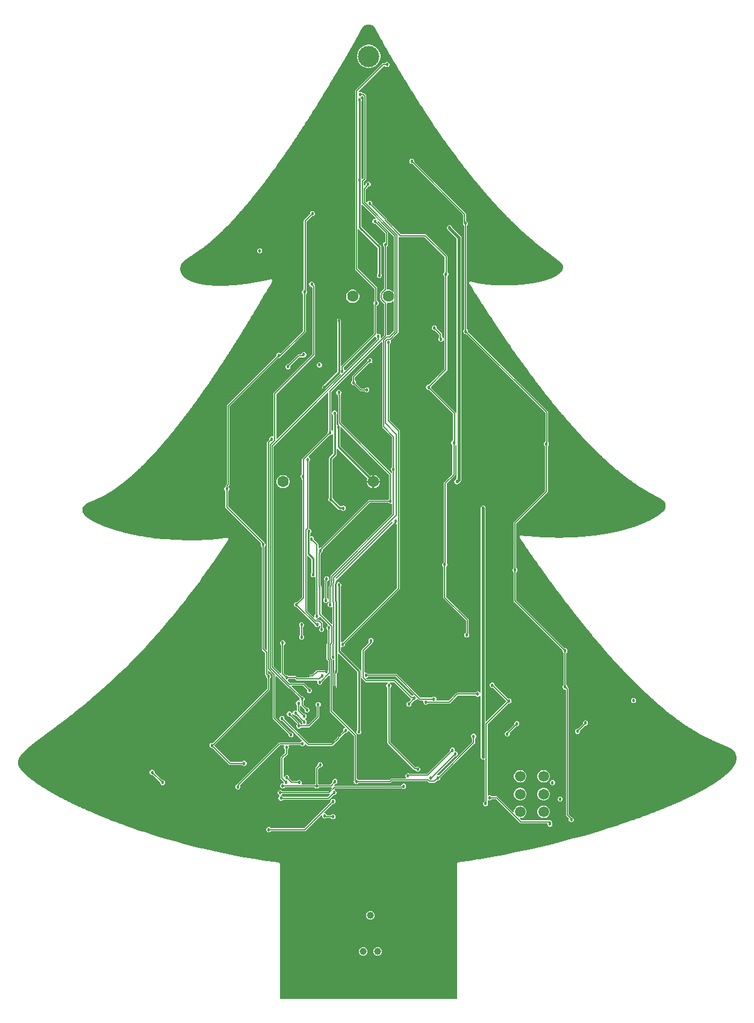
<source format=gbr>
%TF.GenerationSoftware,Altium Limited,Altium Designer,21.4.1 (30)*%
G04 Layer_Physical_Order=2*
G04 Layer_Color=16711680*
%FSLAX26Y26*%
%MOIN*%
%TF.SameCoordinates,C79CEFAC-E130-474B-83DD-F1A68A00FB65*%
%TF.FilePolarity,Positive*%
%TF.FileFunction,Copper,L2,Bot,Signal*%
%TF.Part,Single*%
G01*
G75*
%TA.AperFunction,Conductor*%
%ADD30C,0.005000*%
%ADD31C,0.015000*%
%ADD32C,0.010000*%
%TA.AperFunction,ComponentPad*%
%ADD33C,0.062992*%
%ADD34C,0.039000*%
%ADD35C,0.059055*%
%ADD36C,0.118110*%
%TA.AperFunction,ViaPad*%
%ADD37C,0.018000*%
G36*
X148Y5405390D02*
X10173Y5401238D01*
X18782Y5394632D01*
X25388Y5386023D01*
X25691Y5385293D01*
X25767Y5385335D01*
X25776Y5385332D01*
X33731Y5370963D01*
X33736Y5370958D01*
X33738Y5370951D01*
X41667Y5356692D01*
X41672Y5356686D01*
X41674Y5356680D01*
X49578Y5342531D01*
X49583Y5342525D01*
X49585Y5342518D01*
X57463Y5328479D01*
X57467Y5328473D01*
X57470Y5328466D01*
X65321Y5314535D01*
X65326Y5314529D01*
X65329Y5314522D01*
X73154Y5300700D01*
X73159Y5300694D01*
X73161Y5300687D01*
X80961Y5286972D01*
X80966Y5286966D01*
X80968Y5286959D01*
X88742Y5273352D01*
X88747Y5273346D01*
X88749Y5273339D01*
X96496Y5259839D01*
X96501Y5259833D01*
X96504Y5259826D01*
X104225Y5246432D01*
X104230Y5246426D01*
X104232Y5246419D01*
X111927Y5233131D01*
X111932Y5233125D01*
X111934Y5233118D01*
X119603Y5219935D01*
X119608Y5219930D01*
X119610Y5219922D01*
X127252Y5206845D01*
X127257Y5206839D01*
X127260Y5206832D01*
X134875Y5193859D01*
X134880Y5193853D01*
X134883Y5193846D01*
X142472Y5180978D01*
X142477Y5180972D01*
X142479Y5180965D01*
X150042Y5168200D01*
X150047Y5168194D01*
X150049Y5168187D01*
X157585Y5155525D01*
X157590Y5155520D01*
X157593Y5155512D01*
X165102Y5142953D01*
X165107Y5142948D01*
X165110Y5142940D01*
X172592Y5130484D01*
X172597Y5130478D01*
X172600Y5130471D01*
X180055Y5118117D01*
X180061Y5118111D01*
X180064Y5118103D01*
X187492Y5105850D01*
X187497Y5105845D01*
X187500Y5105837D01*
X194902Y5093685D01*
X194907Y5093679D01*
X194910Y5093672D01*
X202284Y5081621D01*
X202290Y5081615D01*
X202293Y5081607D01*
X209640Y5069656D01*
X209646Y5069650D01*
X209649Y5069643D01*
X216969Y5057791D01*
X216975Y5057785D01*
X216977Y5057778D01*
X224271Y5046026D01*
X224276Y5046020D01*
X224279Y5046012D01*
X231545Y5034359D01*
X231551Y5034353D01*
X231554Y5034345D01*
X238793Y5022790D01*
X238799Y5022784D01*
X238802Y5022776D01*
X246013Y5011319D01*
X246019Y5011313D01*
X246022Y5011305D01*
X253206Y4999946D01*
X253212Y4999940D01*
X253215Y4999932D01*
X260371Y4988669D01*
X260377Y4988663D01*
X260380Y4988655D01*
X267510Y4977489D01*
X267515Y4977483D01*
X267518Y4977475D01*
X274620Y4966405D01*
X274626Y4966399D01*
X274629Y4966391D01*
X281703Y4955417D01*
X281709Y4955410D01*
X281712Y4955403D01*
X288759Y4944523D01*
X288765Y4944517D01*
X288768Y4944509D01*
X295786Y4933724D01*
X295793Y4933718D01*
X295796Y4933710D01*
X302787Y4923020D01*
X302793Y4923014D01*
X302796Y4923006D01*
X309759Y4912409D01*
X309765Y4912403D01*
X309769Y4912395D01*
X316704Y4901892D01*
X316710Y4901886D01*
X316713Y4901877D01*
X323621Y4891467D01*
X323627Y4891461D01*
X323630Y4891453D01*
X330510Y4881135D01*
X330516Y4881128D01*
X330519Y4881120D01*
X337370Y4870895D01*
X337377Y4870888D01*
X337380Y4870880D01*
X344203Y4860746D01*
X344210Y4860739D01*
X344213Y4860731D01*
X351008Y4850688D01*
X351014Y4850682D01*
X351018Y4850673D01*
X357785Y4840721D01*
X357791Y4840714D01*
X357795Y4840706D01*
X364533Y4830844D01*
X364540Y4830837D01*
X364543Y4830829D01*
X371254Y4821056D01*
X371260Y4821050D01*
X371264Y4821042D01*
X377945Y4811358D01*
X377952Y4811352D01*
X377956Y4811343D01*
X384609Y4801749D01*
X384616Y4801742D01*
X384619Y4801734D01*
X391244Y4792228D01*
X391251Y4792221D01*
X391255Y4792213D01*
X397851Y4782795D01*
X397858Y4782788D01*
X397861Y4782780D01*
X404429Y4773449D01*
X404436Y4773443D01*
X404440Y4773434D01*
X410979Y4764190D01*
X410986Y4764184D01*
X410989Y4764175D01*
X417500Y4755018D01*
X417507Y4755012D01*
X417510Y4755003D01*
X423992Y4745932D01*
X423999Y4745925D01*
X424003Y4745917D01*
X430456Y4736931D01*
X430463Y4736925D01*
X430466Y4736916D01*
X436891Y4728016D01*
X436897Y4728009D01*
X436901Y4728001D01*
X443296Y4719185D01*
X443303Y4719179D01*
X443307Y4719170D01*
X449674Y4710439D01*
X449680Y4710432D01*
X449685Y4710424D01*
X456022Y4701776D01*
X456029Y4701770D01*
X456033Y4701761D01*
X462341Y4693197D01*
X462348Y4693190D01*
X462352Y4693181D01*
X468630Y4684700D01*
X468638Y4684694D01*
X468642Y4684685D01*
X474891Y4676286D01*
X474899Y4676280D01*
X474903Y4676271D01*
X481123Y4667954D01*
X481130Y4667948D01*
X481134Y4667939D01*
X487325Y4659704D01*
X487333Y4659697D01*
X487337Y4659689D01*
X493498Y4651535D01*
X493506Y4651528D01*
X493510Y4651519D01*
X499642Y4643446D01*
X499649Y4643440D01*
X499654Y4643431D01*
X505757Y4635437D01*
X505764Y4635431D01*
X505768Y4635422D01*
X511841Y4627509D01*
X511849Y4627502D01*
X511853Y4627493D01*
X517897Y4619659D01*
X517904Y4619653D01*
X517909Y4619644D01*
X523923Y4611889D01*
X523930Y4611882D01*
X523934Y4611873D01*
X529919Y4604196D01*
X529926Y4604190D01*
X529931Y4604181D01*
X535885Y4596582D01*
X535893Y4596575D01*
X535897Y4596567D01*
X541822Y4589045D01*
X541830Y4589038D01*
X541834Y4589030D01*
X547729Y4581585D01*
X547736Y4581579D01*
X547741Y4581570D01*
X553606Y4574202D01*
X553614Y4574196D01*
X553618Y4574187D01*
X559453Y4566895D01*
X559461Y4566888D01*
X559465Y4566880D01*
X565270Y4559663D01*
X565278Y4559657D01*
X565283Y4559648D01*
X571057Y4552507D01*
X571065Y4552501D01*
X571070Y4552492D01*
X576814Y4545426D01*
X576822Y4545419D01*
X576827Y4545410D01*
X582541Y4538418D01*
X582549Y4538412D01*
X582554Y4538403D01*
X588238Y4531485D01*
X588246Y4531479D01*
X588251Y4531470D01*
X593905Y4524625D01*
X593913Y4524619D01*
X593917Y4524610D01*
X599541Y4517838D01*
X599549Y4517832D01*
X599554Y4517823D01*
X605147Y4511124D01*
X605155Y4511118D01*
X605159Y4511109D01*
X610722Y4504481D01*
X610730Y4504475D01*
X610735Y4504466D01*
X616267Y4497911D01*
X616275Y4497904D01*
X616280Y4497895D01*
X621781Y4491411D01*
X621789Y4491405D01*
X621795Y4491396D01*
X627265Y4484982D01*
X627273Y4484976D01*
X627279Y4484967D01*
X632718Y4478624D01*
X632727Y4478617D01*
X632732Y4478608D01*
X638141Y4472335D01*
X638149Y4472328D01*
X638154Y4472319D01*
X643533Y4466115D01*
X643541Y4466109D01*
X643546Y4466100D01*
X648894Y4459965D01*
X648902Y4459958D01*
X648907Y4459949D01*
X654224Y4453882D01*
X654232Y4453876D01*
X654237Y4453867D01*
X659523Y4447868D01*
X659531Y4447862D01*
X659537Y4447853D01*
X664791Y4441922D01*
X664799Y4441915D01*
X664805Y4441906D01*
X670028Y4436042D01*
X670037Y4436036D01*
X670042Y4436027D01*
X675234Y4430229D01*
X675242Y4430223D01*
X675248Y4430214D01*
X680409Y4424482D01*
X680418Y4424476D01*
X680423Y4424467D01*
X685553Y4418801D01*
X685561Y4418795D01*
X685567Y4418786D01*
X690665Y4413186D01*
X690673Y4413180D01*
X690679Y4413170D01*
X695746Y4407635D01*
X695755Y4407629D01*
X695760Y4407620D01*
X700796Y4402149D01*
X700805Y4402142D01*
X700810Y4402133D01*
X705814Y4396726D01*
X705823Y4396720D01*
X705828Y4396711D01*
X710801Y4391367D01*
X710810Y4391360D01*
X710815Y4391352D01*
X715756Y4386071D01*
X715765Y4386065D01*
X715771Y4386056D01*
X720680Y4380837D01*
X720689Y4380831D01*
X720694Y4380822D01*
X725572Y4375666D01*
X725581Y4375660D01*
X725586Y4375651D01*
X730432Y4370556D01*
X730442Y4370550D01*
X730449Y4370539D01*
X736461Y4364257D01*
X736472Y4364250D01*
X736479Y4364239D01*
X742442Y4358051D01*
X742453Y4358044D01*
X742460Y4358032D01*
X748373Y4351939D01*
X748384Y4351931D01*
X748391Y4351920D01*
X754254Y4345920D01*
X754265Y4345912D01*
X754272Y4345901D01*
X760085Y4339993D01*
X760096Y4339985D01*
X760103Y4339974D01*
X765866Y4334157D01*
X765877Y4334149D01*
X765884Y4334138D01*
X771596Y4328411D01*
X771607Y4328404D01*
X771614Y4328393D01*
X777276Y4322756D01*
X777287Y4322748D01*
X777294Y4322737D01*
X782905Y4317188D01*
X782916Y4317181D01*
X782924Y4317170D01*
X788484Y4311709D01*
X788495Y4311701D01*
X788502Y4311690D01*
X794012Y4306316D01*
X794023Y4306309D01*
X794030Y4306298D01*
X799489Y4301009D01*
X799500Y4301002D01*
X799507Y4300991D01*
X804915Y4295788D01*
X804927Y4295780D01*
X804935Y4295768D01*
X811356Y4289635D01*
X811370Y4289626D01*
X811379Y4289614D01*
X817726Y4283600D01*
X817740Y4283591D01*
X817749Y4283579D01*
X824022Y4277683D01*
X824035Y4277675D01*
X824044Y4277662D01*
X830244Y4271883D01*
X830258Y4271874D01*
X830268Y4271861D01*
X837406Y4265264D01*
X837422Y4265254D01*
X837432Y4265240D01*
X844469Y4258797D01*
X844485Y4258787D01*
X844497Y4258772D01*
X852414Y4251595D01*
X852431Y4251584D01*
X852443Y4251568D01*
X860227Y4244585D01*
X860246Y4244574D01*
X860260Y4244556D01*
X869801Y4236095D01*
X870444Y4235719D01*
X905672Y4204825D01*
X911030Y4200525D01*
X911137Y4200653D01*
X911164Y4200652D01*
X919517Y4193732D01*
X919533Y4193723D01*
X919544Y4193709D01*
X925264Y4189015D01*
X925275Y4189009D01*
X925282Y4189000D01*
X929303Y4185721D01*
X929311Y4185717D01*
X929318Y4185709D01*
X933284Y4182491D01*
X933292Y4182487D01*
X933297Y4182480D01*
X936431Y4179949D01*
X936438Y4179945D01*
X936443Y4179940D01*
X939542Y4177446D01*
X939548Y4177443D01*
X939552Y4177438D01*
X941854Y4175593D01*
X941859Y4175590D01*
X941862Y4175586D01*
X944145Y4173762D01*
X944149Y4173759D01*
X944153Y4173755D01*
X946415Y4171951D01*
X946420Y4171949D01*
X946423Y4171945D01*
X948666Y4170162D01*
X948670Y4170159D01*
X948673Y4170156D01*
X950157Y4168979D01*
X950160Y4168977D01*
X950162Y4168975D01*
X951638Y4167806D01*
X951640Y4167805D01*
X951643Y4167802D01*
X953110Y4166642D01*
X953112Y4166641D01*
X953114Y4166639D01*
X954573Y4165488D01*
X954576Y4165486D01*
X954578Y4165484D01*
X956027Y4164341D01*
X956030Y4164340D01*
X956031Y4164338D01*
X957472Y4163205D01*
X957475Y4163203D01*
X957477Y4163201D01*
X958909Y4162076D01*
X958911Y4162075D01*
X958913Y4162073D01*
X960337Y4160956D01*
X960339Y4160955D01*
X960341Y4160953D01*
X961755Y4159846D01*
X961758Y4159844D01*
X961760Y4159842D01*
X963165Y4158743D01*
X963168Y4158742D01*
X963169Y4158740D01*
X964566Y4157649D01*
X964568Y4157648D01*
X964569Y4157647D01*
X965264Y4157105D01*
X965265Y4157104D01*
X965266Y4157103D01*
X965959Y4156563D01*
X965960Y4156562D01*
X965961Y4156561D01*
X966652Y4156023D01*
X966653Y4156023D01*
X966653Y4156022D01*
X967342Y4155486D01*
X967343Y4155485D01*
X967344Y4155484D01*
X968031Y4154950D01*
X968032Y4154950D01*
X968032Y4154949D01*
X968716Y4154417D01*
X968717Y4154417D01*
X968718Y4154416D01*
X969400Y4153886D01*
X969401Y4153886D01*
X969401Y4153885D01*
X970081Y4153357D01*
X970082Y4153357D01*
X970083Y4153356D01*
X970761Y4152830D01*
X970762Y4152830D01*
X970762Y4152829D01*
X971437Y4152305D01*
X971438Y4152305D01*
X971440Y4152303D01*
X972113Y4151782D01*
X972114Y4151782D01*
X972114Y4151781D01*
X972785Y4151261D01*
X972786Y4151261D01*
X972787Y4151260D01*
X973455Y4150743D01*
X973456Y4150742D01*
X973457Y4150742D01*
X974123Y4150226D01*
X974124Y4150225D01*
X974125Y4150224D01*
X974789Y4149711D01*
X974790Y4149711D01*
X974790Y4149710D01*
X975452Y4149198D01*
X975453Y4149198D01*
X975454Y4149197D01*
X976114Y4148688D01*
X976114Y4148687D01*
X976115Y4148687D01*
X976773Y4148179D01*
X976774Y4148178D01*
X976775Y4148177D01*
X977430Y4147672D01*
X977430Y4147672D01*
X977431Y4147671D01*
X978084Y4147168D01*
X978085Y4147167D01*
X978086Y4147166D01*
X978737Y4146664D01*
X978737Y4146664D01*
X978738Y4146663D01*
X979387Y4146164D01*
X979388Y4146163D01*
X979388Y4146163D01*
X980679Y4145169D01*
X980681Y4145168D01*
X980682Y4145167D01*
X981964Y4144181D01*
X981965Y4144180D01*
X981965Y4144180D01*
X982602Y4143690D01*
X982604Y4143689D01*
X982604Y4143688D01*
X983240Y4143200D01*
X983240Y4143200D01*
X983241Y4143199D01*
X983874Y4142713D01*
X983874Y4142713D01*
X984505Y4142228D01*
X984506Y4142228D01*
X984507Y4142227D01*
X985135Y4141744D01*
X985136Y4141744D01*
X985136Y4141744D01*
X985763Y4141263D01*
X985763Y4141263D01*
X985763Y4141263D01*
X986387Y4140784D01*
X986388Y4140784D01*
X986389Y4140783D01*
X987011Y4140306D01*
X987011Y4140306D01*
X987012Y4140306D01*
X987631Y4139831D01*
X987631Y4139830D01*
X987632Y4139830D01*
X988249Y4139357D01*
X988250Y4139357D01*
X988250Y4139356D01*
X988865Y4138885D01*
X988866Y4138885D01*
X988867Y4138884D01*
X989480Y4138414D01*
X989480Y4138414D01*
X990091Y4137947D01*
X990091Y4137946D01*
X990092Y4137946D01*
X991306Y4137016D01*
X991307Y4137016D01*
X991308Y4137015D01*
X991912Y4136553D01*
X991912Y4136553D01*
X991913Y4136552D01*
X993114Y4135634D01*
X993114Y4135633D01*
X993115Y4135633D01*
X994307Y4134721D01*
X994308Y4134721D01*
X994308Y4134720D01*
X994901Y4134267D01*
X994901Y4134267D01*
X995491Y4133816D01*
X995491Y4133816D01*
X996080Y4133366D01*
X996080Y4133366D01*
X997251Y4132471D01*
X997251Y4132471D01*
X997832Y4132027D01*
X997832Y4132027D01*
X997833Y4132026D01*
X998411Y4131584D01*
X998988Y4131143D01*
X998989Y4131143D01*
X998989Y4131143D01*
X999564Y4130703D01*
X999564Y4130703D01*
X1001274Y4129396D01*
X1002964Y4128105D01*
X1004079Y4127252D01*
X1005186Y4126406D01*
X1006826Y4125150D01*
X1007909Y4124321D01*
X1008982Y4123499D01*
X1010046Y4122683D01*
X1010576Y4122276D01*
X1010576Y4122276D01*
X1011102Y4121873D01*
X1012148Y4121069D01*
X1012664Y4120672D01*
X1012664Y4120672D01*
X1013183Y4120274D01*
X1013183Y4120273D01*
X1014208Y4119484D01*
X1014719Y4119090D01*
X1014720Y4119090D01*
X1015227Y4118699D01*
X1016236Y4117921D01*
X1016736Y4117534D01*
X1017232Y4117151D01*
X1017727Y4116768D01*
X1018221Y4116386D01*
X1018714Y4116004D01*
X1019200Y4115627D01*
X1019687Y4115249D01*
X1020173Y4114871D01*
X1020173Y4114871D01*
X1020651Y4114500D01*
X1021130Y4114127D01*
X1021130Y4114127D01*
X1021608Y4113755D01*
X1022082Y4113386D01*
X1022553Y4113018D01*
X1022553Y4113017D01*
X1023026Y4112648D01*
X1023027Y4112648D01*
X1023495Y4112282D01*
X1023495Y4112282D01*
X1023956Y4111921D01*
X1024418Y4111559D01*
X1024418Y4111558D01*
X1024882Y4111195D01*
X1025336Y4110837D01*
X1025795Y4110476D01*
X1026244Y4110123D01*
X1026695Y4109767D01*
X1027147Y4109410D01*
X1027588Y4109061D01*
X1028036Y4108707D01*
X1028473Y4108361D01*
X1028916Y4108009D01*
X1029352Y4107661D01*
X1029782Y4107319D01*
X1030218Y4106971D01*
X1030642Y4106632D01*
X1031073Y4106287D01*
X1031492Y4105952D01*
X1031918Y4105609D01*
X1032333Y4105275D01*
X1032333Y4105275D01*
X1032756Y4104934D01*
X1033165Y4104604D01*
X1033576Y4104271D01*
X1033992Y4103934D01*
X1034393Y4103609D01*
X1034798Y4103279D01*
X1035200Y4102951D01*
X1035200Y4102951D01*
X1035606Y4102619D01*
X1035997Y4102299D01*
X1036393Y4101974D01*
X1036792Y4101646D01*
X1037175Y4101329D01*
X1037570Y4101003D01*
X1037955Y4100684D01*
X1038330Y4100373D01*
X1038718Y4100050D01*
X1039097Y4099734D01*
X1039464Y4099427D01*
X1039844Y4099108D01*
X1040215Y4098796D01*
X1040576Y4098492D01*
X1040947Y4098178D01*
X1041304Y4097875D01*
X1041673Y4097561D01*
X1041673Y4097561D01*
X1042031Y4097256D01*
X1042378Y4096959D01*
X1042740Y4096648D01*
X1043091Y4096347D01*
X1043440Y4096045D01*
X1043776Y4095754D01*
X1043776Y4095754D01*
X1044129Y4095448D01*
X1044460Y4095159D01*
X1044798Y4094863D01*
X1045133Y4094569D01*
X1045476Y4094267D01*
X1045808Y4093974D01*
X1046133Y4093686D01*
X1046463Y4093392D01*
X1046774Y4093114D01*
X1047106Y4092816D01*
X1047422Y4092531D01*
X1047729Y4092254D01*
X1048054Y4091959D01*
X1048352Y4091687D01*
X1048672Y4091395D01*
X1048979Y4091113D01*
X1049282Y4090833D01*
X1049571Y4090565D01*
X1049881Y4090277D01*
X1050173Y4090003D01*
X1050456Y4089738D01*
X1050759Y4089452D01*
X1050759Y4089452D01*
X1051033Y4089192D01*
X1051332Y4088907D01*
X1051332Y4088907D01*
X1051601Y4088650D01*
X1051894Y4088368D01*
X1052163Y4088107D01*
X1052448Y4087830D01*
X1052715Y4087569D01*
X1052987Y4087302D01*
X1053244Y4087049D01*
X1053524Y4086771D01*
X1053787Y4086507D01*
X1054035Y4086259D01*
X1054296Y4085995D01*
X1054546Y4085741D01*
X1054799Y4085482D01*
X1055054Y4085220D01*
X1055295Y4084971D01*
X1055538Y4084718D01*
X1055784Y4084461D01*
X1056026Y4084205D01*
X1056263Y4083953D01*
X1056484Y4083717D01*
X1056485Y4083716D01*
X1056730Y4083452D01*
X1056950Y4083214D01*
X1057185Y4082958D01*
X1057399Y4082722D01*
X1057627Y4082471D01*
X1057841Y4082231D01*
X1058054Y4081992D01*
X1058269Y4081749D01*
X1058489Y4081498D01*
X1058690Y4081266D01*
X1058903Y4081020D01*
X1059087Y4080805D01*
X1059292Y4080563D01*
X1059491Y4080326D01*
X1059699Y4080078D01*
X1059882Y4079855D01*
X1060076Y4079619D01*
X1060265Y4079386D01*
X1060446Y4079161D01*
X1060619Y4078944D01*
X1060803Y4078712D01*
X1060974Y4078493D01*
X1061151Y4078265D01*
X1061328Y4078035D01*
X1061500Y4077807D01*
X1061654Y4077602D01*
X1061823Y4077375D01*
X1061990Y4077147D01*
X1062146Y4076934D01*
X1062309Y4076706D01*
X1062452Y4076505D01*
X1062612Y4076277D01*
X1062749Y4076080D01*
X1062902Y4075858D01*
X1063040Y4075653D01*
X1063180Y4075444D01*
X1063324Y4075226D01*
X1063452Y4075030D01*
X1063597Y4074806D01*
X1063725Y4074604D01*
X1063849Y4074405D01*
X1063976Y4074199D01*
X1064099Y4073999D01*
X1064218Y4073800D01*
X1064335Y4073601D01*
X1064456Y4073395D01*
X1064565Y4073203D01*
X1064673Y4073013D01*
X1064784Y4072812D01*
X1064894Y4072612D01*
X1064992Y4072429D01*
X1065095Y4072234D01*
X1065195Y4072041D01*
X1065291Y4071851D01*
X1065382Y4071670D01*
X1066219Y4068805D01*
X1066541Y4067648D01*
X1066690Y4067068D01*
X1066754Y4066789D01*
X1066831Y4066016D01*
X1066902Y4064808D01*
X1066904Y4064758D01*
X1066921Y4064249D01*
X1066925Y4064058D01*
X1066928Y4063678D01*
X1066925Y4063358D01*
X1066923Y4063225D01*
X1066906Y4062684D01*
X1066880Y4062048D01*
X1066758Y4060472D01*
X1065996Y4056854D01*
X1065172Y4054300D01*
X1064715Y4053129D01*
X1064395Y4052355D01*
X1063454Y4050081D01*
X1063044Y4049109D01*
X1062270Y4047403D01*
X1061613Y4046046D01*
X1060124Y4043203D01*
X1059961Y4042944D01*
X1059616Y4042411D01*
X1059266Y4041882D01*
X1058909Y4041354D01*
X1058542Y4040824D01*
X1058167Y4040294D01*
X1057786Y4039768D01*
X1057396Y4039239D01*
X1057002Y4038718D01*
X1056598Y4038193D01*
X1056186Y4037670D01*
X1055772Y4037153D01*
X1055347Y4036633D01*
X1054916Y4036116D01*
X1054471Y4035593D01*
X1054027Y4035080D01*
X1053571Y4034564D01*
X1053112Y4034053D01*
X1052640Y4033537D01*
X1052166Y4033028D01*
X1051691Y4032528D01*
X1051194Y4032013D01*
X1050696Y4031506D01*
X1050196Y4031006D01*
X1049682Y4030499D01*
X1049171Y4030004D01*
X1048646Y4029504D01*
X1048110Y4029001D01*
X1047571Y4028504D01*
X1047014Y4027998D01*
X1046465Y4027508D01*
X1045899Y4027010D01*
X1045351Y4026535D01*
X1044773Y4026042D01*
X1044181Y4025545D01*
X1043601Y4025064D01*
X1042997Y4024572D01*
X1042410Y4024100D01*
X1041783Y4023602D01*
X1041174Y4023127D01*
X1040561Y4022654D01*
X1039925Y4022172D01*
X1039292Y4021698D01*
X1038653Y4021226D01*
X1037991Y4020744D01*
X1037346Y4020280D01*
X1036683Y4019811D01*
X1036007Y4019338D01*
X1035344Y4018881D01*
X1034643Y4018404D01*
X1033968Y4017950D01*
X1033271Y4017488D01*
X1032564Y4017025D01*
X1031866Y4016574D01*
X1031150Y4016117D01*
X1030428Y4015662D01*
X1029717Y4015220D01*
X1028968Y4014760D01*
X1028228Y4014311D01*
X1027478Y4013861D01*
X1026744Y4013427D01*
X1025976Y4012977D01*
X1025211Y4012535D01*
X1024435Y4012093D01*
X1023669Y4011661D01*
X1022872Y4011217D01*
X1022100Y4010791D01*
X1021295Y4010354D01*
X1020503Y4009927D01*
X1019698Y4009499D01*
X1018876Y4009068D01*
X1018058Y4008642D01*
X1017243Y4008224D01*
X1016400Y4007796D01*
X1015579Y4007384D01*
X1014734Y4006965D01*
X1013872Y4006541D01*
X1013048Y4006142D01*
X1012163Y4005717D01*
X1011328Y4005321D01*
X1010446Y4004907D01*
X1009568Y4004499D01*
X1008694Y4004098D01*
X1007805Y4003695D01*
X1006905Y4003291D01*
X1006019Y4002896D01*
X1005121Y4002502D01*
X1004198Y4002101D01*
X1003298Y4001713D01*
X1002362Y4001315D01*
X1001466Y4000938D01*
X1000519Y4000544D01*
X999582Y4000157D01*
X998655Y3999779D01*
X997721Y3999402D01*
X996748Y3999014D01*
X995818Y3998646D01*
X994844Y3998265D01*
X993870Y3997888D01*
X992927Y3997527D01*
X992927D01*
X991940Y3997153D01*
X990959Y3996785D01*
X989975Y3996419D01*
X988987Y3996056D01*
X988008Y3995700D01*
X987000Y3995337D01*
X985985Y3994975D01*
X985001Y3994628D01*
X983966Y3994266D01*
X982948Y3993914D01*
X981950Y3993573D01*
X980908Y3993220D01*
X979890Y3992878D01*
X978848Y3992532D01*
X977818Y3992194D01*
X976765Y3991851D01*
X975707Y3991510D01*
X974665Y3991178D01*
X973607Y3990844D01*
X972553Y3990514D01*
X971491Y3990185D01*
X970417Y3989856D01*
X969346Y3989531D01*
X968262Y3989206D01*
X967166Y3988880D01*
X966099Y3988565D01*
X965001Y3988245D01*
X963904Y3987928D01*
X962804Y3987614D01*
X961711Y3987305D01*
X960605Y3986995D01*
X959476Y3986681D01*
X958380Y3986380D01*
X957262Y3986076D01*
X956121Y3985769D01*
X955013Y3985473D01*
X953883Y3985175D01*
X952732Y3984874D01*
X951595Y3984580D01*
X950471Y3984292D01*
X950471D01*
X949320Y3983999D01*
X948170Y3983711D01*
X947024Y3983425D01*
X945854Y3983137D01*
X944712Y3982859D01*
X943533Y3982574D01*
X942369Y3982296D01*
X941212Y3982022D01*
X940045Y3981749D01*
X938255Y3981334D01*
X938255Y3981334D01*
X936507Y3980936D01*
X934702Y3980530D01*
X932932Y3980139D01*
X931144Y3979749D01*
X929341Y3979362D01*
X927514Y3978976D01*
X925717Y3978602D01*
X923872Y3978224D01*
X922065Y3977859D01*
X920207Y3977490D01*
X918388Y3977133D01*
X916532Y3976776D01*
X914663Y3976421D01*
X912823Y3976077D01*
X910941Y3975731D01*
X909065Y3975392D01*
X907205Y3975060D01*
X905300Y3974726D01*
X903430Y3974403D01*
X901525Y3974080D01*
X899634Y3973764D01*
X897708Y3973448D01*
X895803Y3973140D01*
X893900Y3972837D01*
X891960Y3972534D01*
X890044Y3972240D01*
X888121Y3971949D01*
X886167Y3971658D01*
X884244Y3971377D01*
X882282Y3971095D01*
X879703Y3970733D01*
X877080Y3970372D01*
X874468Y3970022D01*
X871842Y3969678D01*
X869214Y3969342D01*
X866596Y3969015D01*
X863931Y3968691D01*
X861298Y3968379D01*
X858653Y3968074D01*
X855987Y3967774D01*
X853308Y3967481D01*
X853307Y3967480D01*
X850650Y3967197D01*
X847294Y3966851D01*
X843963Y3966519D01*
X840585Y3966194D01*
X837235Y3965884D01*
X833864Y3965584D01*
X829800Y3965238D01*
X825774Y3964911D01*
X821695Y3964596D01*
X817627Y3964299D01*
X812882Y3963973D01*
X807433Y3963626D01*
X801331Y3963270D01*
X794526Y3962915D01*
X786617Y3962557D01*
X786351Y3962801D01*
X786351Y3962801D01*
X786351Y3962801D01*
X748488Y3961738D01*
X748488Y3961739D01*
Y3961738D01*
X748381Y3961631D01*
X736456Y3961614D01*
X728487Y3961676D01*
X722578Y3961760D01*
X717311Y3961863D01*
X712745Y3961973D01*
X708192Y3962103D01*
X704328Y3962229D01*
X700472Y3962369D01*
X697275Y3962497D01*
X694085Y3962635D01*
X690904Y3962782D01*
X687740Y3962939D01*
X685249Y3963070D01*
X682724Y3963210D01*
X680237Y3963354D01*
X677753Y3963504D01*
X675295Y3963660D01*
X672821Y3963823D01*
X670363Y3963992D01*
X667942Y3964165D01*
X666120Y3964300D01*
X664291Y3964439D01*
X662483Y3964581D01*
X660699Y3964724D01*
X658889Y3964873D01*
X657114Y3965024D01*
X655330Y3965179D01*
X653551Y3965337D01*
X651799Y3965497D01*
X650047Y3965661D01*
X648281Y3965830D01*
X646557Y3966000D01*
X644806Y3966175D01*
X643099Y3966351D01*
X641382Y3966532D01*
X639654Y3966717D01*
X637972Y3966902D01*
X636262Y3967094D01*
X634596Y3967285D01*
X632902Y3967484D01*
X631793Y3967616D01*
X630686Y3967751D01*
X629594Y3967884D01*
X628482Y3968023D01*
X627385Y3968161D01*
X627384D01*
X626306Y3968299D01*
X625214Y3968441D01*
X624120Y3968584D01*
X623049Y3968727D01*
X621965Y3968874D01*
X621964D01*
X620908Y3969018D01*
X620907Y3969018D01*
X619832Y3969167D01*
X618763Y3969317D01*
X617719Y3969466D01*
X617719Y3969466D01*
X616664Y3969618D01*
X615615Y3969771D01*
X615615Y3969771D01*
X614555Y3969928D01*
X613528Y3970081D01*
X612488Y3970239D01*
X611459Y3970398D01*
X611459Y3970398D01*
X610416Y3970560D01*
X610416D01*
X609409Y3970719D01*
X609408Y3970719D01*
X608375Y3970884D01*
X608375D01*
X607363Y3971048D01*
X606361Y3971212D01*
X605362Y3971377D01*
X604354Y3971547D01*
X603350Y3971717D01*
X602376Y3971885D01*
X602376Y3971885D01*
X601374Y3972060D01*
X600405Y3972231D01*
X599433Y3972405D01*
X598457Y3972581D01*
X597496Y3972757D01*
X596531Y3972936D01*
X595562Y3973118D01*
X594612Y3973299D01*
X593678Y3973478D01*
X592724Y3973664D01*
X591793Y3973848D01*
X590873Y3974032D01*
X589931Y3974222D01*
X589023Y3974408D01*
X588114Y3974596D01*
X587186Y3974791D01*
X586293Y3974981D01*
X585402Y3975172D01*
X584499Y3975369D01*
X583611Y3975564D01*
X582720Y3975763D01*
X581859Y3975957D01*
X580969Y3976161D01*
X580117Y3976358D01*
X579242Y3976563D01*
X578408Y3976761D01*
X578408Y3976761D01*
X577538Y3976970D01*
X576708Y3977172D01*
X575877Y3977377D01*
X575024Y3977590D01*
X575024D01*
X574220Y3977793D01*
X573387Y3978006D01*
X572563Y3978219D01*
X571776Y3978425D01*
X570968Y3978640D01*
X570563Y3978749D01*
X570161Y3978857D01*
X569777Y3978961D01*
X569370Y3979073D01*
X568989Y3979178D01*
X568585Y3979289D01*
X568195Y3979398D01*
X567820Y3979503D01*
X567433Y3979612D01*
X567433Y3979612D01*
X567035Y3979725D01*
X566663Y3979832D01*
X566268Y3979945D01*
X565902Y3980051D01*
X565902Y3980051D01*
X565523Y3980162D01*
X565143Y3980273D01*
X564754Y3980388D01*
X564394Y3980495D01*
X564394Y3980495D01*
X564008Y3980611D01*
X564008D01*
X563646Y3980720D01*
X563280Y3980831D01*
X562898Y3980947D01*
X562544Y3981056D01*
X562182Y3981168D01*
X561805Y3981285D01*
X561454Y3981395D01*
X561097Y3981508D01*
X560726Y3981626D01*
X560374Y3981739D01*
X560019Y3981853D01*
X559664Y3981968D01*
X559320Y3982080D01*
X558965Y3982197D01*
X558609Y3982314D01*
X558262Y3982430D01*
X558262D01*
X557914Y3982546D01*
X557914D01*
X557588Y3982657D01*
X557587Y3982657D01*
X557239Y3982775D01*
X556544Y3983014D01*
X556146Y3983068D01*
X555781Y3983233D01*
X554680Y3983266D01*
X553587Y3983414D01*
X553199Y3983312D01*
X552799Y3983324D01*
X551769Y3982934D01*
X550702Y3982653D01*
X550383Y3982410D01*
X550009Y3982268D01*
X549205Y3981512D01*
X548329Y3980845D01*
X548127Y3980498D01*
X547835Y3980224D01*
X547382Y3979219D01*
X546827Y3978266D01*
X546774Y3977869D01*
X546609Y3977504D01*
X546575Y3976402D01*
X546427Y3975309D01*
X546530Y3974922D01*
X546517Y3974521D01*
X546908Y3973491D01*
X547189Y3972425D01*
X547432Y3972106D01*
X547574Y3971731D01*
X555101Y3959681D01*
X555104Y3959677D01*
X555106Y3959671D01*
X562605Y3947705D01*
X562609Y3947701D01*
X562611Y3947695D01*
X570081Y3935813D01*
X570085Y3935809D01*
X570087Y3935804D01*
X577529Y3924005D01*
X577533Y3924001D01*
X577535Y3923995D01*
X584949Y3912280D01*
X584953Y3912276D01*
X584955Y3912270D01*
X592341Y3900637D01*
X592345Y3900633D01*
X592347Y3900628D01*
X599704Y3889078D01*
X599708Y3889073D01*
X599711Y3889068D01*
X607040Y3877601D01*
X607044Y3877596D01*
X607046Y3877591D01*
X614347Y3866205D01*
X614351Y3866201D01*
X614354Y3866195D01*
X621627Y3854892D01*
X621631Y3854887D01*
X621633Y3854882D01*
X628878Y3843659D01*
X628882Y3843655D01*
X628884Y3843649D01*
X636101Y3832508D01*
X636106Y3832503D01*
X636108Y3832498D01*
X643297Y3821437D01*
X643301Y3821433D01*
X643303Y3821427D01*
X650464Y3810447D01*
X650469Y3810442D01*
X650471Y3810437D01*
X657604Y3799537D01*
X657608Y3799532D01*
X657610Y3799527D01*
X664715Y3788706D01*
X664720Y3788702D01*
X664722Y3788696D01*
X671799Y3777956D01*
X671804Y3777951D01*
X671806Y3777945D01*
X678855Y3767284D01*
X678859Y3767280D01*
X678862Y3767274D01*
X685883Y3756691D01*
X685888Y3756687D01*
X685890Y3756681D01*
X692884Y3746177D01*
X692888Y3746173D01*
X692890Y3746167D01*
X699856Y3735741D01*
X699861Y3735736D01*
X699863Y3735731D01*
X706801Y3725383D01*
X706805Y3725378D01*
X706808Y3725372D01*
X713718Y3715102D01*
X713722Y3715098D01*
X713725Y3715092D01*
X720607Y3704899D01*
X720612Y3704895D01*
X720614Y3704889D01*
X727469Y3694773D01*
X727473Y3694768D01*
X727476Y3694762D01*
X734303Y3684723D01*
X734307Y3684719D01*
X734310Y3684713D01*
X741109Y3674750D01*
X741114Y3674746D01*
X741116Y3674740D01*
X747888Y3664853D01*
X747893Y3664849D01*
X747895Y3664842D01*
X754639Y3655032D01*
X754644Y3655027D01*
X754646Y3655021D01*
X761363Y3645286D01*
X761367Y3645281D01*
X761370Y3645275D01*
X768059Y3635615D01*
X768063Y3635610D01*
X768066Y3635604D01*
X774727Y3626019D01*
X774732Y3626014D01*
X774735Y3626008D01*
X781368Y3616498D01*
X781373Y3616493D01*
X781376Y3616487D01*
X787982Y3607050D01*
X787987Y3607046D01*
X787990Y3607039D01*
X794568Y3597677D01*
X794573Y3597672D01*
X794576Y3597666D01*
X801127Y3588377D01*
X801132Y3588372D01*
X801135Y3588366D01*
X807659Y3579150D01*
X807663Y3579146D01*
X807666Y3579139D01*
X814163Y3569997D01*
X814168Y3569992D01*
X814170Y3569986D01*
X820639Y3560916D01*
X820644Y3560911D01*
X820647Y3560905D01*
X827089Y3551907D01*
X827094Y3551902D01*
X827097Y3551896D01*
X833511Y3542970D01*
X833516Y3542965D01*
X833519Y3542959D01*
X839906Y3534105D01*
X839911Y3534101D01*
X839914Y3534094D01*
X846273Y3525312D01*
X846278Y3525307D01*
X846281Y3525300D01*
X852614Y3516589D01*
X852619Y3516584D01*
X852622Y3516578D01*
X858927Y3507938D01*
X858932Y3507933D01*
X858935Y3507926D01*
X865213Y3499356D01*
X865218Y3499351D01*
X865221Y3499345D01*
X871472Y3490845D01*
X871477Y3490840D01*
X871480Y3490834D01*
X877703Y3482404D01*
X877709Y3482399D01*
X877712Y3482392D01*
X883908Y3474032D01*
X883913Y3474028D01*
X883917Y3474021D01*
X890086Y3465730D01*
X890091Y3465725D01*
X890094Y3465718D01*
X896236Y3457496D01*
X896242Y3457491D01*
X896245Y3457484D01*
X902360Y3449331D01*
X902365Y3449326D01*
X902369Y3449319D01*
X908456Y3441234D01*
X908462Y3441229D01*
X908465Y3441223D01*
X914526Y3433206D01*
X914532Y3433200D01*
X914535Y3433194D01*
X920568Y3425244D01*
X920574Y3425239D01*
X920577Y3425233D01*
X926584Y3417351D01*
X926590Y3417346D01*
X926593Y3417339D01*
X932573Y3409524D01*
X932579Y3409519D01*
X932582Y3409512D01*
X938535Y3401764D01*
X938541Y3401759D01*
X938544Y3401752D01*
X944470Y3394070D01*
X944476Y3394065D01*
X944479Y3394058D01*
X950378Y3386443D01*
X950384Y3386438D01*
X950388Y3386431D01*
X956260Y3378881D01*
X956266Y3378876D01*
X956269Y3378869D01*
X962114Y3371385D01*
X962120Y3371380D01*
X962124Y3371373D01*
X967942Y3363954D01*
X967948Y3363949D01*
X967952Y3363942D01*
X973743Y3356588D01*
X973749Y3356583D01*
X973753Y3356575D01*
X979518Y3349286D01*
X979524Y3349281D01*
X979528Y3349274D01*
X985266Y3342049D01*
X985272Y3342044D01*
X985275Y3342037D01*
X990987Y3334875D01*
X990993Y3334870D01*
X990997Y3334863D01*
X996681Y3327765D01*
X996688Y3327760D01*
X996691Y3327753D01*
X1002349Y3320719D01*
X1002356Y3320714D01*
X1002359Y3320706D01*
X1007991Y3313735D01*
X1007997Y3313730D01*
X1008001Y3313723D01*
X1013605Y3306815D01*
X1013612Y3306809D01*
X1013616Y3306802D01*
X1019194Y3299956D01*
X1019200Y3299951D01*
X1019204Y3299944D01*
X1024755Y3293160D01*
X1024762Y3293155D01*
X1024766Y3293147D01*
X1030291Y3286425D01*
X1030297Y3286420D01*
X1030301Y3286413D01*
X1035799Y3279752D01*
X1035806Y3279747D01*
X1035810Y3279740D01*
X1041282Y3273140D01*
X1041288Y3273135D01*
X1041292Y3273127D01*
X1046738Y3266589D01*
X1046744Y3266583D01*
X1046748Y3266576D01*
X1052167Y3260098D01*
X1052174Y3260093D01*
X1052178Y3260085D01*
X1057570Y3253668D01*
X1057577Y3253662D01*
X1057581Y3253655D01*
X1062947Y3247297D01*
X1062954Y3247292D01*
X1062958Y3247284D01*
X1068298Y3240986D01*
X1068305Y3240981D01*
X1068309Y3240973D01*
X1073622Y3234734D01*
X1073629Y3234729D01*
X1073633Y3234721D01*
X1078920Y3228541D01*
X1078927Y3228536D01*
X1078931Y3228528D01*
X1084192Y3222407D01*
X1084199Y3222402D01*
X1084203Y3222394D01*
X1089437Y3216331D01*
X1089444Y3216326D01*
X1089449Y3216318D01*
X1094657Y3210314D01*
X1094664Y3210308D01*
X1094668Y3210300D01*
X1099850Y3204354D01*
X1099857Y3204348D01*
X1099861Y3204340D01*
X1105017Y3198451D01*
X1105024Y3198445D01*
X1105029Y3198438D01*
X1110158Y3192605D01*
X1110165Y3192600D01*
X1110170Y3192592D01*
X1115273Y3186816D01*
X1115280Y3186811D01*
X1115284Y3186803D01*
X1120361Y3181084D01*
X1120369Y3181079D01*
X1120373Y3181071D01*
X1125424Y3175408D01*
X1125432Y3175402D01*
X1125436Y3175395D01*
X1130461Y3169788D01*
X1130468Y3169782D01*
X1130473Y3169774D01*
X1135472Y3164223D01*
X1135479Y3164217D01*
X1135484Y3164210D01*
X1140456Y3158713D01*
X1140464Y3158708D01*
X1140469Y3158700D01*
X1145415Y3153259D01*
X1145423Y3153253D01*
X1145427Y3153245D01*
X1150348Y3147859D01*
X1150355Y3147853D01*
X1150360Y3147845D01*
X1155255Y3142513D01*
X1155263Y3142508D01*
X1155267Y3142499D01*
X1160136Y3137221D01*
X1160144Y3137216D01*
X1160149Y3137208D01*
X1164991Y3131983D01*
X1164999Y3131978D01*
X1165004Y3131970D01*
X1169821Y3126799D01*
X1169828Y3126793D01*
X1169833Y3126785D01*
X1174624Y3121667D01*
X1174632Y3121662D01*
X1174637Y3121653D01*
X1179402Y3116588D01*
X1179410Y3116583D01*
X1179415Y3116575D01*
X1184154Y3111562D01*
X1184162Y3111556D01*
X1184167Y3111548D01*
X1188881Y3106588D01*
X1188889Y3106582D01*
X1188894Y3106574D01*
X1193581Y3101665D01*
X1193589Y3101660D01*
X1193594Y3101651D01*
X1198256Y3096794D01*
X1198264Y3096789D01*
X1198270Y3096780D01*
X1202906Y3091974D01*
X1202914Y3091969D01*
X1202919Y3091961D01*
X1207529Y3087206D01*
X1207537Y3087200D01*
X1207543Y3087192D01*
X1212127Y3082487D01*
X1212135Y3082482D01*
X1212141Y3082473D01*
X1216700Y3077819D01*
X1216708Y3077814D01*
X1216714Y3077805D01*
X1221247Y3073201D01*
X1221255Y3073195D01*
X1221261Y3073187D01*
X1225768Y3068633D01*
X1225776Y3068627D01*
X1225782Y3068619D01*
X1230264Y3064114D01*
X1230272Y3064108D01*
X1230278Y3064100D01*
X1234734Y3059644D01*
X1234743Y3059638D01*
X1234748Y3059630D01*
X1239179Y3055222D01*
X1239188Y3055216D01*
X1239194Y3055208D01*
X1243599Y3050849D01*
X1243607Y3050844D01*
X1243613Y3050835D01*
X1247993Y3046525D01*
X1248002Y3046519D01*
X1248007Y3046510D01*
X1252362Y3042247D01*
X1252370Y3042242D01*
X1252376Y3042233D01*
X1256705Y3038018D01*
X1256714Y3038012D01*
X1256719Y3038004D01*
X1261023Y3033836D01*
X1261032Y3033830D01*
X1261038Y3033821D01*
X1265315Y3029700D01*
X1265324Y3029694D01*
X1265330Y3029686D01*
X1269583Y3025611D01*
X1269592Y3025605D01*
X1269598Y3025597D01*
X1273825Y3021568D01*
X1273834Y3021563D01*
X1273840Y3021554D01*
X1278042Y3017571D01*
X1278051Y3017566D01*
X1278057Y3017557D01*
X1282233Y3013620D01*
X1282243Y3013614D01*
X1282249Y3013606D01*
X1286400Y3009714D01*
X1286409Y3009709D01*
X1286415Y3009700D01*
X1290541Y3005853D01*
X1290550Y3005847D01*
X1290556Y3005839D01*
X1294657Y3002037D01*
X1294666Y3002031D01*
X1294673Y3002023D01*
X1298748Y2998265D01*
X1298757Y2998260D01*
X1298764Y2998251D01*
X1302814Y2994537D01*
X1302823Y2994532D01*
X1302830Y2994523D01*
X1306855Y2990853D01*
X1306864Y2990848D01*
X1306870Y2990839D01*
X1310870Y2987213D01*
X1310880Y2987207D01*
X1310886Y2987198D01*
X1314861Y2983615D01*
X1314870Y2983610D01*
X1314877Y2983601D01*
X1318827Y2980061D01*
X1318836Y2980055D01*
X1318843Y2980046D01*
X1322767Y2976548D01*
X1322777Y2976543D01*
X1322784Y2976534D01*
X1326683Y2973079D01*
X1326693Y2973073D01*
X1326699Y2973064D01*
X1330574Y2969651D01*
X1330583Y2969645D01*
X1330590Y2969636D01*
X1334440Y2966264D01*
X1334449Y2966259D01*
X1334456Y2966250D01*
X1338281Y2962919D01*
X1338290Y2962914D01*
X1338297Y2962905D01*
X1342097Y2959615D01*
X1342106Y2959609D01*
X1342113Y2959600D01*
X1345888Y2956351D01*
X1345898Y2956346D01*
X1345905Y2956337D01*
X1349654Y2953128D01*
X1349664Y2953123D01*
X1349671Y2953114D01*
X1353396Y2949945D01*
X1353406Y2949939D01*
X1353413Y2949931D01*
X1357113Y2946802D01*
X1357123Y2946796D01*
X1357130Y2946787D01*
X1360805Y2943698D01*
X1360815Y2943692D01*
X1360822Y2943683D01*
X1364472Y2940633D01*
X1364482Y2940628D01*
X1364489Y2940619D01*
X1368115Y2937607D01*
X1368125Y2937602D01*
X1368132Y2937593D01*
X1371733Y2934619D01*
X1371743Y2934614D01*
X1371750Y2934605D01*
X1375326Y2931670D01*
X1375336Y2931665D01*
X1375343Y2931656D01*
X1378894Y2928759D01*
X1378904Y2928753D01*
X1378912Y2928744D01*
X1382438Y2925885D01*
X1382449Y2925879D01*
X1382456Y2925871D01*
X1385958Y2923048D01*
X1385968Y2923043D01*
X1385975Y2923034D01*
X1389452Y2920249D01*
X1389463Y2920243D01*
X1389470Y2920234D01*
X1392923Y2917485D01*
X1392933Y2917480D01*
X1392941Y2917471D01*
X1396368Y2914759D01*
X1396379Y2914753D01*
X1396386Y2914745D01*
X1399790Y2912068D01*
X1399800Y2912063D01*
X1399808Y2912054D01*
X1403186Y2909413D01*
X1403197Y2909408D01*
X1403204Y2909399D01*
X1406559Y2906794D01*
X1406569Y2906788D01*
X1406577Y2906780D01*
X1409906Y2904209D01*
X1409917Y2904204D01*
X1409925Y2904195D01*
X1413230Y2901660D01*
X1413240Y2901654D01*
X1413248Y2901646D01*
X1416528Y2899144D01*
X1416539Y2899139D01*
X1416547Y2899130D01*
X1419803Y2896663D01*
X1419814Y2896658D01*
X1419822Y2896649D01*
X1423053Y2894216D01*
X1423064Y2894211D01*
X1423072Y2894202D01*
X1426279Y2891803D01*
X1426290Y2891798D01*
X1426298Y2891789D01*
X1429481Y2889422D01*
X1429493Y2889417D01*
X1429502Y2889407D01*
X1433446Y2886495D01*
X1433459Y2886489D01*
X1433469Y2886478D01*
X1437376Y2883617D01*
X1437389Y2883610D01*
X1437399Y2883600D01*
X1441267Y2880789D01*
X1441281Y2880782D01*
X1441291Y2880772D01*
X1445122Y2878010D01*
X1445135Y2878004D01*
X1445145Y2877993D01*
X1448938Y2875281D01*
X1448951Y2875275D01*
X1448961Y2875264D01*
X1452717Y2872600D01*
X1452730Y2872594D01*
X1452740Y2872584D01*
X1456457Y2869967D01*
X1456470Y2869961D01*
X1456481Y2869951D01*
X1460160Y2867381D01*
X1460174Y2867375D01*
X1460184Y2867365D01*
X1463826Y2864842D01*
X1463840Y2864836D01*
X1463851Y2864825D01*
X1468172Y2861858D01*
X1468188Y2861851D01*
X1468200Y2861838D01*
X1472467Y2858937D01*
X1472483Y2858930D01*
X1472495Y2858918D01*
X1476707Y2856080D01*
X1476723Y2856073D01*
X1476735Y2856061D01*
X1480894Y2853287D01*
X1480911Y2853280D01*
X1480924Y2853266D01*
X1485708Y2850108D01*
X1485727Y2850099D01*
X1485743Y2850085D01*
X1491120Y2846576D01*
X1491142Y2846567D01*
X1491159Y2846550D01*
X1497094Y2842728D01*
X1497725Y2842480D01*
X1520053Y2828043D01*
X1531000Y2821869D01*
X1531013Y2821890D01*
X1531036Y2821894D01*
X1535562Y2819244D01*
X1535577Y2819239D01*
X1535590Y2819228D01*
X1538922Y2817295D01*
X1538934Y2817291D01*
X1538944Y2817283D01*
X1541681Y2815707D01*
X1541690Y2815704D01*
X1541698Y2815697D01*
X1543861Y2814459D01*
X1543869Y2814457D01*
X1543876Y2814451D01*
X1546016Y2813233D01*
X1546023Y2813230D01*
X1546028Y2813225D01*
X1547618Y2812324D01*
X1547624Y2812322D01*
X1547629Y2812318D01*
X1549206Y2811428D01*
X1549211Y2811426D01*
X1549216Y2811422D01*
X1550779Y2810542D01*
X1550785Y2810540D01*
X1550790Y2810536D01*
X1552340Y2809667D01*
X1552346Y2809665D01*
X1552350Y2809661D01*
X1553888Y2808802D01*
X1553892Y2808800D01*
X1553895Y2808798D01*
X1554913Y2808231D01*
X1554916Y2808229D01*
X1554920Y2808227D01*
X1555931Y2807664D01*
X1555935Y2807663D01*
X1555938Y2807660D01*
X1556944Y2807102D01*
X1556947Y2807101D01*
X1556950Y2807099D01*
X1557950Y2806546D01*
X1557954Y2806544D01*
X1557956Y2806542D01*
X1558951Y2805993D01*
X1558954Y2805992D01*
X1558957Y2805989D01*
X1559946Y2805444D01*
X1559949Y2805443D01*
X1559951Y2805441D01*
X1560934Y2804901D01*
X1560938Y2804899D01*
X1560940Y2804897D01*
X1561917Y2804361D01*
X1561920Y2804360D01*
X1561923Y2804358D01*
X1562895Y2803825D01*
X1562897Y2803825D01*
X1562900Y2803823D01*
X1563865Y2803294D01*
X1563868Y2803294D01*
X1563870Y2803292D01*
X1564830Y2802768D01*
X1564832Y2802767D01*
X1564834Y2802766D01*
X1565312Y2802505D01*
X1565314Y2802505D01*
X1565315Y2802503D01*
X1565792Y2802244D01*
X1565793Y2802244D01*
X1565793Y2802243D01*
X1566268Y2801985D01*
X1566270Y2801984D01*
X1566271Y2801983D01*
X1566745Y2801726D01*
X1566746Y2801725D01*
X1566746Y2801725D01*
X1567218Y2801468D01*
X1567220Y2801468D01*
X1567221Y2801467D01*
X1567692Y2801211D01*
X1567693Y2801211D01*
X1567694Y2801210D01*
X1568163Y2800956D01*
X1568164Y2800956D01*
X1568166Y2800954D01*
X1568633Y2800701D01*
X1568634Y2800701D01*
X1568635Y2800700D01*
X1569102Y2800448D01*
X1569103Y2800447D01*
X1569104Y2800446D01*
X1569569Y2800195D01*
X1569570Y2800194D01*
X1569571Y2800194D01*
X1570034Y2799943D01*
X1570036Y2799943D01*
X1570037Y2799941D01*
X1570499Y2799692D01*
X1570500Y2799692D01*
X1570501Y2799691D01*
X1570961Y2799443D01*
X1570962Y2799443D01*
X1570962Y2799442D01*
X1571421Y2799195D01*
X1571423Y2799194D01*
X1571424Y2799193D01*
X1571882Y2798947D01*
X1571883Y2798946D01*
X1571885Y2798945D01*
X1572341Y2798699D01*
X1572342Y2798699D01*
X1572342Y2798698D01*
X1572797Y2798454D01*
X1572798Y2798454D01*
X1572798Y2798453D01*
X1573252Y2798209D01*
X1573253Y2798209D01*
X1573254Y2798208D01*
X1573706Y2797965D01*
X1573708Y2797965D01*
X1573709Y2797963D01*
X1574609Y2797481D01*
X1574610Y2797480D01*
X1574611Y2797479D01*
X1575058Y2797240D01*
X1575060Y2797239D01*
X1575060Y2797239D01*
X1575506Y2796999D01*
X1575507Y2796999D01*
X1575508Y2796999D01*
X1575953Y2796760D01*
X1575954Y2796760D01*
X1575955Y2796759D01*
X1576398Y2796522D01*
X1576398Y2796522D01*
X1576399Y2796521D01*
X1576841Y2796285D01*
X1576842Y2796285D01*
X1576843Y2796284D01*
X1577283Y2796049D01*
X1577285Y2796048D01*
X1577286Y2796047D01*
X1578163Y2795579D01*
X1578163Y2795578D01*
X1578599Y2795345D01*
X1578601Y2795345D01*
X1578602Y2795344D01*
X1579037Y2795112D01*
X1579038Y2795112D01*
X1579038Y2795111D01*
X1579471Y2794880D01*
X1579472Y2794880D01*
X1579472Y2794880D01*
X1579904Y2794650D01*
X1579904Y2794650D01*
X1579904Y2794649D01*
X1580335Y2794420D01*
X1580336Y2794420D01*
X1580337Y2794419D01*
X1580766Y2794190D01*
X1580766Y2794190D01*
X1580767Y2794190D01*
X1581194Y2793962D01*
X1581195Y2793962D01*
X1581621Y2793735D01*
X1581622Y2793735D01*
X1581623Y2793734D01*
X1582471Y2793283D01*
X1582472Y2793283D01*
X1582473Y2793282D01*
X1582895Y2793058D01*
X1582895Y2793058D01*
X1582895Y2793058D01*
X1583735Y2792612D01*
X1583736Y2792611D01*
X1583737Y2792611D01*
X1584153Y2792389D01*
X1584154Y2792389D01*
X1584570Y2792168D01*
X1584571Y2792168D01*
X1584572Y2792167D01*
X1585400Y2791728D01*
X1585400Y2791728D01*
X1585400Y2791727D01*
X1586222Y2791291D01*
X1586223Y2791291D01*
X1586224Y2791290D01*
X1586633Y2791073D01*
X1587041Y2790857D01*
X1587041Y2790857D01*
X1587446Y2790642D01*
X1587447Y2790642D01*
X1587447Y2790642D01*
X1587852Y2790427D01*
X1587852Y2790427D01*
X1589057Y2789788D01*
X1589058Y2789788D01*
X1589058Y2789787D01*
X1589854Y2789365D01*
X1589855Y2789365D01*
X1589855Y2789365D01*
X1590645Y2788946D01*
X1590645Y2788946D01*
X1590645Y2788946D01*
X1591820Y2788323D01*
X1591820Y2788323D01*
X1592209Y2788117D01*
X1592209Y2788117D01*
X1592597Y2787911D01*
X1592980Y2787708D01*
X1592981Y2787707D01*
X1592981Y2787707D01*
X1593749Y2787300D01*
X1595264Y2786495D01*
X1595264Y2786495D01*
X1595641Y2786295D01*
X1596386Y2785898D01*
X1596756Y2785702D01*
X1596756Y2785701D01*
X1596756Y2785701D01*
X1597127Y2785504D01*
X1597127Y2785504D01*
X1597495Y2785308D01*
X1597859Y2785114D01*
X1597859Y2785113D01*
X1598226Y2784918D01*
X1598948Y2784533D01*
X1599671Y2784146D01*
X1600380Y2783767D01*
X1601091Y2783385D01*
X1601091Y2783385D01*
X1601439Y2783198D01*
X1601440Y2783198D01*
X1601792Y2783009D01*
X1601793Y2783009D01*
X1602138Y2782823D01*
X1602138Y2782823D01*
X1602484Y2782637D01*
X1602832Y2782449D01*
X1603520Y2782079D01*
X1603856Y2781897D01*
X1604199Y2781711D01*
X1604537Y2781528D01*
X1604870Y2781348D01*
X1605209Y2781164D01*
X1605539Y2780985D01*
X1605539Y2780985D01*
X1605870Y2780805D01*
X1606204Y2780622D01*
X1606205Y2780622D01*
X1606533Y2780443D01*
X1606533Y2780443D01*
X1606856Y2780267D01*
X1607183Y2780088D01*
X1607508Y2779910D01*
X1607834Y2779731D01*
X1608155Y2779555D01*
X1608470Y2779382D01*
X1608470Y2779382D01*
X1608722Y2779243D01*
X1613067Y2776769D01*
X1613067Y2776769D01*
X1613067Y2776769D01*
X1616930Y2773924D01*
X1622013Y2770023D01*
X1628619Y2761414D01*
X1632772Y2751389D01*
X1634188Y2740630D01*
X1632772Y2729872D01*
X1628619Y2719846D01*
X1622013Y2711237D01*
X1621135Y2710564D01*
X1621135Y2710564D01*
X1617550Y2707077D01*
X1617370Y2706915D01*
X1616768Y2706375D01*
X1616135Y2705814D01*
X1615525Y2705276D01*
X1614885Y2704716D01*
X1614251Y2704167D01*
X1613613Y2703617D01*
X1612973Y2703070D01*
X1612348Y2702541D01*
X1611676Y2701976D01*
X1611033Y2701439D01*
X1610362Y2700883D01*
X1609708Y2700345D01*
X1609028Y2699791D01*
X1608372Y2699259D01*
X1607673Y2698696D01*
X1607007Y2698164D01*
X1606307Y2697610D01*
X1605623Y2697072D01*
X1604909Y2696514D01*
X1604203Y2695966D01*
X1603499Y2695424D01*
X1602778Y2694873D01*
X1602778Y2694873D01*
X1602074Y2694338D01*
X1601337Y2693782D01*
X1600620Y2693245D01*
X1599883Y2692697D01*
X1599140Y2692148D01*
X1598398Y2691604D01*
X1597667Y2691071D01*
X1596900Y2690516D01*
X1596163Y2689987D01*
X1595392Y2689436D01*
X1594635Y2688899D01*
X1593853Y2688349D01*
X1593088Y2687813D01*
X1592309Y2687272D01*
X1591519Y2686726D01*
X1590728Y2686183D01*
X1589943Y2685648D01*
X1589125Y2685094D01*
X1588329Y2684559D01*
X1587533Y2684026D01*
X1586710Y2683480D01*
X1585483Y2682671D01*
X1584234Y2681856D01*
X1582997Y2681056D01*
X1581736Y2680248D01*
X1580477Y2679449D01*
X1579185Y2678638D01*
X1577883Y2677826D01*
X1576582Y2677024D01*
X1575298Y2676238D01*
X1573973Y2675436D01*
X1572639Y2674635D01*
X1571277Y2673824D01*
X1569944Y2673038D01*
X1568578Y2672240D01*
X1567190Y2671436D01*
X1565811Y2670644D01*
X1564416Y2669851D01*
X1563019Y2669063D01*
X1561611Y2668276D01*
X1560180Y2667483D01*
X1558743Y2666693D01*
X1557307Y2665911D01*
X1555843Y2665121D01*
X1554389Y2664343D01*
X1552922Y2663564D01*
X1551430Y2662780D01*
X1549948Y2662006D01*
X1548425Y2661219D01*
X1546935Y2660454D01*
X1545388Y2659668D01*
X1543878Y2658907D01*
X1542311Y2658123D01*
X1540769Y2657359D01*
X1539203Y2656589D01*
X1537640Y2655827D01*
X1536057Y2655062D01*
X1534470Y2654301D01*
X1532855Y2653533D01*
X1531237Y2652770D01*
X1529613Y2652011D01*
X1528002Y2651264D01*
X1526340Y2650500D01*
X1524711Y2649757D01*
X1523029Y2648996D01*
X1521380Y2648257D01*
X1519679Y2647500D01*
X1518006Y2646762D01*
X1516312Y2646020D01*
X1514604Y2645279D01*
X1512883Y2644538D01*
X1511148Y2643797D01*
X1509401Y2643057D01*
X1507661Y2642327D01*
X1505904Y2641595D01*
X1504135Y2640864D01*
X1501775Y2639898D01*
X1499390Y2638932D01*
X1497002Y2637976D01*
X1494560Y2637009D01*
X1492137Y2636060D01*
X1489685Y2635110D01*
X1487218Y2634164D01*
X1484745Y2633227D01*
X1482233Y2632285D01*
X1479731Y2631357D01*
X1477179Y2630421D01*
X1474646Y2629503D01*
X1472067Y2628577D01*
X1469504Y2627668D01*
X1466881Y2626747D01*
X1464281Y2625845D01*
X1461660Y2624946D01*
X1458995Y2624041D01*
X1456341Y2623150D01*
X1453679Y2622267D01*
X1450965Y2621376D01*
X1448254Y2620496D01*
X1445551Y2619629D01*
X1442789Y2618753D01*
X1440049Y2617893D01*
X1437267Y2617031D01*
X1434487Y2616178D01*
X1430995Y2615122D01*
X1427445Y2614063D01*
X1423899Y2613021D01*
X1420321Y2611985D01*
X1416711Y2610954D01*
X1413104Y2609939D01*
X1409442Y2608925D01*
X1405786Y2607927D01*
X1402078Y2606930D01*
X1398354Y2605944D01*
X1394603Y2604966D01*
X1390862Y2604005D01*
X1387045Y2603040D01*
X1383249Y2602095D01*
X1379415Y2601156D01*
X1375552Y2600225D01*
X1371688Y2599308D01*
X1366995Y2598215D01*
X1362252Y2597131D01*
X1357514Y2596070D01*
X1352722Y2595019D01*
X1347907Y2593984D01*
X1343067Y2592965D01*
X1338182Y2591958D01*
X1333286Y2590970D01*
X1328312Y2589988D01*
X1323366Y2589032D01*
X1318344Y2588084D01*
X1312461Y2587000D01*
X1306558Y2585941D01*
X1300579Y2584898D01*
X1294571Y2583880D01*
X1288521Y2582883D01*
X1282451Y2581912D01*
X1276297Y2580957D01*
X1270153Y2580033D01*
X1263026Y2578997D01*
X1255899Y2577999D01*
X1248680Y2577027D01*
X1241427Y2576088D01*
X1234108Y2575180D01*
X1226756Y2574306D01*
X1218429Y2573362D01*
X1210003Y2572456D01*
X1201564Y2571597D01*
X1193014Y2570777D01*
X1184431Y2570003D01*
X1174809Y2569193D01*
X1165102Y2568438D01*
X1155345Y2567740D01*
X1144513Y2567037D01*
X1133600Y2566403D01*
X1122587Y2565840D01*
X1111490Y2565347D01*
X1099289Y2564893D01*
X1086983Y2564526D01*
X1073543Y2564228D01*
X1059996Y2564036D01*
X1046312Y2563950D01*
X1031459Y2563981D01*
X1015419Y2564155D01*
X999210Y2564479D01*
X981767Y2564993D01*
X964173Y2565683D01*
X945304Y2566612D01*
X925129Y2567821D01*
X903621Y2569352D01*
X881913Y2571149D01*
X858838Y2573336D01*
X833141Y2576102D01*
X831957Y2575996D01*
X830768Y2575986D01*
X830480Y2575864D01*
X830170Y2575836D01*
X829116Y2575285D01*
X828021Y2574821D01*
X827802Y2574598D01*
X827526Y2574454D01*
X826763Y2573541D01*
X825929Y2572693D01*
X825812Y2572404D01*
X825612Y2572164D01*
X825257Y2571030D01*
X824811Y2569927D01*
X824813Y2569615D01*
X824720Y2569317D01*
X824826Y2568133D01*
X824836Y2566944D01*
X824958Y2566656D01*
X824986Y2566345D01*
X825536Y2565292D01*
X826001Y2564197D01*
X828688Y2560247D01*
X828691Y2560244D01*
X828693Y2560241D01*
X836734Y2548448D01*
X836738Y2548444D01*
X836740Y2548439D01*
X844749Y2536730D01*
X844754Y2536726D01*
X844756Y2536721D01*
X852733Y2525096D01*
X852737Y2525092D01*
X852739Y2525086D01*
X860684Y2513545D01*
X860688Y2513541D01*
X860691Y2513535D01*
X868603Y2502077D01*
X868608Y2502073D01*
X868610Y2502068D01*
X876491Y2490693D01*
X876495Y2490689D01*
X876497Y2490683D01*
X884346Y2479390D01*
X884351Y2479386D01*
X884353Y2479381D01*
X892170Y2468170D01*
X892175Y2468166D01*
X892177Y2468161D01*
X899962Y2457032D01*
X899967Y2457028D01*
X899969Y2457023D01*
X907722Y2445976D01*
X907727Y2445972D01*
X907729Y2445966D01*
X915451Y2435001D01*
X915456Y2434997D01*
X915458Y2434991D01*
X923148Y2424106D01*
X923153Y2424102D01*
X923155Y2424097D01*
X930814Y2413293D01*
X930818Y2413289D01*
X930821Y2413283D01*
X938448Y2402560D01*
X938452Y2402555D01*
X938455Y2402550D01*
X946050Y2391906D01*
X946055Y2391902D01*
X946057Y2391896D01*
X953621Y2381333D01*
X953625Y2381329D01*
X953628Y2381323D01*
X961161Y2370838D01*
X961165Y2370834D01*
X961168Y2370829D01*
X968669Y2360423D01*
X968674Y2360419D01*
X968676Y2360413D01*
X976146Y2350087D01*
X976151Y2350082D01*
X976153Y2350077D01*
X983592Y2339829D01*
X983596Y2339824D01*
X983599Y2339818D01*
X991006Y2329649D01*
X991011Y2329644D01*
X991014Y2329638D01*
X998390Y2319546D01*
X998395Y2319542D01*
X998398Y2319536D01*
X1005742Y2309522D01*
X1005747Y2309517D01*
X1005750Y2309511D01*
X1013064Y2299574D01*
X1013068Y2299570D01*
X1013071Y2299564D01*
X1020354Y2289703D01*
X1020359Y2289699D01*
X1020362Y2289693D01*
X1027614Y2279909D01*
X1027619Y2279905D01*
X1027621Y2279898D01*
X1034842Y2270191D01*
X1034848Y2270186D01*
X1034850Y2270180D01*
X1042040Y2260548D01*
X1042045Y2260544D01*
X1042048Y2260538D01*
X1049207Y2250981D01*
X1049212Y2250977D01*
X1049215Y2250971D01*
X1056343Y2241490D01*
X1056349Y2241485D01*
X1056351Y2241479D01*
X1063449Y2232073D01*
X1063454Y2232068D01*
X1063457Y2232062D01*
X1070524Y2222731D01*
X1070529Y2222727D01*
X1070532Y2222720D01*
X1077569Y2213463D01*
X1077574Y2213459D01*
X1077577Y2213452D01*
X1084582Y2204269D01*
X1084588Y2204265D01*
X1084591Y2204258D01*
X1091566Y2195149D01*
X1091571Y2195145D01*
X1091574Y2195138D01*
X1098519Y2186102D01*
X1098524Y2186097D01*
X1098527Y2186091D01*
X1105441Y2177128D01*
X1105447Y2177123D01*
X1105450Y2177117D01*
X1112333Y2168227D01*
X1112339Y2168222D01*
X1112342Y2168216D01*
X1119195Y2159398D01*
X1119201Y2159393D01*
X1119204Y2159387D01*
X1126027Y2150641D01*
X1126033Y2150636D01*
X1126036Y2150630D01*
X1132829Y2141955D01*
X1132834Y2141951D01*
X1132837Y2141944D01*
X1139600Y2133342D01*
X1139605Y2133337D01*
X1139609Y2133330D01*
X1146341Y2124799D01*
X1146347Y2124794D01*
X1146350Y2124787D01*
X1153053Y2116327D01*
X1153058Y2116322D01*
X1153062Y2116315D01*
X1159734Y2107925D01*
X1159739Y2107920D01*
X1159743Y2107914D01*
X1166385Y2099594D01*
X1166391Y2099589D01*
X1166394Y2099582D01*
X1173006Y2091332D01*
X1173012Y2091327D01*
X1173016Y2091320D01*
X1179598Y2083140D01*
X1179604Y2083135D01*
X1179607Y2083128D01*
X1186160Y2075017D01*
X1186166Y2075012D01*
X1186169Y2075005D01*
X1192692Y2066963D01*
X1192698Y2066958D01*
X1192701Y2066951D01*
X1199195Y2058977D01*
X1199200Y2058972D01*
X1199204Y2058965D01*
X1205667Y2051059D01*
X1205673Y2051054D01*
X1205677Y2051048D01*
X1212110Y2043210D01*
X1212116Y2043205D01*
X1212120Y2043198D01*
X1218524Y2035428D01*
X1218530Y2035423D01*
X1218534Y2035416D01*
X1224908Y2027713D01*
X1224914Y2027708D01*
X1224918Y2027701D01*
X1231263Y2020065D01*
X1231269Y2020060D01*
X1231273Y2020053D01*
X1237588Y2012484D01*
X1237594Y2012479D01*
X1237598Y2012472D01*
X1243884Y2004969D01*
X1243890Y2004964D01*
X1243894Y2004957D01*
X1250150Y1997520D01*
X1250157Y1997515D01*
X1250161Y1997508D01*
X1256388Y1990137D01*
X1256394Y1990132D01*
X1256398Y1990124D01*
X1262596Y1982819D01*
X1262602Y1982814D01*
X1262606Y1982806D01*
X1268775Y1975566D01*
X1268782Y1975561D01*
X1268786Y1975553D01*
X1274925Y1968377D01*
X1274932Y1968372D01*
X1274936Y1968365D01*
X1281046Y1961254D01*
X1281053Y1961248D01*
X1281057Y1961241D01*
X1287138Y1954194D01*
X1287144Y1954189D01*
X1287149Y1954181D01*
X1293201Y1947198D01*
X1293207Y1947193D01*
X1293212Y1947185D01*
X1299235Y1940265D01*
X1299242Y1940260D01*
X1299246Y1940253D01*
X1305240Y1933396D01*
X1305247Y1933390D01*
X1305251Y1933383D01*
X1311217Y1926589D01*
X1311223Y1926584D01*
X1311228Y1926576D01*
X1317164Y1919844D01*
X1317171Y1919839D01*
X1317176Y1919832D01*
X1323083Y1913162D01*
X1323090Y1913157D01*
X1323094Y1913150D01*
X1328974Y1906542D01*
X1328980Y1906537D01*
X1328985Y1906529D01*
X1334835Y1899983D01*
X1334842Y1899978D01*
X1334847Y1899971D01*
X1340669Y1893486D01*
X1340675Y1893481D01*
X1340680Y1893473D01*
X1346473Y1887049D01*
X1346480Y1887044D01*
X1346485Y1887036D01*
X1352249Y1880673D01*
X1352257Y1880668D01*
X1352261Y1880660D01*
X1357997Y1874357D01*
X1358005Y1874352D01*
X1358009Y1874344D01*
X1363717Y1868101D01*
X1363724Y1868096D01*
X1363729Y1868088D01*
X1369408Y1861905D01*
X1369415Y1861899D01*
X1369420Y1861892D01*
X1375071Y1855768D01*
X1375078Y1855762D01*
X1375083Y1855755D01*
X1380706Y1849689D01*
X1380713Y1849684D01*
X1380718Y1849676D01*
X1386312Y1843670D01*
X1386320Y1843665D01*
X1386324Y1843657D01*
X1391891Y1837709D01*
X1391898Y1837704D01*
X1391903Y1837696D01*
X1397441Y1831806D01*
X1397449Y1831800D01*
X1397454Y1831792D01*
X1402964Y1825960D01*
X1402971Y1825955D01*
X1402976Y1825947D01*
X1408458Y1820172D01*
X1408466Y1820167D01*
X1408471Y1820159D01*
X1413925Y1814441D01*
X1413932Y1814436D01*
X1413937Y1814428D01*
X1419363Y1808767D01*
X1419371Y1808761D01*
X1419376Y1808754D01*
X1424774Y1803149D01*
X1424782Y1803144D01*
X1424787Y1803136D01*
X1430157Y1797588D01*
X1430165Y1797582D01*
X1430170Y1797574D01*
X1435513Y1792082D01*
X1435521Y1792076D01*
X1435526Y1792068D01*
X1440841Y1786631D01*
X1440849Y1786626D01*
X1440854Y1786618D01*
X1446141Y1781236D01*
X1446149Y1781230D01*
X1446154Y1781222D01*
X1451413Y1775895D01*
X1451421Y1775890D01*
X1451427Y1775882D01*
X1456658Y1770609D01*
X1456667Y1770604D01*
X1456672Y1770596D01*
X1461876Y1765378D01*
X1461884Y1765372D01*
X1461890Y1765364D01*
X1467066Y1760200D01*
X1467075Y1760194D01*
X1467080Y1760186D01*
X1472229Y1755075D01*
X1472237Y1755070D01*
X1472243Y1755062D01*
X1477365Y1750004D01*
X1477373Y1749999D01*
X1477379Y1749990D01*
X1482473Y1744986D01*
X1482482Y1744980D01*
X1482487Y1744972D01*
X1487554Y1740021D01*
X1487563Y1740015D01*
X1487569Y1740006D01*
X1492608Y1735107D01*
X1492617Y1735102D01*
X1492622Y1735093D01*
X1497635Y1730246D01*
X1497643Y1730240D01*
X1497649Y1730232D01*
X1502635Y1725436D01*
X1502643Y1725431D01*
X1502649Y1725422D01*
X1507607Y1720678D01*
X1507616Y1720672D01*
X1507622Y1720664D01*
X1512553Y1715970D01*
X1512562Y1715965D01*
X1512568Y1715957D01*
X1517472Y1711314D01*
X1517481Y1711308D01*
X1517487Y1711300D01*
X1522364Y1706708D01*
X1522373Y1706702D01*
X1522379Y1706694D01*
X1527229Y1702152D01*
X1527238Y1702146D01*
X1527244Y1702137D01*
X1532068Y1697645D01*
X1532077Y1697640D01*
X1532083Y1697631D01*
X1536879Y1693188D01*
X1536889Y1693182D01*
X1536895Y1693174D01*
X1541665Y1688780D01*
X1541674Y1688775D01*
X1541680Y1688766D01*
X1546423Y1684421D01*
X1546432Y1684416D01*
X1546438Y1684407D01*
X1551155Y1680111D01*
X1551164Y1680105D01*
X1551170Y1680096D01*
X1555860Y1675848D01*
X1555869Y1675842D01*
X1555876Y1675834D01*
X1560539Y1671633D01*
X1560548Y1671628D01*
X1560555Y1671619D01*
X1565191Y1667466D01*
X1565201Y1667461D01*
X1565207Y1667452D01*
X1569817Y1663346D01*
X1569827Y1663341D01*
X1569834Y1663332D01*
X1574417Y1659273D01*
X1574427Y1659268D01*
X1574433Y1659259D01*
X1578990Y1655247D01*
X1579000Y1655241D01*
X1579007Y1655232D01*
X1583538Y1651267D01*
X1583547Y1651261D01*
X1583554Y1651252D01*
X1588059Y1647332D01*
X1588069Y1647327D01*
X1588076Y1647318D01*
X1592554Y1643444D01*
X1592564Y1643438D01*
X1592571Y1643429D01*
X1597023Y1639600D01*
X1597032Y1639595D01*
X1597040Y1639586D01*
X1601466Y1635802D01*
X1601475Y1635796D01*
X1601483Y1635787D01*
X1605882Y1632048D01*
X1605892Y1632043D01*
X1605899Y1632034D01*
X1610273Y1628339D01*
X1610283Y1628333D01*
X1610291Y1628324D01*
X1614638Y1624674D01*
X1614648Y1624668D01*
X1614656Y1624659D01*
X1618977Y1621052D01*
X1618988Y1621046D01*
X1618995Y1621037D01*
X1623291Y1617474D01*
X1623301Y1617468D01*
X1623309Y1617459D01*
X1627578Y1613938D01*
X1627589Y1613933D01*
X1627596Y1613924D01*
X1631841Y1610446D01*
X1631851Y1610440D01*
X1631858Y1610431D01*
X1636077Y1606996D01*
X1636087Y1606991D01*
X1636095Y1606981D01*
X1640288Y1603588D01*
X1640298Y1603583D01*
X1640306Y1603574D01*
X1644473Y1600222D01*
X1644483Y1600217D01*
X1644491Y1600207D01*
X1648632Y1596898D01*
X1648643Y1596892D01*
X1648651Y1596883D01*
X1652767Y1593614D01*
X1652777Y1593609D01*
X1652785Y1593600D01*
X1656876Y1590372D01*
X1656886Y1590366D01*
X1656894Y1590357D01*
X1660959Y1587170D01*
X1660970Y1587164D01*
X1660978Y1587155D01*
X1665017Y1584008D01*
X1665028Y1584003D01*
X1665036Y1583993D01*
X1669050Y1580886D01*
X1669061Y1580881D01*
X1669069Y1580871D01*
X1673058Y1577804D01*
X1673069Y1577798D01*
X1673077Y1577789D01*
X1677041Y1574761D01*
X1677052Y1574755D01*
X1677060Y1574746D01*
X1680998Y1571757D01*
X1681009Y1571752D01*
X1681017Y1571742D01*
X1684931Y1568792D01*
X1684942Y1568786D01*
X1684950Y1568777D01*
X1688838Y1565864D01*
X1688849Y1565859D01*
X1688858Y1565850D01*
X1692720Y1562975D01*
X1692732Y1562970D01*
X1692740Y1562961D01*
X1696578Y1560124D01*
X1696589Y1560119D01*
X1696598Y1560109D01*
X1700411Y1557310D01*
X1700422Y1557305D01*
X1700430Y1557295D01*
X1704218Y1554533D01*
X1704230Y1554528D01*
X1704238Y1554518D01*
X1708001Y1551793D01*
X1708013Y1551787D01*
X1708022Y1551778D01*
X1711760Y1549089D01*
X1711771Y1549084D01*
X1711780Y1549074D01*
X1715493Y1546421D01*
X1715505Y1546416D01*
X1715514Y1546407D01*
X1719202Y1543790D01*
X1719214Y1543784D01*
X1719223Y1543775D01*
X1722887Y1541193D01*
X1722899Y1541188D01*
X1722907Y1541179D01*
X1726547Y1538632D01*
X1726558Y1538627D01*
X1726567Y1538617D01*
X1730182Y1536105D01*
X1730194Y1536100D01*
X1730203Y1536091D01*
X1733793Y1533613D01*
X1733805Y1533608D01*
X1733814Y1533599D01*
X1737379Y1531156D01*
X1737391Y1531151D01*
X1737400Y1531141D01*
X1740942Y1528732D01*
X1740954Y1528727D01*
X1740963Y1528718D01*
X1744479Y1526342D01*
X1744491Y1526337D01*
X1744500Y1526328D01*
X1747993Y1523985D01*
X1748005Y1523980D01*
X1748014Y1523970D01*
X1751483Y1521661D01*
X1751494Y1521656D01*
X1751504Y1521647D01*
X1754948Y1519369D01*
X1754961Y1519364D01*
X1754972Y1519353D01*
X1759527Y1516367D01*
X1759543Y1516360D01*
X1759555Y1516348D01*
X1764067Y1513418D01*
X1764083Y1513412D01*
X1764095Y1513400D01*
X1768564Y1510526D01*
X1768580Y1510520D01*
X1768593Y1510508D01*
X1773019Y1507689D01*
X1773035Y1507682D01*
X1773047Y1507671D01*
X1777431Y1504906D01*
X1777447Y1504900D01*
X1777460Y1504888D01*
X1781801Y1502177D01*
X1781817Y1502171D01*
X1781830Y1502159D01*
X1786128Y1499501D01*
X1786145Y1499495D01*
X1786157Y1499483D01*
X1790414Y1496877D01*
X1790430Y1496871D01*
X1790443Y1496859D01*
X1794657Y1494304D01*
X1794673Y1494299D01*
X1794686Y1494287D01*
X1798859Y1491783D01*
X1798875Y1491777D01*
X1798888Y1491765D01*
X1803018Y1489311D01*
X1803037Y1489304D01*
X1803051Y1489292D01*
X1808156Y1486292D01*
X1808176Y1486285D01*
X1808192Y1486271D01*
X1813232Y1483347D01*
X1813252Y1483340D01*
X1813268Y1483326D01*
X1818243Y1480476D01*
X1818265Y1480468D01*
X1818282Y1480453D01*
X1824167Y1477128D01*
X1824191Y1477120D01*
X1824210Y1477103D01*
X1830003Y1473879D01*
X1830028Y1473871D01*
X1830049Y1473854D01*
X1836690Y1470217D01*
X1836763Y1470194D01*
X1849039Y1463271D01*
X1874507Y1450870D01*
X1875110Y1450415D01*
X1880873Y1447621D01*
X1880893Y1447616D01*
X1880910Y1447603D01*
X1884953Y1445671D01*
X1884967Y1445667D01*
X1884980Y1445658D01*
X1888170Y1444148D01*
X1888183Y1444145D01*
X1888194Y1444137D01*
X1891345Y1442659D01*
X1891356Y1442656D01*
X1891365Y1442649D01*
X1893703Y1441561D01*
X1893712Y1441559D01*
X1893719Y1441553D01*
X1896036Y1440481D01*
X1896044Y1440479D01*
X1896052Y1440474D01*
X1898346Y1439419D01*
X1898353Y1439417D01*
X1898359Y1439413D01*
X1899877Y1438718D01*
X1899883Y1438717D01*
X1899888Y1438714D01*
X1901396Y1438026D01*
X1901401Y1438025D01*
X1901406Y1438022D01*
X1902904Y1437342D01*
X1902909Y1437341D01*
X1902913Y1437338D01*
X1904402Y1436664D01*
X1904408Y1436663D01*
X1904412Y1436660D01*
X1905891Y1435994D01*
X1905896Y1435992D01*
X1905901Y1435989D01*
X1907370Y1435330D01*
X1907375Y1435329D01*
X1907380Y1435326D01*
X1908839Y1434673D01*
X1908844Y1434672D01*
X1908849Y1434669D01*
X1910299Y1434023D01*
X1910304Y1434022D01*
X1910308Y1434019D01*
X1911748Y1433379D01*
X1911753Y1433378D01*
X1911757Y1433375D01*
X1913188Y1432742D01*
X1913192Y1432741D01*
X1913195Y1432739D01*
X1913907Y1432425D01*
X1913909Y1432424D01*
X1913911Y1432423D01*
X1914620Y1432111D01*
X1914623Y1432110D01*
X1914625Y1432108D01*
X1915333Y1431797D01*
X1915335Y1431797D01*
X1915337Y1431795D01*
X1916042Y1431486D01*
X1916044Y1431485D01*
X1916046Y1431484D01*
X1916748Y1431176D01*
X1916750Y1431176D01*
X1916751Y1431175D01*
X1917451Y1430868D01*
X1917454Y1430868D01*
X1917456Y1430866D01*
X1918154Y1430561D01*
X1918156Y1430561D01*
X1918158Y1430559D01*
X1918853Y1430256D01*
X1918855Y1430255D01*
X1918857Y1430254D01*
X1919550Y1429952D01*
X1919552Y1429952D01*
X1919554Y1429950D01*
X1920244Y1429650D01*
X1920246Y1429650D01*
X1920247Y1429649D01*
X1920936Y1429350D01*
X1920938Y1429349D01*
X1920939Y1429348D01*
X1921626Y1429050D01*
X1921627Y1429050D01*
X1921629Y1429049D01*
X1922313Y1428752D01*
X1922314Y1428752D01*
X1922316Y1428751D01*
X1922997Y1428456D01*
X1922999Y1428456D01*
X1923001Y1428454D01*
X1923680Y1428161D01*
X1923682Y1428161D01*
X1923683Y1428160D01*
X1924359Y1427868D01*
X1924361Y1427868D01*
X1924362Y1427867D01*
X1925037Y1427576D01*
X1925039Y1427575D01*
X1925040Y1427574D01*
X1925712Y1427285D01*
X1925714Y1427285D01*
X1925716Y1427284D01*
X1926385Y1426996D01*
X1926386Y1426996D01*
X1926387Y1426995D01*
X1927054Y1426708D01*
X1927056Y1426708D01*
X1927057Y1426707D01*
X1927722Y1426422D01*
X1927724Y1426421D01*
X1927725Y1426420D01*
X1928388Y1426137D01*
X1928389Y1426136D01*
X1928391Y1426135D01*
X1929051Y1425853D01*
X1929052Y1425853D01*
X1929053Y1425852D01*
X1929711Y1425571D01*
X1929713Y1425570D01*
X1929715Y1425569D01*
X1930370Y1425289D01*
X1930370Y1425289D01*
X1930371Y1425289D01*
X1931024Y1425010D01*
X1931026Y1425010D01*
X1931028Y1425009D01*
X1931678Y1424731D01*
X1931679Y1424731D01*
X1931680Y1424730D01*
X1932329Y1424454D01*
X1932330Y1424454D01*
X1932332Y1424453D01*
X1932978Y1424178D01*
X1932979Y1424178D01*
X1932979Y1424178D01*
X1933623Y1423904D01*
X1933624Y1423904D01*
X1933625Y1423903D01*
X1934267Y1423631D01*
X1934268Y1423630D01*
X1934270Y1423630D01*
X1934909Y1423358D01*
X1934909Y1423358D01*
X1934909Y1423358D01*
X1935546Y1423088D01*
X1935548Y1423088D01*
X1935549Y1423087D01*
X1936183Y1422818D01*
X1936184Y1422818D01*
X1936185Y1422817D01*
X1936817Y1422550D01*
X1936818Y1422550D01*
X1936819Y1422549D01*
X1937449Y1422283D01*
X1937450Y1422282D01*
X1937450Y1422282D01*
X1938078Y1422017D01*
X1938079Y1422016D01*
X1938080Y1422016D01*
X1938705Y1421752D01*
X1938705Y1421752D01*
X1938706Y1421751D01*
X1939329Y1421488D01*
X1939329Y1421488D01*
X1939330Y1421488D01*
X1939950Y1421226D01*
X1939951Y1421226D01*
X1939952Y1421225D01*
X1940570Y1420964D01*
X1940571Y1420964D01*
X1940571Y1420964D01*
X1941187Y1420704D01*
X1941188Y1420704D01*
X1941188Y1420704D01*
X1941802Y1420445D01*
X1941803Y1420445D01*
X1941804Y1420445D01*
X1942415Y1420187D01*
X1942415Y1420187D01*
X1943024Y1419931D01*
X1943025Y1419930D01*
X1943025Y1419930D01*
X1944237Y1419420D01*
X1944237Y1419420D01*
X1944237Y1419420D01*
X1945439Y1418914D01*
X1945440Y1418914D01*
X1945441Y1418913D01*
X1946633Y1418412D01*
X1946633Y1418412D01*
X1947226Y1418162D01*
X1947227Y1418162D01*
X1947818Y1417914D01*
X1948991Y1417420D01*
X1948991Y1417420D01*
X1949574Y1417175D01*
X1951310Y1416444D01*
X1951310Y1416444D01*
X1951885Y1416202D01*
X1951885Y1416202D01*
X1952455Y1415962D01*
X1952456Y1415962D01*
X1953590Y1415484D01*
X1954156Y1415245D01*
X1954156Y1415245D01*
X1954156Y1415245D01*
X1954717Y1415008D01*
X1954717Y1415008D01*
X1955279Y1414771D01*
X1955835Y1414536D01*
X1956941Y1414068D01*
X1957494Y1413834D01*
X1958040Y1413602D01*
X1958584Y1413371D01*
X1959129Y1413140D01*
X1959669Y1412910D01*
X1960204Y1412682D01*
X1960743Y1412453D01*
X1961276Y1412226D01*
X1961804Y1412000D01*
X1961804Y1412000D01*
X1962331Y1411774D01*
X1962860Y1411548D01*
X1963386Y1411322D01*
X1963907Y1411099D01*
X1964422Y1410877D01*
X1964938Y1410655D01*
X1965452Y1410433D01*
X1965968Y1410209D01*
X1965968Y1410209D01*
X1966473Y1409991D01*
X1966980Y1409771D01*
X1966980Y1409771D01*
X1967484Y1409552D01*
X1967992Y1409330D01*
X1968487Y1409114D01*
X1968487Y1409114D01*
X1968990Y1408894D01*
X1969480Y1408679D01*
X1969978Y1408460D01*
X1970461Y1408248D01*
X1970955Y1408030D01*
X1971435Y1407817D01*
X1971436Y1407817D01*
X1971925Y1407600D01*
X1972398Y1407390D01*
X1972877Y1407176D01*
X1972877Y1407176D01*
X1973360Y1406960D01*
X1973360Y1406960D01*
X1973826Y1406751D01*
X1974297Y1406539D01*
X1974773Y1406324D01*
X1975232Y1406117D01*
X1975696Y1405907D01*
X1975696Y1405906D01*
X1976166Y1405692D01*
X1976622Y1405484D01*
X1977082Y1405273D01*
X1977528Y1405068D01*
X1977980Y1404860D01*
X1978439Y1404647D01*
X1978877Y1404444D01*
X1979321Y1404237D01*
X1979322Y1404237D01*
X1979764Y1404030D01*
X1980214Y1403818D01*
X1980641Y1403617D01*
X1981088Y1403406D01*
X1981510Y1403205D01*
X1981941Y1402999D01*
X1982381Y1402789D01*
X1982793Y1402590D01*
X1983229Y1402380D01*
X1983651Y1402175D01*
X1984069Y1401972D01*
X1984474Y1401773D01*
X1984891Y1401568D01*
X1985309Y1401361D01*
X1985721Y1401157D01*
X1986119Y1400958D01*
X1986532Y1400751D01*
X1986935Y1400548D01*
X1987320Y1400353D01*
X1987726Y1400146D01*
X1988125Y1399942D01*
X1988509Y1399744D01*
X1988909Y1399537D01*
X1989283Y1399343D01*
X1989666Y1399143D01*
X1990064Y1398933D01*
X1990447Y1398730D01*
X1990808Y1398538D01*
X1991183Y1398338D01*
X1991562Y1398134D01*
X1991931Y1397934D01*
X1992296Y1397735D01*
X1992679Y1397525D01*
X1993026Y1397334D01*
X1993406Y1397123D01*
X1993762Y1396924D01*
X1994111Y1396727D01*
X1994472Y1396523D01*
X1994817Y1396326D01*
X1995179Y1396119D01*
X1995525Y1395918D01*
X1995852Y1395728D01*
X1996215Y1395516D01*
X1996534Y1395327D01*
X1996870Y1395128D01*
X1997213Y1394922D01*
X1997558Y1394714D01*
X1997890Y1394513D01*
X1998205Y1394320D01*
X1998524Y1394123D01*
X1998870Y1393908D01*
X1999168Y1393721D01*
X1999491Y1393517D01*
X1999812Y1393313D01*
X2000133Y1393107D01*
X2000441Y1392908D01*
X2000753Y1392705D01*
X2001054Y1392506D01*
X2001375Y1392294D01*
X2001671Y1392096D01*
X2001956Y1391904D01*
X2002263Y1391695D01*
X2002547Y1391501D01*
X2002863Y1391282D01*
X2003137Y1391091D01*
X2003442Y1390876D01*
X2003727Y1390673D01*
X2004012Y1390469D01*
X2004284Y1390272D01*
X2004554Y1390074D01*
X2004834Y1389868D01*
X2005111Y1389662D01*
X2005394Y1389449D01*
X2005667Y1389243D01*
X2005931Y1389040D01*
X2006198Y1388833D01*
X2006470Y1388621D01*
X2006721Y1388423D01*
X2006977Y1388219D01*
X2007231Y1388014D01*
X2007494Y1387801D01*
X2007745Y1387594D01*
X2007984Y1387396D01*
X2008245Y1387177D01*
X2008486Y1386973D01*
X2008730Y1386763D01*
X2008969Y1386556D01*
X2009215Y1386341D01*
X2009440Y1386142D01*
X2009691Y1385917D01*
X2009924Y1385706D01*
X2010152Y1385498D01*
X2010370Y1385297D01*
X2010610Y1385072D01*
X2010821Y1384872D01*
X2011047Y1384656D01*
X2011261Y1384448D01*
X2011706Y1384010D01*
X2012132Y1383580D01*
X2012323Y1383382D01*
X2015332Y1379387D01*
X2015393Y1379307D01*
X2016381Y1378018D01*
X2017454Y1376444D01*
X2018367Y1374987D01*
X2019301Y1373275D01*
X2020199Y1371441D01*
X2020545Y1370612D01*
X2022346Y1366668D01*
X2022601Y1366054D01*
X2022733Y1365626D01*
X2022914Y1365009D01*
X2023088Y1364387D01*
X2023172Y1364076D01*
X2023249Y1363784D01*
X2023331Y1363463D01*
X2023413Y1363138D01*
X2023491Y1362818D01*
X2023563Y1362513D01*
X2023642Y1362173D01*
X2023714Y1361852D01*
X2023789Y1361512D01*
X2023858Y1361188D01*
X2023924Y1360869D01*
X2023996Y1360509D01*
X2024059Y1360186D01*
X2024122Y1359854D01*
X2024186Y1359507D01*
X2024247Y1359164D01*
X2024308Y1358808D01*
X2024364Y1358472D01*
X2024424Y1358105D01*
X2024477Y1357760D01*
X2024531Y1357404D01*
X2024581Y1357054D01*
X2024634Y1356675D01*
X2024681Y1356326D01*
X2024730Y1355950D01*
X2024775Y1355583D01*
X2024819Y1355217D01*
X2024862Y1354836D01*
X2024902Y1354473D01*
X2024942Y1354090D01*
X2024981Y1353695D01*
X2025016Y1353326D01*
X2025050Y1352947D01*
X2025074Y1352667D01*
X2025214Y1347669D01*
X2025339Y1343039D01*
X2025451Y1342179D01*
X2025454Y1342158D01*
X2025643Y1340011D01*
X2025691Y1338062D01*
X2025660Y1336589D01*
X2025635Y1336036D01*
X2025545Y1334729D01*
X2025479Y1334017D01*
X2025456Y1333835D01*
X2025041Y1330650D01*
X2025033Y1330585D01*
X2024709Y1327975D01*
X2024394Y1325624D01*
X2024322Y1325328D01*
X2024199Y1324842D01*
X2024073Y1324363D01*
X2023945Y1323885D01*
X2023808Y1323396D01*
X2023667Y1322904D01*
X2023527Y1322431D01*
X2023376Y1321930D01*
X2023221Y1321434D01*
X2023067Y1320953D01*
X2022903Y1320456D01*
X2022736Y1319958D01*
X2022569Y1319474D01*
X2022387Y1318959D01*
X2022213Y1318475D01*
X2022024Y1317964D01*
X2021841Y1317479D01*
X2021643Y1316965D01*
X2021445Y1316460D01*
X2021244Y1315960D01*
X2021039Y1315458D01*
X2020826Y1314947D01*
X2020606Y1314428D01*
X2020385Y1313917D01*
X2020165Y1313417D01*
X2019928Y1312890D01*
X2019698Y1312385D01*
X2019451Y1311852D01*
X2019216Y1311353D01*
X2018960Y1310819D01*
X2018709Y1310304D01*
X2018453Y1309784D01*
X2018187Y1309256D01*
X2017928Y1308747D01*
X2017657Y1308223D01*
X2017382Y1307699D01*
X2017091Y1307152D01*
X2016820Y1306649D01*
X2016524Y1306108D01*
X2016224Y1305566D01*
X2015934Y1305050D01*
X2015624Y1304506D01*
X2015322Y1303981D01*
X2015008Y1303443D01*
X2014686Y1302899D01*
X2014371Y1302372D01*
X2014047Y1301836D01*
X2013710Y1301286D01*
X2013375Y1300746D01*
X2013033Y1300200D01*
X2012695Y1299667D01*
X2012342Y1299116D01*
X2011995Y1298582D01*
X2011628Y1298021D01*
X2011266Y1297475D01*
X2010904Y1296934D01*
X2010530Y1296381D01*
X2010158Y1295837D01*
X2009770Y1295274D01*
X2009388Y1294727D01*
X2008997Y1294171D01*
X2008613Y1293631D01*
X2008202Y1293058D01*
X2007800Y1292503D01*
X2007397Y1291952D01*
X2006982Y1291390D01*
X2006564Y1290829D01*
X2006139Y1290264D01*
X2005716Y1289706D01*
X2005284Y1289141D01*
X2004850Y1288579D01*
X2004411Y1288015D01*
X2003962Y1287443D01*
X2003521Y1286886D01*
X2003059Y1286308D01*
X2002600Y1285737D01*
X2002138Y1285169D01*
X2001684Y1284614D01*
X2001213Y1284043D01*
X2000736Y1283468D01*
X2000250Y1282889D01*
X1999760Y1282308D01*
X1999274Y1281736D01*
X1998789Y1281170D01*
X1998281Y1280582D01*
X1997793Y1280021D01*
X1997275Y1279429D01*
X1996773Y1278861D01*
X1996255Y1278278D01*
X1995731Y1277693D01*
X1995198Y1277102D01*
X1994676Y1276527D01*
X1994136Y1275936D01*
X1993611Y1275365D01*
X1993074Y1274785D01*
X1992513Y1274185D01*
X1991964Y1273600D01*
X1991405Y1273008D01*
X1991405Y1273008D01*
X1990855Y1272430D01*
X1990285Y1271835D01*
X1989714Y1271242D01*
X1989151Y1270661D01*
X1988581Y1270077D01*
X1987997Y1269482D01*
X1987414Y1268892D01*
X1986808Y1268282D01*
X1986230Y1267704D01*
X1985630Y1267107D01*
X1985013Y1266497D01*
X1984416Y1265911D01*
X1983803Y1265312D01*
X1983190Y1264717D01*
X1982563Y1264111D01*
X1981951Y1263523D01*
X1981307Y1262908D01*
X1980684Y1262317D01*
X1980041Y1261710D01*
X1979407Y1261115D01*
X1978753Y1260504D01*
X1978113Y1259909D01*
X1977455Y1259301D01*
X1976789Y1258689D01*
X1976141Y1258097D01*
X1975460Y1257478D01*
X1974799Y1256880D01*
X1974126Y1256274D01*
X1973434Y1255655D01*
X1972756Y1255051D01*
X1972073Y1254445D01*
X1971377Y1253832D01*
X1970675Y1253216D01*
X1969989Y1252616D01*
X1969284Y1252004D01*
X1968562Y1251380D01*
X1967849Y1250766D01*
X1967137Y1250157D01*
X1966425Y1249549D01*
X1965699Y1248934D01*
X1964970Y1248318D01*
X1964225Y1247692D01*
X1963498Y1247084D01*
X1962749Y1246461D01*
X1962004Y1245842D01*
X1961261Y1245229D01*
X1960503Y1244607D01*
X1959748Y1243990D01*
X1958973Y1243359D01*
X1958210Y1242740D01*
X1957449Y1242126D01*
X1956662Y1241493D01*
X1955884Y1240871D01*
X1955114Y1240257D01*
X1954314Y1239623D01*
X1953536Y1239008D01*
X1952729Y1238374D01*
X1951939Y1237755D01*
X1951128Y1237122D01*
X1950329Y1236502D01*
X1949522Y1235877D01*
X1948695Y1235240D01*
X1947889Y1234621D01*
X1947054Y1233983D01*
X1947053Y1233983D01*
X1946226Y1233354D01*
X1945407Y1232733D01*
X1944561Y1232093D01*
X1943734Y1231471D01*
X1942891Y1230840D01*
X1942044Y1230207D01*
X1941194Y1229575D01*
X1940328Y1228934D01*
X1939469Y1228300D01*
X1938618Y1227675D01*
X1938618Y1227675D01*
X1937748Y1227037D01*
X1936881Y1226405D01*
X1935117Y1225125D01*
X1933355Y1223856D01*
X1931567Y1222578D01*
X1929772Y1221304D01*
X1927955Y1220023D01*
X1926127Y1218744D01*
X1924289Y1217467D01*
X1922429Y1216183D01*
X1920537Y1214886D01*
X1918650Y1213602D01*
X1916754Y1212319D01*
X1916754Y1212319D01*
X1914812Y1211015D01*
X1912883Y1209727D01*
X1910934Y1208435D01*
X1908961Y1207135D01*
X1906989Y1205844D01*
X1904985Y1204539D01*
X1902983Y1203245D01*
X1900938Y1201931D01*
X1898896Y1200627D01*
X1896848Y1199326D01*
X1894778Y1198020D01*
X1892682Y1196706D01*
X1890599Y1195407D01*
X1890599Y1195407D01*
X1888468Y1194086D01*
X1886345Y1192776D01*
X1884193Y1191458D01*
X1882035Y1190142D01*
X1879862Y1188826D01*
X1877675Y1187508D01*
X1875474Y1186189D01*
X1873268Y1184874D01*
X1871041Y1183554D01*
X1868799Y1182232D01*
X1866525Y1180899D01*
X1866524Y1180898D01*
X1864253Y1179573D01*
X1861982Y1178255D01*
X1861981Y1178255D01*
X1859666Y1176919D01*
X1857366Y1175598D01*
X1855024Y1174260D01*
X1852696Y1172937D01*
X1850329Y1171598D01*
X1847969Y1170270D01*
X1845573Y1168929D01*
X1843190Y1167601D01*
X1840777Y1166263D01*
X1838350Y1164925D01*
X1835903Y1163581D01*
X1833461Y1162247D01*
X1830987Y1160902D01*
X1828523Y1159568D01*
X1826018Y1158219D01*
X1823513Y1156876D01*
X1820996Y1155533D01*
X1818475Y1154194D01*
X1815920Y1152843D01*
X1815920Y1152843D01*
X1813375Y1151504D01*
X1810805Y1150157D01*
X1808221Y1148809D01*
X1805625Y1147461D01*
X1803011Y1146109D01*
X1800381Y1144756D01*
X1797756Y1143411D01*
X1795101Y1142056D01*
X1792448Y1140709D01*
X1789763Y1139351D01*
X1787089Y1138004D01*
X1784390Y1136650D01*
X1781667Y1135290D01*
X1778945Y1133936D01*
X1776218Y1132586D01*
X1773458Y1131225D01*
X1770696Y1129869D01*
X1770696Y1129868D01*
X1767922Y1128512D01*
X1765148Y1127160D01*
X1762338Y1125797D01*
X1762338Y1125797D01*
X1759539Y1124445D01*
X1756705Y1123081D01*
X1753881Y1121727D01*
X1751024Y1120363D01*
X1748175Y1119009D01*
X1745294Y1117644D01*
X1745294Y1117644D01*
X1742421Y1116289D01*
X1739526Y1114929D01*
X1736609Y1113563D01*
X1733691Y1112202D01*
X1733690Y1112202D01*
X1730770Y1110846D01*
X1727818Y1109480D01*
X1724869Y1108120D01*
X1721909Y1106761D01*
X1718932Y1105399D01*
X1715943Y1104037D01*
X1712933Y1102670D01*
X1708409Y1100625D01*
X1708409Y1100625D01*
X1703869Y1098585D01*
X1699289Y1096538D01*
X1699289Y1096537D01*
X1694700Y1094498D01*
X1690067Y1092450D01*
X1685432Y1090412D01*
X1680759Y1088368D01*
X1680759Y1088368D01*
X1676053Y1086321D01*
X1671324Y1084274D01*
X1666590Y1082237D01*
X1661818Y1080194D01*
X1657009Y1078146D01*
X1657008Y1078145D01*
X1652202Y1076109D01*
X1647345Y1074062D01*
X1642490Y1072026D01*
X1642490Y1072026D01*
X1637599Y1069986D01*
X1632672Y1067941D01*
X1627745Y1065906D01*
X1622773Y1063863D01*
X1617796Y1061829D01*
X1612782Y1059790D01*
X1607752Y1057754D01*
X1602706Y1055722D01*
X1597625Y1053687D01*
X1592540Y1051659D01*
X1592540D01*
X1587409Y1049623D01*
X1587409Y1049623D01*
X1582280Y1047598D01*
X1577117Y1045570D01*
X1571926Y1043540D01*
X1566715Y1041513D01*
X1561492Y1039490D01*
X1556252Y1037471D01*
X1549222Y1034777D01*
X1542139Y1032081D01*
X1535049Y1029398D01*
X1527907Y1026713D01*
X1520718Y1024027D01*
X1513508Y1021351D01*
X1506254Y1018675D01*
X1498971Y1016005D01*
X1498970Y1016005D01*
X1491663Y1013342D01*
X1484315Y1010682D01*
X1476914Y1008019D01*
X1469494Y1005366D01*
X1462055Y1002722D01*
X1454564Y1000076D01*
X1447047Y997437D01*
X1437608Y994147D01*
X1428108Y990860D01*
X1418572Y987586D01*
X1418571D01*
X1408964Y984313D01*
X1399325Y981054D01*
X1389642Y977806D01*
X1379917Y974567D01*
X1368187Y970694D01*
X1356381Y966832D01*
X1344513Y962984D01*
X1332592Y959155D01*
X1320604Y955340D01*
X1306524Y950903D01*
X1292384Y946495D01*
X1278170Y942112D01*
X1261834Y937132D01*
X1245389Y932181D01*
X1226766Y926649D01*
X1205967Y920561D01*
X1182940Y913933D01*
X1155494Y906183D01*
X1123717Y897413D01*
X1123539Y897514D01*
X1123539Y897514D01*
X1123539Y897514D01*
X1007712Y867038D01*
X905073Y842984D01*
X905072Y842984D01*
Y842984D01*
X904882Y842683D01*
X856068Y831800D01*
X820253Y824125D01*
X788814Y817603D01*
X761831Y812167D01*
X737051Y807308D01*
X714521Y803001D01*
X694228Y799214D01*
X673913Y795509D01*
X655857Y792291D01*
X637793Y789142D01*
X619759Y786069D01*
X603980Y783438D01*
X588185Y780860D01*
X572423Y778343D01*
X556641Y775879D01*
X543150Y773818D01*
X529662Y771799D01*
X516175Y769823D01*
X502692Y767889D01*
X486988Y765691D01*
X486072Y765372D01*
X485121Y765183D01*
X484676Y764885D01*
X484170Y764709D01*
X483447Y764064D01*
X482640Y763525D01*
X482343Y763080D01*
X481943Y762723D01*
X481521Y761850D01*
X480983Y761044D01*
X480878Y760519D01*
X480645Y760037D01*
X480590Y759069D01*
X480401Y758118D01*
Y10647D01*
X-501413D01*
Y757186D01*
X-501603Y758143D01*
X-501661Y759116D01*
X-501892Y759593D01*
X-501995Y760112D01*
X-502537Y760923D01*
X-502963Y761801D01*
X-503358Y762153D01*
X-503653Y762593D01*
X-504464Y763135D01*
X-505193Y763783D01*
X-505693Y763957D01*
X-506134Y764251D01*
X-507091Y764441D01*
X-508012Y764761D01*
X-570947Y773469D01*
X-571092Y773662D01*
Y773662D01*
X-594129Y776813D01*
X-647553Y785772D01*
X-647553Y785772D01*
X-716766Y797379D01*
X-839894Y821870D01*
X-928299Y842249D01*
X-933156Y843370D01*
X-933156Y843370D01*
X-962253Y850077D01*
X-1025868Y866780D01*
X-1025868Y866781D01*
X-1025868Y866780D01*
X-1026297Y866532D01*
X-1080525Y881218D01*
X-1121688Y892907D01*
X-1156097Y903041D01*
X-1185998Y912122D01*
X-1211585Y920099D01*
X-1234897Y927535D01*
X-1256021Y934413D01*
X-1275019Y940716D01*
X-1293797Y947056D01*
X-1310548Y952804D01*
X-1327107Y958576D01*
X-1341692Y963732D01*
X-1356121Y968903D01*
X-1370460Y974111D01*
X-1382839Y978663D01*
X-1395150Y983242D01*
X-1407336Y987828D01*
X-1419413Y992424D01*
X-1429689Y996376D01*
X-1439879Y1000334D01*
X-1449970Y1004292D01*
X-1459992Y1008260D01*
X-1469955Y1012243D01*
X-1478169Y1015556D01*
X-1486315Y1018868D01*
X-1494414Y1022187D01*
X-1502468Y1025514D01*
X-1510459Y1028842D01*
X-1518383Y1032168D01*
X-1526226Y1035486D01*
X-1534041Y1038819D01*
X-1541783Y1042147D01*
X-1547922Y1044805D01*
X-1554033Y1047467D01*
X-1560111Y1050133D01*
X-1566135Y1052791D01*
X-1572143Y1055460D01*
X-1578078Y1058112D01*
X-1584006Y1060779D01*
X-1589877Y1063438D01*
X-1595691Y1066087D01*
X-1601481Y1068742D01*
X-1607233Y1071397D01*
X-1612942Y1074049D01*
X-1618606Y1076697D01*
X-1624235Y1079347D01*
X-1629834Y1081998D01*
X-1633979Y1083973D01*
X-1638117Y1085954D01*
X-1642230Y1087933D01*
X-1646329Y1089915D01*
X-1650387Y1091886D01*
X-1654432Y1093862D01*
X-1658449Y1095832D01*
X-1662444Y1097803D01*
X-1666419Y1099773D01*
X-1670372Y1101742D01*
X-1674284Y1103700D01*
X-1678196Y1105669D01*
X-1682064Y1107625D01*
X-1685919Y1109584D01*
X-1689731Y1111532D01*
X-1693532Y1113484D01*
X-1697314Y1115436D01*
X-1701074Y1117387D01*
X-1704787Y1119323D01*
X-1704787Y1119324D01*
X-1708503Y1121272D01*
X-1712166Y1123202D01*
X-1715818Y1125137D01*
X-1719460Y1127077D01*
X-1723047Y1128998D01*
X-1726630Y1130926D01*
X-1730190Y1132854D01*
X-1733701Y1134764D01*
X-1737212Y1136685D01*
X-1740694Y1138600D01*
X-1740694Y1138600D01*
X-1744134Y1140503D01*
X-1746426Y1141777D01*
X-1748701Y1143045D01*
X-1750964Y1144312D01*
X-1753215Y1145577D01*
X-1755455Y1146841D01*
X-1757673Y1148096D01*
X-1759901Y1149362D01*
X-1762095Y1150614D01*
X-1764300Y1151877D01*
X-1764300Y1151877D01*
X-1766471Y1153125D01*
X-1768642Y1154377D01*
X-1770801Y1155628D01*
X-1772959Y1156883D01*
X-1775083Y1158123D01*
X-1775084Y1158124D01*
X-1777219Y1159375D01*
X-1777219Y1159375D01*
X-1779331Y1160618D01*
X-1779331Y1160618D01*
X-1781423Y1161854D01*
X-1783521Y1163098D01*
X-1785598Y1164335D01*
X-1787651Y1165563D01*
X-1789716Y1166802D01*
X-1791746Y1168026D01*
X-1793782Y1169258D01*
X-1795793Y1170480D01*
X-1795793Y1170480D01*
X-1797811Y1171712D01*
X-1797812Y1171712D01*
X-1799793Y1172926D01*
X-1799793Y1172927D01*
X-1801775Y1174146D01*
X-1803757Y1175371D01*
X-1805703Y1176578D01*
X-1807661Y1177799D01*
X-1809595Y1179010D01*
X-1811517Y1180218D01*
X-1813414Y1181416D01*
X-1813414Y1181416D01*
X-1815325Y1182628D01*
X-1817197Y1183820D01*
X-1819077Y1185023D01*
X-1820945Y1186223D01*
X-1822780Y1187408D01*
X-1822781Y1187409D01*
X-1824617Y1188599D01*
X-1826443Y1189789D01*
X-1828253Y1190974D01*
X-1830053Y1192158D01*
X-1831855Y1193348D01*
X-1833629Y1194525D01*
X-1835388Y1195698D01*
X-1837135Y1196869D01*
X-1838882Y1198045D01*
X-1840599Y1199207D01*
X-1842309Y1200369D01*
X-1844006Y1201529D01*
X-1845695Y1202688D01*
X-1847373Y1203847D01*
X-1849048Y1205008D01*
X-1850683Y1206148D01*
X-1852335Y1207305D01*
X-1853953Y1208445D01*
X-1855559Y1209582D01*
X-1857175Y1210733D01*
X-1858746Y1211857D01*
X-1860329Y1212996D01*
X-1861883Y1214120D01*
X-1863431Y1215246D01*
X-1864984Y1216382D01*
X-1866491Y1217491D01*
X-1868002Y1218608D01*
X-1869506Y1219727D01*
X-1870986Y1220834D01*
X-1872469Y1221950D01*
X-1873915Y1223045D01*
X-1873915Y1223045D01*
X-1875371Y1224153D01*
X-1876804Y1225252D01*
X-1878233Y1226352D01*
X-1879639Y1227443D01*
X-1881024Y1228524D01*
X-1882404Y1229607D01*
X-1883776Y1230691D01*
X-1885123Y1231763D01*
X-1885796Y1232300D01*
X-1886466Y1232837D01*
X-1887141Y1233381D01*
X-1887803Y1233915D01*
X-1888463Y1234449D01*
X-1888463Y1234449D01*
X-1889115Y1234979D01*
X-1889771Y1235514D01*
X-1890412Y1236038D01*
X-1891067Y1236576D01*
X-1891699Y1237097D01*
X-1892349Y1237633D01*
X-1892349Y1237634D01*
X-1892975Y1238153D01*
X-1892975Y1238153D01*
X-1893618Y1238688D01*
X-1894247Y1239213D01*
X-1894863Y1239730D01*
X-1895493Y1240259D01*
X-1896116Y1240785D01*
X-1896732Y1241307D01*
X-1896732Y1241307D01*
X-1897336Y1241821D01*
X-1897943Y1242339D01*
X-1898552Y1242860D01*
X-1899163Y1243386D01*
X-1899163Y1243386D01*
X-1899751Y1243893D01*
X-1899751Y1243894D01*
X-1900357Y1244418D01*
X-1900951Y1244935D01*
X-1901529Y1245439D01*
X-1902126Y1245962D01*
X-1902708Y1246474D01*
X-1903288Y1246986D01*
X-1903863Y1247496D01*
X-1904425Y1247996D01*
X-1904993Y1248504D01*
X-1904993Y1248504D01*
X-1905563Y1249015D01*
X-1906133Y1249528D01*
X-1906692Y1250034D01*
X-1906692Y1250034D01*
X-1907236Y1250528D01*
X-1907794Y1251036D01*
X-1908343Y1251540D01*
X-1908893Y1252045D01*
X-1909423Y1252534D01*
X-1909962Y1253034D01*
X-1910509Y1253543D01*
X-1911040Y1254040D01*
X-1911556Y1254525D01*
X-1912080Y1255019D01*
X-1912605Y1255517D01*
X-1913123Y1256010D01*
X-1913639Y1256504D01*
X-1914148Y1256993D01*
X-1914665Y1257491D01*
X-1915161Y1257972D01*
X-1915670Y1258467D01*
X-1916154Y1258941D01*
X-1916649Y1259428D01*
X-1917152Y1259925D01*
X-1917638Y1260408D01*
X-1918109Y1260877D01*
X-1918588Y1261358D01*
X-1919078Y1261851D01*
X-1919548Y1262327D01*
X-1920015Y1262802D01*
X-1920486Y1263283D01*
X-1920949Y1263759D01*
X-1920949Y1263760D01*
X-1921407Y1264233D01*
X-1921849Y1264692D01*
X-1922315Y1265178D01*
X-1922764Y1265649D01*
X-1923198Y1266107D01*
X-1923649Y1266586D01*
X-1924074Y1267039D01*
X-1924522Y1267520D01*
X-1924950Y1267981D01*
X-1925370Y1268437D01*
X-1925802Y1268908D01*
X-1926211Y1269357D01*
X-1926638Y1269829D01*
X-1927041Y1270275D01*
X-1927466Y1270750D01*
X-1927866Y1271200D01*
X-1928267Y1271653D01*
X-1928665Y1272105D01*
X-1929070Y1272569D01*
X-1929453Y1273009D01*
X-1929839Y1273457D01*
X-1930235Y1273918D01*
X-1930607Y1274354D01*
X-1930995Y1274813D01*
X-1931353Y1275239D01*
X-1931740Y1275702D01*
X-1932091Y1276125D01*
X-1932091Y1276125D01*
X-1932454Y1276565D01*
X-1932825Y1277018D01*
X-1933175Y1277449D01*
X-1933527Y1277884D01*
X-1933873Y1278316D01*
X-1934236Y1278772D01*
X-1934568Y1279193D01*
X-1934904Y1279621D01*
X-1935246Y1280061D01*
X-1935577Y1280490D01*
X-1935903Y1280916D01*
X-1936226Y1281339D01*
X-1936550Y1281769D01*
X-1936855Y1282177D01*
X-1937183Y1282618D01*
X-1937486Y1283030D01*
X-1937799Y1283459D01*
X-1938096Y1283870D01*
X-1938392Y1284282D01*
X-1938688Y1284697D01*
X-1938984Y1285116D01*
X-1939265Y1285518D01*
X-1939549Y1285928D01*
X-1939824Y1286328D01*
X-1940108Y1286746D01*
X-1940380Y1287149D01*
X-1940652Y1287557D01*
X-1940918Y1287960D01*
X-1941186Y1288370D01*
X-1941448Y1288773D01*
X-1941695Y1289159D01*
X-1941942Y1289547D01*
X-1942193Y1289948D01*
X-1942439Y1290344D01*
X-1942684Y1290741D01*
X-1942912Y1291117D01*
X-1943150Y1291513D01*
X-1943378Y1291896D01*
X-1943606Y1292285D01*
X-1943825Y1292662D01*
X-1944048Y1293051D01*
X-1944262Y1293428D01*
X-1944475Y1293810D01*
X-1944681Y1294181D01*
X-1944887Y1294560D01*
X-1945085Y1294928D01*
X-1945286Y1295306D01*
X-1945477Y1295672D01*
X-1945665Y1296035D01*
X-1945857Y1296412D01*
X-1946036Y1296770D01*
X-1946217Y1297136D01*
X-1946393Y1297497D01*
X-1946564Y1297855D01*
X-1946732Y1298211D01*
X-1946892Y1298556D01*
X-1947061Y1298926D01*
X-1947214Y1299268D01*
X-1947371Y1299625D01*
X-1947516Y1299961D01*
X-1947661Y1300301D01*
X-1947810Y1300659D01*
X-1947945Y1300990D01*
X-1948084Y1301337D01*
X-1948217Y1301675D01*
X-1948344Y1302005D01*
X-1948468Y1302336D01*
X-1948592Y1302674D01*
X-1948709Y1302998D01*
X-1948823Y1303325D01*
X-1948937Y1303655D01*
X-1949047Y1303986D01*
X-1949149Y1304297D01*
X-1949249Y1304614D01*
X-1949346Y1304930D01*
X-1949442Y1305249D01*
X-1949535Y1305568D01*
X-1949620Y1305870D01*
X-1949705Y1306181D01*
X-1949785Y1306487D01*
X-1949862Y1306790D01*
X-1949937Y1307095D01*
X-1950480Y1311398D01*
X-1950562Y1314059D01*
X-1950572Y1314491D01*
X-1950851Y1316613D01*
X-1950667Y1321511D01*
X-1950257Y1324655D01*
X-1950247Y1324729D01*
X-1949637Y1329693D01*
X-1949600Y1329847D01*
X-1949413Y1330575D01*
X-1949211Y1331317D01*
X-1948998Y1332055D01*
X-1948776Y1332792D01*
X-1948541Y1333534D01*
X-1948290Y1334289D01*
X-1948164Y1334656D01*
X-1948033Y1335032D01*
X-1947901Y1335401D01*
X-1947764Y1335775D01*
X-1947621Y1336159D01*
X-1947481Y1336529D01*
X-1947332Y1336915D01*
X-1947183Y1337292D01*
X-1947036Y1337658D01*
X-1946877Y1338047D01*
X-1946716Y1338434D01*
X-1946562Y1338800D01*
X-1946389Y1339201D01*
X-1946222Y1339584D01*
X-1946059Y1339951D01*
X-1945879Y1340349D01*
X-1945703Y1340734D01*
X-1945520Y1341127D01*
X-1945347Y1341494D01*
X-1945154Y1341898D01*
X-1944972Y1342272D01*
X-1944770Y1342681D01*
X-1944579Y1343064D01*
X-1944379Y1343459D01*
X-1944185Y1343836D01*
X-1943980Y1344231D01*
X-1943767Y1344634D01*
X-1943559Y1345024D01*
X-1943351Y1345409D01*
X-1943133Y1345806D01*
X-1942908Y1346213D01*
X-1942681Y1346617D01*
X-1942462Y1347004D01*
X-1942228Y1347411D01*
X-1942003Y1347799D01*
X-1941760Y1348212D01*
X-1941526Y1348607D01*
X-1941283Y1349012D01*
X-1941037Y1349416D01*
X-1940795Y1349812D01*
X-1940549Y1350209D01*
X-1940290Y1350623D01*
X-1940034Y1351028D01*
X-1939774Y1351435D01*
X-1939511Y1351842D01*
X-1939239Y1352260D01*
X-1938969Y1352671D01*
X-1938696Y1353081D01*
X-1938430Y1353478D01*
X-1938139Y1353910D01*
X-1937868Y1354306D01*
X-1937584Y1354719D01*
X-1937283Y1355151D01*
X-1936995Y1355563D01*
X-1936702Y1355977D01*
X-1936411Y1356385D01*
X-1936100Y1356818D01*
X-1935810Y1357219D01*
X-1935494Y1357651D01*
X-1935177Y1358081D01*
X-1934874Y1358489D01*
X-1934552Y1358920D01*
X-1934239Y1359334D01*
X-1933904Y1359775D01*
X-1933582Y1360196D01*
X-1933254Y1360621D01*
X-1932931Y1361036D01*
X-1932600Y1361459D01*
X-1932257Y1361894D01*
X-1931909Y1362332D01*
X-1931560Y1362769D01*
X-1931213Y1363200D01*
X-1930863Y1363632D01*
X-1930525Y1364045D01*
X-1930525Y1364045D01*
X-1930169Y1364479D01*
X-1929796Y1364929D01*
X-1929446Y1365350D01*
X-1929073Y1365796D01*
X-1928710Y1366226D01*
X-1928340Y1366663D01*
X-1927956Y1367112D01*
X-1927578Y1367552D01*
X-1927190Y1368000D01*
X-1926806Y1368442D01*
X-1926425Y1368878D01*
X-1926034Y1369322D01*
X-1925636Y1369773D01*
X-1925253Y1370203D01*
X-1924844Y1370659D01*
X-1924438Y1371111D01*
X-1924046Y1371544D01*
X-1923634Y1371996D01*
X-1923212Y1372458D01*
X-1922805Y1372900D01*
X-1922393Y1373346D01*
X-1921972Y1373799D01*
X-1921549Y1374252D01*
X-1921117Y1374713D01*
X-1920681Y1375175D01*
X-1920255Y1375624D01*
X-1919814Y1376086D01*
X-1919373Y1376547D01*
X-1918940Y1376997D01*
X-1918485Y1377468D01*
X-1918050Y1377916D01*
X-1917598Y1378379D01*
X-1917133Y1378853D01*
X-1916687Y1379306D01*
X-1916215Y1379783D01*
X-1916215Y1379784D01*
X-1915764Y1380237D01*
X-1915300Y1380703D01*
X-1914819Y1381183D01*
X-1914358Y1381641D01*
X-1914357Y1381641D01*
X-1913884Y1382110D01*
X-1913406Y1382581D01*
X-1912914Y1383064D01*
X-1912430Y1383536D01*
X-1912430Y1383537D01*
X-1911944Y1384010D01*
X-1911465Y1384474D01*
X-1910961Y1384960D01*
X-1910477Y1385426D01*
X-1909968Y1385914D01*
X-1909466Y1386392D01*
X-1909466Y1386393D01*
X-1908972Y1386862D01*
X-1908455Y1387353D01*
X-1907944Y1387834D01*
X-1907441Y1388307D01*
X-1906920Y1388796D01*
X-1906397Y1389284D01*
X-1905885Y1389761D01*
X-1905350Y1390257D01*
X-1904822Y1390745D01*
X-1904299Y1391226D01*
X-1903758Y1391724D01*
X-1903228Y1392208D01*
X-1902692Y1392697D01*
X-1902140Y1393198D01*
X-1901604Y1393685D01*
X-1901047Y1394188D01*
X-1900505Y1394675D01*
X-1900505Y1394676D01*
X-1899943Y1395180D01*
X-1899386Y1395679D01*
X-1898834Y1396170D01*
X-1898264Y1396678D01*
X-1897707Y1397172D01*
X-1897139Y1397675D01*
X-1896567Y1398178D01*
X-1895994Y1398682D01*
X-1895409Y1399195D01*
X-1894837Y1399696D01*
X-1894255Y1400204D01*
X-1893670Y1400712D01*
X-1893082Y1401222D01*
X-1892483Y1401740D01*
X-1891897Y1402246D01*
X-1891292Y1402766D01*
X-1890692Y1403281D01*
X-1890093Y1403794D01*
X-1889493Y1404307D01*
X-1888884Y1404825D01*
X-1888266Y1405350D01*
X-1887653Y1405870D01*
X-1887037Y1406391D01*
X-1886418Y1406914D01*
X-1885802Y1407432D01*
X-1885171Y1407962D01*
X-1884550Y1408483D01*
X-1883913Y1409015D01*
X-1883287Y1409538D01*
X-1883286Y1409538D01*
X-1882644Y1410073D01*
X-1882005Y1410604D01*
X-1882005Y1410604D01*
X-1881370Y1411130D01*
X-1880725Y1411663D01*
X-1880078Y1412198D01*
X-1879429Y1412733D01*
X-1878770Y1413274D01*
X-1878114Y1413813D01*
X-1877457Y1414351D01*
X-1876802Y1414887D01*
X-1876137Y1415429D01*
X-1875465Y1415976D01*
X-1874801Y1416516D01*
X-1874124Y1417065D01*
X-1874124Y1417065D01*
X-1873451Y1417610D01*
X-1872772Y1418159D01*
X-1872772Y1418159D01*
X-1872093Y1418707D01*
X-1872093Y1418707D01*
X-1871415Y1419253D01*
X-1870729Y1419805D01*
X-1870041Y1420357D01*
X-1869345Y1420915D01*
X-1868656Y1421466D01*
X-1867959Y1422023D01*
X-1867256Y1422584D01*
X-1866559Y1423139D01*
X-1866558Y1423139D01*
X-1865854Y1423699D01*
X-1865854Y1423699D01*
X-1865142Y1424264D01*
X-1865142Y1424264D01*
X-1864437Y1424824D01*
X-1863725Y1425388D01*
X-1863009Y1425953D01*
X-1862291Y1426520D01*
X-1861571Y1427088D01*
X-1860843Y1427660D01*
X-1860117Y1428231D01*
X-1859392Y1428800D01*
X-1859392Y1428800D01*
X-1858660Y1429373D01*
X-1857927Y1429947D01*
X-1857188Y1430525D01*
X-1856450Y1431101D01*
X-1855705Y1431682D01*
X-1854964Y1432259D01*
X-1854213Y1432843D01*
X-1853466Y1433423D01*
X-1852710Y1434010D01*
X-1851958Y1434593D01*
X-1851201Y1435179D01*
X-1850437Y1435770D01*
X-1849673Y1436360D01*
X-1848908Y1436950D01*
X-1848142Y1437540D01*
X-1847368Y1438136D01*
X-1847368Y1438137D01*
X-1846597Y1438729D01*
X-1845818Y1439328D01*
X-1845042Y1439924D01*
X-1844258Y1440525D01*
X-1843477Y1441123D01*
X-1842687Y1441728D01*
X-1841898Y1442331D01*
X-1841898Y1442332D01*
X-1841109Y1442934D01*
X-1841108Y1442935D01*
X-1840314Y1443541D01*
X-1839517Y1444148D01*
X-1839517Y1444149D01*
X-1838715Y1444760D01*
X-1837913Y1445370D01*
X-1837111Y1445981D01*
X-1836301Y1446597D01*
X-1835491Y1447212D01*
X-1834678Y1447828D01*
X-1833866Y1448444D01*
X-1833048Y1449064D01*
X-1832227Y1449685D01*
X-1831402Y1450309D01*
X-1830577Y1450934D01*
X-1829749Y1451559D01*
X-1828921Y1452184D01*
X-1828086Y1452814D01*
X-1827252Y1453443D01*
X-1826414Y1454075D01*
X-1825574Y1454708D01*
X-1824728Y1455344D01*
X-1823883Y1455980D01*
X-1823035Y1456617D01*
X-1822183Y1457257D01*
X-1821331Y1457897D01*
X-1821331Y1457898D01*
X-1820477Y1458539D01*
X-1819618Y1459183D01*
X-1818757Y1459828D01*
X-1817892Y1460476D01*
X-1817892Y1460476D01*
X-1817029Y1461123D01*
X-1816160Y1461774D01*
X-1816160Y1461774D01*
X-1815288Y1462426D01*
X-1815287Y1462427D01*
X-1813541Y1463733D01*
X-1813540Y1463733D01*
X-1811781Y1465048D01*
X-1810898Y1465708D01*
X-1810898Y1465708D01*
X-1810011Y1466370D01*
X-1810011Y1466370D01*
X-1808233Y1467697D01*
X-1807339Y1468364D01*
X-1807338Y1468364D01*
X-1806443Y1469031D01*
X-1804646Y1470371D01*
X-1804645Y1470371D01*
X-1803742Y1471044D01*
X-1802838Y1471718D01*
X-1802837Y1471718D01*
X-1801929Y1472395D01*
X-1801018Y1473073D01*
X-1800106Y1473751D01*
X-1800105Y1473751D01*
X-1799191Y1474432D01*
X-1798273Y1475115D01*
X-1797353Y1475799D01*
X-1797353Y1475799D01*
X-1796430Y1476485D01*
X-1794577Y1477862D01*
X-1793647Y1478554D01*
X-1790844Y1480637D01*
X-1790843Y1480637D01*
X-1789904Y1481335D01*
X-1788018Y1482736D01*
X-1788018Y1482736D01*
X-1787071Y1483439D01*
X-1787071Y1483439D01*
X-1786122Y1484144D01*
X-1786122Y1484144D01*
X-1785170Y1484850D01*
X-1785170Y1484851D01*
X-1784216Y1485559D01*
X-1784216Y1485559D01*
X-1783261Y1486268D01*
X-1783260Y1486268D01*
X-1782302Y1486980D01*
X-1782302Y1486980D01*
X-1781340Y1487694D01*
X-1781340Y1487694D01*
X-1779411Y1489126D01*
X-1779411Y1489127D01*
X-1778443Y1489845D01*
X-1778442Y1489846D01*
X-1777473Y1490566D01*
X-1777472Y1490566D01*
X-1777472Y1490566D01*
X-1775524Y1492012D01*
X-1775524Y1492013D01*
X-1774546Y1492738D01*
X-1774546Y1492739D01*
X-1774546Y1492739D01*
X-1773566Y1493466D01*
X-1773566Y1493466D01*
X-1771599Y1494927D01*
X-1771599Y1494928D01*
X-1771598Y1494928D01*
X-1769623Y1496396D01*
X-1769622Y1496396D01*
X-1768631Y1497132D01*
X-1768630Y1497133D01*
X-1768630Y1497133D01*
X-1766640Y1498612D01*
X-1766640Y1498612D01*
X-1766639Y1498612D01*
X-1765641Y1499354D01*
X-1765641Y1499354D01*
X-1764640Y1500098D01*
X-1764640Y1500099D01*
X-1764639Y1500099D01*
X-1763637Y1500844D01*
X-1763636Y1500845D01*
X-1762631Y1501592D01*
X-1762630Y1501592D01*
X-1761623Y1502342D01*
X-1761622Y1502342D01*
X-1761622Y1502343D01*
X-1759599Y1503847D01*
X-1759599Y1503847D01*
X-1759599Y1503848D01*
X-1758584Y1504602D01*
X-1758584Y1504603D01*
X-1758583Y1504603D01*
X-1757567Y1505360D01*
X-1757566Y1505360D01*
X-1757566Y1505360D01*
X-1756547Y1506119D01*
X-1756546Y1506119D01*
X-1755525Y1506880D01*
X-1755525Y1506880D01*
X-1755524Y1506881D01*
X-1754501Y1507643D01*
X-1754500Y1507643D01*
X-1753474Y1508408D01*
X-1753474Y1508408D01*
X-1753473Y1508408D01*
X-1752445Y1509175D01*
X-1752445Y1509175D01*
X-1752444Y1509175D01*
X-1751414Y1509943D01*
X-1751414Y1509943D01*
X-1751413Y1509944D01*
X-1750380Y1510714D01*
X-1750380Y1510714D01*
X-1750380Y1510714D01*
X-1749345Y1511486D01*
X-1749344Y1511486D01*
X-1749344Y1511487D01*
X-1748306Y1512260D01*
X-1748306Y1512261D01*
X-1748305Y1512261D01*
X-1746224Y1513815D01*
X-1746223Y1513815D01*
X-1746223Y1513815D01*
X-1745178Y1514595D01*
X-1745178Y1514596D01*
X-1745177Y1514596D01*
X-1744131Y1515377D01*
X-1744131Y1515378D01*
X-1744130Y1515378D01*
X-1743082Y1516161D01*
X-1743081Y1516162D01*
X-1743081Y1516162D01*
X-1742030Y1516947D01*
X-1742029Y1516948D01*
X-1742029Y1516948D01*
X-1740976Y1517735D01*
X-1740975Y1517736D01*
X-1740975Y1517736D01*
X-1739920Y1518525D01*
X-1739919Y1518526D01*
X-1739919Y1518526D01*
X-1738861Y1519317D01*
X-1738861Y1519318D01*
X-1738860Y1519318D01*
X-1737800Y1520111D01*
X-1737800Y1520111D01*
X-1737799Y1520112D01*
X-1736737Y1520907D01*
X-1736737Y1520907D01*
X-1736736Y1520908D01*
X-1735672Y1521705D01*
X-1735671Y1521705D01*
X-1735671Y1521705D01*
X-1734604Y1522504D01*
X-1734604Y1522505D01*
X-1734603Y1522505D01*
X-1733534Y1523307D01*
X-1733534Y1523307D01*
X-1733534Y1523307D01*
X-1732463Y1524110D01*
X-1732462Y1524111D01*
X-1732461Y1524111D01*
X-1731388Y1524916D01*
X-1731388Y1524916D01*
X-1731387Y1524917D01*
X-1730312Y1525724D01*
X-1730311Y1525724D01*
X-1730310Y1525725D01*
X-1729233Y1526534D01*
X-1729233Y1526534D01*
X-1729232Y1526534D01*
X-1728152Y1527345D01*
X-1728151Y1527346D01*
X-1728151Y1527346D01*
X-1727069Y1528159D01*
X-1727068Y1528160D01*
X-1727068Y1528160D01*
X-1725984Y1528975D01*
X-1725983Y1528976D01*
X-1725982Y1528976D01*
X-1724895Y1529793D01*
X-1724895Y1529794D01*
X-1724895Y1529794D01*
X-1723806Y1530613D01*
X-1723805Y1530614D01*
X-1723804Y1530614D01*
X-1722714Y1531435D01*
X-1722713Y1531436D01*
X-1722713Y1531436D01*
X-1721620Y1532259D01*
X-1721619Y1532260D01*
X-1721618Y1532260D01*
X-1720523Y1533085D01*
X-1720522Y1533086D01*
X-1720522Y1533086D01*
X-1719424Y1533913D01*
X-1719424Y1533914D01*
X-1719423Y1533915D01*
X-1718323Y1534744D01*
X-1718323Y1534744D01*
X-1718322Y1534745D01*
X-1717220Y1535576D01*
X-1717220Y1535576D01*
X-1717219Y1535577D01*
X-1716115Y1536410D01*
X-1716114Y1536411D01*
X-1716114Y1536411D01*
X-1715007Y1537246D01*
X-1715007Y1537247D01*
X-1715006Y1537248D01*
X-1713898Y1538085D01*
X-1713897Y1538086D01*
X-1713895Y1538087D01*
X-1711672Y1539768D01*
X-1711671Y1539769D01*
X-1711669Y1539770D01*
X-1709438Y1541460D01*
X-1709436Y1541461D01*
X-1709435Y1541462D01*
X-1707194Y1543160D01*
X-1707193Y1543161D01*
X-1707191Y1543162D01*
X-1704942Y1544868D01*
X-1704941Y1544870D01*
X-1704939Y1544871D01*
X-1702682Y1546585D01*
X-1702680Y1546587D01*
X-1702678Y1546588D01*
X-1700412Y1548311D01*
X-1700411Y1548313D01*
X-1700409Y1548313D01*
X-1698134Y1550045D01*
X-1698133Y1550047D01*
X-1698131Y1550048D01*
X-1695848Y1551788D01*
X-1695846Y1551790D01*
X-1695844Y1551791D01*
X-1693553Y1553539D01*
X-1693551Y1553541D01*
X-1693549Y1553542D01*
X-1691249Y1555300D01*
X-1691247Y1555301D01*
X-1691245Y1555303D01*
X-1688937Y1557069D01*
X-1688935Y1557070D01*
X-1688933Y1557072D01*
X-1686616Y1558846D01*
X-1686614Y1558848D01*
X-1686612Y1558849D01*
X-1684287Y1560633D01*
X-1684285Y1560635D01*
X-1684283Y1560636D01*
X-1681949Y1562428D01*
X-1681947Y1562430D01*
X-1681945Y1562431D01*
X-1679603Y1564233D01*
X-1679601Y1564235D01*
X-1679599Y1564236D01*
X-1677249Y1566046D01*
X-1677247Y1566048D01*
X-1677245Y1566049D01*
X-1674886Y1567868D01*
X-1674884Y1567870D01*
X-1674882Y1567872D01*
X-1672515Y1569700D01*
X-1672512Y1569702D01*
X-1672509Y1569704D01*
X-1668943Y1572463D01*
X-1668940Y1572466D01*
X-1668937Y1572468D01*
X-1665352Y1575247D01*
X-1665350Y1575251D01*
X-1665346Y1575252D01*
X-1661743Y1578053D01*
X-1661740Y1578056D01*
X-1661736Y1578058D01*
X-1658114Y1580879D01*
X-1658112Y1580882D01*
X-1658108Y1580884D01*
X-1654468Y1583725D01*
X-1654465Y1583729D01*
X-1654461Y1583731D01*
X-1650803Y1586593D01*
X-1650800Y1586597D01*
X-1650796Y1586599D01*
X-1647120Y1589483D01*
X-1647116Y1589487D01*
X-1647111Y1589489D01*
X-1642181Y1593367D01*
X-1642177Y1593372D01*
X-1642172Y1593375D01*
X-1637210Y1597291D01*
X-1637206Y1597296D01*
X-1637200Y1597299D01*
X-1632207Y1601254D01*
X-1632203Y1601259D01*
X-1632197Y1601262D01*
X-1627172Y1605255D01*
X-1627167Y1605260D01*
X-1627161Y1605263D01*
X-1622105Y1609296D01*
X-1622100Y1609301D01*
X-1622093Y1609305D01*
X-1615728Y1614401D01*
X-1615723Y1614408D01*
X-1615715Y1614412D01*
X-1609302Y1619570D01*
X-1609296Y1619577D01*
X-1609287Y1619582D01*
X-1601528Y1625855D01*
X-1601521Y1625863D01*
X-1601511Y1625868D01*
X-1593683Y1632233D01*
X-1593675Y1632242D01*
X-1593665Y1632248D01*
X-1584446Y1639790D01*
X-1584437Y1639801D01*
X-1584425Y1639808D01*
X-1573776Y1648584D01*
X-1573765Y1648598D01*
X-1573750Y1648606D01*
X-1560274Y1659816D01*
X-1560260Y1659833D01*
X-1560240Y1659844D01*
X-1543828Y1673653D01*
X-1543390Y1674200D01*
X-1506163Y1705558D01*
X-1423037Y1780576D01*
X-1423203Y1780754D01*
X-1423194Y1780824D01*
X-1387892Y1814198D01*
X-1387864Y1814238D01*
X-1387823Y1814264D01*
X-1361221Y1840051D01*
X-1361199Y1840083D01*
X-1361166Y1840105D01*
X-1337347Y1863670D01*
X-1337327Y1863699D01*
X-1337298Y1863719D01*
X-1316400Y1884771D01*
X-1316383Y1884798D01*
X-1316357Y1884816D01*
X-1296861Y1904778D01*
X-1296845Y1904803D01*
X-1296821Y1904820D01*
X-1278782Y1923572D01*
X-1278767Y1923596D01*
X-1278744Y1923612D01*
X-1260547Y1942806D01*
X-1260533Y1942829D01*
X-1260511Y1942845D01*
X-1243835Y1960683D01*
X-1243822Y1960705D01*
X-1243801Y1960720D01*
X-1227001Y1978933D01*
X-1226988Y1978955D01*
X-1226967Y1978970D01*
X-1210046Y1997564D01*
X-1210033Y1997585D01*
X-1210013Y1997600D01*
X-1194683Y2014663D01*
X-1194671Y2014683D01*
X-1194652Y2014698D01*
X-1179228Y2032077D01*
X-1179216Y2032097D01*
X-1179197Y2032112D01*
X-1163681Y2049810D01*
X-1163670Y2049831D01*
X-1163651Y2049845D01*
X-1148045Y2067867D01*
X-1148034Y2067887D01*
X-1148016Y2067901D01*
X-1134071Y2084194D01*
X-1134061Y2084213D01*
X-1134044Y2084226D01*
X-1120031Y2100781D01*
X-1120021Y2100800D01*
X-1120004Y2100813D01*
X-1105924Y2117631D01*
X-1105914Y2117650D01*
X-1105898Y2117663D01*
X-1091753Y2134748D01*
X-1091743Y2134766D01*
X-1091726Y2134780D01*
X-1077518Y2152133D01*
X-1077508Y2152152D01*
X-1077492Y2152166D01*
X-1063221Y2169790D01*
X-1063211Y2169809D01*
X-1063195Y2169823D01*
X-1048864Y2187721D01*
X-1048854Y2187740D01*
X-1048838Y2187754D01*
X-1034447Y2205929D01*
X-1034438Y2205947D01*
X-1034423Y2205960D01*
X-1021784Y2222092D01*
X-1021775Y2222108D01*
X-1021761Y2222120D01*
X-1009079Y2238468D01*
X-1009071Y2238485D01*
X-1009057Y2238497D01*
X-996332Y2255062D01*
X-996323Y2255079D01*
X-996310Y2255091D01*
X-983543Y2271874D01*
X-983535Y2271891D01*
X-983521Y2271903D01*
X-970715Y2288908D01*
X-970707Y2288925D01*
X-970693Y2288937D01*
X-957847Y2306164D01*
X-957839Y2306181D01*
X-957825Y2306193D01*
X-944941Y2323644D01*
X-944933Y2323661D01*
X-944919Y2323673D01*
X-931997Y2341350D01*
X-931989Y2341367D01*
X-931976Y2341380D01*
X-919017Y2359284D01*
X-919009Y2359301D01*
X-918996Y2359314D01*
X-906001Y2377447D01*
X-905994Y2377464D01*
X-905980Y2377477D01*
X-892951Y2395842D01*
X-892944Y2395859D01*
X-892930Y2395871D01*
X-879868Y2414470D01*
X-879860Y2414486D01*
X-879847Y2414499D01*
X-866752Y2433332D01*
X-866745Y2433348D01*
X-866731Y2433361D01*
X-853604Y2452430D01*
X-853597Y2452447D01*
X-853584Y2452460D01*
X-840426Y2471767D01*
X-840418Y2471784D01*
X-840406Y2471796D01*
X-827218Y2491343D01*
X-827211Y2491360D01*
X-827198Y2491373D01*
X-813981Y2511162D01*
X-813974Y2511178D01*
X-813962Y2511191D01*
X-800717Y2531223D01*
X-800710Y2531240D01*
X-800697Y2531253D01*
X-787426Y2551530D01*
X-786958Y2552690D01*
X-786418Y2553815D01*
X-786404Y2554064D01*
X-786310Y2554297D01*
X-786322Y2555548D01*
X-786253Y2556794D01*
X-786336Y2557030D01*
X-786339Y2557280D01*
X-786828Y2558431D01*
X-787242Y2559609D01*
X-787409Y2559796D01*
X-787507Y2560026D01*
X-788399Y2560902D01*
X-789232Y2561832D01*
X-789457Y2561940D01*
X-789636Y2562116D01*
X-790796Y2562583D01*
X-791922Y2563124D01*
X-792171Y2563138D01*
X-792404Y2563231D01*
X-793654Y2563219D01*
X-794901Y2563288D01*
X-797016Y2562987D01*
X-809749Y2561249D01*
X-822450Y2559635D01*
X-835144Y2558142D01*
X-848887Y2556658D01*
X-862615Y2555311D01*
X-877372Y2554013D01*
X-892109Y2552869D01*
X-907842Y2551813D01*
X-924583Y2550876D01*
X-942319Y2550089D01*
X-962043Y2549461D01*
X-984769Y2549055D01*
X-1011321Y2549009D01*
X-1011432Y2549120D01*
X-1011433Y2549120D01*
X-1011433Y2549120D01*
X-1077393Y2550739D01*
X-1132791Y2554826D01*
X-1137749Y2555193D01*
X-1137750Y2555193D01*
X-1154092Y2556399D01*
X-1169260Y2558269D01*
Y2558270D01*
X-1169462Y2558108D01*
X-1189933Y2560467D01*
X-1206595Y2562594D01*
X-1220333Y2564489D01*
X-1232094Y2566214D01*
X-1242856Y2567878D01*
X-1252622Y2569457D01*
X-1261442Y2570943D01*
X-1270172Y2572469D01*
X-1277956Y2573877D01*
X-1285696Y2575322D01*
X-1292502Y2576629D01*
X-1299272Y2577966D01*
X-1305155Y2579156D01*
X-1310985Y2580362D01*
X-1316761Y2581584D01*
X-1322523Y2582830D01*
X-1327401Y2583906D01*
X-1332284Y2585003D01*
X-1337116Y2586108D01*
X-1341906Y2587223D01*
X-1346672Y2588353D01*
X-1351421Y2589498D01*
X-1355313Y2590452D01*
X-1359226Y2591424D01*
X-1363105Y2592402D01*
X-1366945Y2593384D01*
X-1370771Y2594376D01*
X-1374552Y2595370D01*
X-1378336Y2596379D01*
X-1382105Y2597398D01*
X-1385829Y2598419D01*
X-1388772Y2599235D01*
X-1391718Y2600061D01*
X-1394649Y2600892D01*
X-1397584Y2601733D01*
X-1400481Y2602572D01*
X-1403343Y2603410D01*
X-1406230Y2604265D01*
X-1409057Y2605110D01*
X-1411901Y2605970D01*
X-1414706Y2606827D01*
X-1417523Y2607697D01*
X-1420294Y2608561D01*
X-1423053Y2609432D01*
X-1425814Y2610312D01*
X-1428520Y2611183D01*
X-1431254Y2612073D01*
X-1433946Y2612959D01*
X-1435937Y2613620D01*
X-1437940Y2614290D01*
X-1439924Y2614959D01*
X-1441910Y2615634D01*
X-1443873Y2616306D01*
X-1445836Y2616984D01*
X-1447777Y2617660D01*
X-1449733Y2618346D01*
X-1451642Y2619021D01*
X-1453577Y2619711D01*
X-1455475Y2620393D01*
X-1457366Y2621077D01*
X-1459264Y2621770D01*
X-1461134Y2622458D01*
X-1463005Y2623152D01*
X-1464845Y2623839D01*
X-1466704Y2624540D01*
X-1468517Y2625228D01*
X-1470353Y2625931D01*
X-1472167Y2626631D01*
X-1473950Y2627325D01*
X-1475759Y2628034D01*
X-1477535Y2628736D01*
X-1479295Y2629438D01*
X-1481049Y2630142D01*
X-1482792Y2630849D01*
X-1484521Y2631555D01*
X-1486257Y2632269D01*
X-1487968Y2632979D01*
X-1489677Y2633695D01*
X-1491346Y2634399D01*
X-1493039Y2635119D01*
X-1494712Y2635837D01*
X-1496349Y2636545D01*
X-1496349Y2636546D01*
X-1497447Y2637024D01*
X-1498553Y2637509D01*
X-1499625Y2637981D01*
X-1499626Y2637981D01*
X-1500722Y2638467D01*
X-1501784Y2638940D01*
X-1502870Y2639427D01*
X-1503921Y2639900D01*
X-1504997Y2640388D01*
X-1506053Y2640869D01*
X-1507104Y2641351D01*
X-1508145Y2641831D01*
X-1509190Y2642316D01*
X-1510225Y2642798D01*
X-1511238Y2643274D01*
X-1512275Y2643763D01*
X-1513298Y2644249D01*
X-1514295Y2644725D01*
X-1515304Y2645210D01*
X-1516323Y2645702D01*
X-1517311Y2646182D01*
X-1518307Y2646669D01*
X-1519294Y2647155D01*
X-1520265Y2647635D01*
X-1521253Y2648127D01*
X-1522223Y2648613D01*
X-1523194Y2649102D01*
X-1524154Y2649589D01*
X-1525091Y2650067D01*
X-1526051Y2650560D01*
X-1526985Y2651042D01*
X-1527938Y2651538D01*
X-1528871Y2652026D01*
X-1529780Y2652504D01*
X-1530701Y2652992D01*
X-1531628Y2653486D01*
X-1532545Y2653977D01*
X-1533450Y2654466D01*
X-1534330Y2654945D01*
X-1535229Y2655436D01*
X-1536111Y2655921D01*
X-1536997Y2656412D01*
X-1537888Y2656909D01*
X-1538759Y2657398D01*
X-1539618Y2657884D01*
X-1540482Y2658376D01*
X-1541317Y2658854D01*
X-1542185Y2659354D01*
X-1543016Y2659837D01*
X-1543860Y2660331D01*
X-1544693Y2660821D01*
X-1545503Y2661301D01*
X-1546332Y2661796D01*
X-1547130Y2662276D01*
X-1547947Y2662771D01*
X-1548745Y2663258D01*
X-1549554Y2663755D01*
X-1549555Y2663755D01*
X-1550327Y2664233D01*
X-1551118Y2664726D01*
X-1551906Y2665220D01*
X-1552657Y2665695D01*
X-1553434Y2666190D01*
X-1554199Y2666681D01*
X-1554950Y2667167D01*
X-1555685Y2667646D01*
X-1556449Y2668148D01*
X-1557176Y2668629D01*
X-1557892Y2669107D01*
X-1558639Y2669609D01*
X-1559344Y2670087D01*
X-1560046Y2670566D01*
X-1560775Y2671068D01*
X-1561466Y2671548D01*
X-1562159Y2672033D01*
X-1562852Y2672521D01*
X-1563525Y2673000D01*
X-1564195Y2673481D01*
X-1564862Y2673964D01*
X-1565531Y2674452D01*
X-1566179Y2674929D01*
X-1566826Y2675409D01*
X-1567478Y2675897D01*
X-1568118Y2676381D01*
X-1568746Y2676860D01*
X-1569381Y2677349D01*
X-1569993Y2677824D01*
X-1570611Y2678308D01*
X-1571210Y2678782D01*
X-1571819Y2679269D01*
X-1572409Y2679744D01*
X-1573003Y2680228D01*
X-1573573Y2680696D01*
X-1574150Y2681175D01*
X-1574722Y2681655D01*
X-1575279Y2682126D01*
X-1575838Y2682604D01*
X-1576385Y2683077D01*
X-1576921Y2683545D01*
X-1577099Y2683702D01*
X-1580708Y2687163D01*
X-1580708Y2687163D01*
Y2687163D01*
X-1583844Y2690827D01*
X-1588102Y2696376D01*
X-1592255Y2706402D01*
X-1593671Y2717160D01*
X-1592255Y2727919D01*
X-1588102Y2737944D01*
X-1581496Y2746553D01*
X-1572887Y2753159D01*
X-1569462Y2754578D01*
X-1569461Y2754578D01*
X-1565036Y2756920D01*
X-1564718Y2757059D01*
X-1564428Y2757186D01*
X-1564148Y2757308D01*
X-1564148Y2757308D01*
X-1563855Y2757435D01*
X-1563854Y2757436D01*
X-1563568Y2757560D01*
X-1563278Y2757685D01*
X-1562987Y2757811D01*
X-1562702Y2757933D01*
X-1562702Y2757934D01*
X-1562403Y2758062D01*
X-1562115Y2758185D01*
X-1561521Y2758439D01*
X-1561222Y2758567D01*
X-1560921Y2758694D01*
X-1560621Y2758822D01*
X-1560313Y2758952D01*
X-1560009Y2759081D01*
X-1559707Y2759208D01*
X-1559402Y2759337D01*
X-1559095Y2759466D01*
X-1558475Y2759726D01*
X-1557849Y2759988D01*
X-1557216Y2760252D01*
X-1556896Y2760386D01*
X-1556261Y2760650D01*
X-1555937Y2760784D01*
X-1555291Y2761052D01*
X-1554968Y2761186D01*
X-1554642Y2761320D01*
X-1554642Y2761320D01*
X-1554312Y2761457D01*
X-1554312Y2761457D01*
X-1553985Y2761592D01*
X-1553323Y2761865D01*
X-1552988Y2762003D01*
X-1552988Y2762003D01*
X-1552987Y2762003D01*
X-1552651Y2762142D01*
X-1551980Y2762418D01*
X-1551979Y2762418D01*
X-1551303Y2762696D01*
X-1550961Y2762836D01*
X-1550961Y2762837D01*
X-1550960Y2762837D01*
X-1550618Y2762977D01*
X-1550618Y2762977D01*
X-1550273Y2763119D01*
X-1550273Y2763119D01*
X-1549931Y2763260D01*
X-1549584Y2763402D01*
X-1549583Y2763403D01*
X-1549582Y2763403D01*
X-1548885Y2763689D01*
X-1548885Y2763689D01*
X-1548535Y2763832D01*
X-1548535Y2763832D01*
X-1548534Y2763833D01*
X-1547832Y2764121D01*
X-1547831Y2764122D01*
X-1547829Y2764122D01*
X-1547120Y2764413D01*
X-1547120Y2764413D01*
X-1546405Y2764706D01*
X-1546405Y2764707D01*
X-1546404Y2764707D01*
X-1545684Y2765002D01*
X-1545684Y2765003D01*
X-1545683Y2765003D01*
X-1545322Y2765151D01*
X-1545321Y2765152D01*
X-1545321Y2765152D01*
X-1544958Y2765301D01*
X-1544957Y2765301D01*
X-1544957Y2765301D01*
X-1544593Y2765451D01*
X-1544592Y2765451D01*
X-1544592Y2765452D01*
X-1544226Y2765602D01*
X-1544225Y2765602D01*
X-1544224Y2765603D01*
X-1543859Y2765753D01*
X-1543491Y2765905D01*
X-1543489Y2765905D01*
X-1543488Y2765906D01*
X-1543119Y2766058D01*
X-1543118Y2766058D01*
X-1543117Y2766059D01*
X-1542375Y2766364D01*
X-1542374Y2766365D01*
X-1542373Y2766365D01*
X-1542000Y2766519D01*
X-1541999Y2766520D01*
X-1541998Y2766520D01*
X-1541624Y2766674D01*
X-1541624Y2766675D01*
X-1541623Y2766675D01*
X-1541248Y2766830D01*
X-1541247Y2766831D01*
X-1541245Y2766831D01*
X-1540869Y2766986D01*
X-1540868Y2766987D01*
X-1540866Y2766988D01*
X-1540489Y2767144D01*
X-1540488Y2767144D01*
X-1540487Y2767145D01*
X-1540108Y2767302D01*
X-1540108Y2767302D01*
X-1540107Y2767302D01*
X-1539727Y2767460D01*
X-1539725Y2767461D01*
X-1539724Y2767461D01*
X-1539342Y2767619D01*
X-1539341Y2767620D01*
X-1539340Y2767620D01*
X-1538958Y2767779D01*
X-1538957Y2767779D01*
X-1538956Y2767780D01*
X-1538572Y2767939D01*
X-1538570Y2767940D01*
X-1538568Y2767941D01*
X-1538183Y2768101D01*
X-1538181Y2768102D01*
X-1538180Y2768102D01*
X-1537794Y2768263D01*
X-1537793Y2768264D01*
X-1537791Y2768264D01*
X-1537403Y2768426D01*
X-1537403Y2768426D01*
X-1537403Y2768426D01*
X-1537014Y2768589D01*
X-1537011Y2768590D01*
X-1537008Y2768591D01*
X-1536226Y2768918D01*
X-1536224Y2768919D01*
X-1536222Y2768919D01*
X-1535829Y2769084D01*
X-1535828Y2769085D01*
X-1535826Y2769085D01*
X-1535432Y2769250D01*
X-1535431Y2769251D01*
X-1535429Y2769251D01*
X-1535034Y2769417D01*
X-1535033Y2769418D01*
X-1535032Y2769418D01*
X-1534635Y2769585D01*
X-1534633Y2769586D01*
X-1534631Y2769587D01*
X-1534233Y2769754D01*
X-1534232Y2769755D01*
X-1534229Y2769756D01*
X-1533830Y2769924D01*
X-1533829Y2769924D01*
X-1533829Y2769924D01*
X-1533429Y2770093D01*
X-1533426Y2770095D01*
X-1533423Y2770096D01*
X-1533021Y2770265D01*
X-1533020Y2770266D01*
X-1533019Y2770266D01*
X-1532616Y2770437D01*
X-1532614Y2770438D01*
X-1532612Y2770438D01*
X-1532208Y2770610D01*
X-1532207Y2770610D01*
X-1532206Y2770610D01*
X-1531801Y2770782D01*
X-1531798Y2770784D01*
X-1531795Y2770785D01*
X-1531388Y2770957D01*
X-1531387Y2770958D01*
X-1531386Y2770958D01*
X-1530978Y2771132D01*
X-1530976Y2771133D01*
X-1530974Y2771133D01*
X-1530565Y2771308D01*
X-1530563Y2771309D01*
X-1530562Y2771309D01*
X-1530151Y2771484D01*
X-1530148Y2771486D01*
X-1530145Y2771487D01*
X-1529734Y2771663D01*
X-1529733Y2771664D01*
X-1529731Y2771664D01*
X-1529318Y2771840D01*
X-1529316Y2771842D01*
X-1529313Y2771843D01*
X-1528899Y2772020D01*
X-1528897Y2772021D01*
X-1528896Y2772022D01*
X-1528480Y2772200D01*
X-1528478Y2772201D01*
X-1528476Y2772202D01*
X-1528059Y2772381D01*
X-1528056Y2772383D01*
X-1528054Y2772383D01*
X-1527636Y2772563D01*
X-1527633Y2772565D01*
X-1527630Y2772566D01*
X-1526790Y2772928D01*
X-1526786Y2772931D01*
X-1526781Y2772932D01*
X-1525935Y2773298D01*
X-1525931Y2773301D01*
X-1525927Y2773302D01*
X-1525076Y2773672D01*
X-1525072Y2773674D01*
X-1525067Y2773675D01*
X-1524212Y2774049D01*
X-1524207Y2774052D01*
X-1524202Y2774053D01*
X-1523341Y2774430D01*
X-1523337Y2774433D01*
X-1523331Y2774434D01*
X-1522465Y2774814D01*
X-1522462Y2774817D01*
X-1522457Y2774818D01*
X-1521585Y2775202D01*
X-1521581Y2775206D01*
X-1521575Y2775207D01*
X-1520699Y2775595D01*
X-1520694Y2775598D01*
X-1520689Y2775599D01*
X-1519807Y2775991D01*
X-1519803Y2775994D01*
X-1519797Y2775995D01*
X-1518910Y2776391D01*
X-1518905Y2776394D01*
X-1518899Y2776396D01*
X-1518007Y2776795D01*
X-1518002Y2776799D01*
X-1517995Y2776801D01*
X-1516647Y2777407D01*
X-1516640Y2777413D01*
X-1516631Y2777415D01*
X-1515271Y2778031D01*
X-1515264Y2778036D01*
X-1515255Y2778038D01*
X-1513883Y2778663D01*
X-1513876Y2778669D01*
X-1513866Y2778671D01*
X-1512483Y2779305D01*
X-1512474Y2779312D01*
X-1512463Y2779314D01*
X-1510600Y2780175D01*
X-1510590Y2780183D01*
X-1510577Y2780186D01*
X-1508693Y2781064D01*
X-1508681Y2781073D01*
X-1508666Y2781077D01*
X-1506281Y2782200D01*
X-1505824Y2782538D01*
X-1490569Y2789571D01*
X-1483514Y2793521D01*
X-1483525Y2793541D01*
X-1483507Y2793584D01*
X-1478592Y2796201D01*
X-1478566Y2796222D01*
X-1478535Y2796232D01*
X-1474635Y2798351D01*
X-1474614Y2798368D01*
X-1474589Y2798376D01*
X-1471191Y2800253D01*
X-1471172Y2800269D01*
X-1471148Y2800277D01*
X-1467699Y2802210D01*
X-1467682Y2802225D01*
X-1467660Y2802232D01*
X-1464748Y2803888D01*
X-1464732Y2803901D01*
X-1464712Y2803908D01*
X-1461764Y2805605D01*
X-1461748Y2805619D01*
X-1461729Y2805626D01*
X-1458745Y2807364D01*
X-1458729Y2807378D01*
X-1458709Y2807385D01*
X-1455690Y2809166D01*
X-1455676Y2809179D01*
X-1455658Y2809186D01*
X-1453218Y2810642D01*
X-1453205Y2810653D01*
X-1453189Y2810659D01*
X-1450725Y2812144D01*
X-1450713Y2812155D01*
X-1450697Y2812161D01*
X-1448210Y2813675D01*
X-1448197Y2813686D01*
X-1448181Y2813692D01*
X-1445671Y2815235D01*
X-1445659Y2815246D01*
X-1445643Y2815252D01*
X-1443110Y2816824D01*
X-1443098Y2816836D01*
X-1443082Y2816842D01*
X-1440525Y2818444D01*
X-1440513Y2818456D01*
X-1440497Y2818462D01*
X-1437917Y2820095D01*
X-1437905Y2820106D01*
X-1437889Y2820113D01*
X-1435286Y2821776D01*
X-1435274Y2821787D01*
X-1435258Y2821794D01*
X-1432632Y2823488D01*
X-1432619Y2823500D01*
X-1432603Y2823506D01*
X-1429954Y2825233D01*
X-1429941Y2825244D01*
X-1429926Y2825251D01*
X-1427253Y2827009D01*
X-1427242Y2827019D01*
X-1427228Y2827025D01*
X-1425208Y2828365D01*
X-1425199Y2828374D01*
X-1425187Y2828378D01*
X-1423153Y2829737D01*
X-1423144Y2829745D01*
X-1423132Y2829751D01*
X-1421085Y2831127D01*
X-1421076Y2831136D01*
X-1421065Y2831141D01*
X-1419004Y2832537D01*
X-1418995Y2832546D01*
X-1418983Y2832551D01*
X-1416909Y2833965D01*
X-1416900Y2833974D01*
X-1416889Y2833979D01*
X-1414801Y2835413D01*
X-1414792Y2835422D01*
X-1414781Y2835427D01*
X-1412680Y2836880D01*
X-1412671Y2836889D01*
X-1412660Y2836894D01*
X-1410545Y2838366D01*
X-1410537Y2838375D01*
X-1410525Y2838380D01*
X-1408397Y2839872D01*
X-1408389Y2839881D01*
X-1408377Y2839886D01*
X-1406236Y2841398D01*
X-1406227Y2841407D01*
X-1406216Y2841412D01*
X-1404061Y2842944D01*
X-1404052Y2842953D01*
X-1404041Y2842958D01*
X-1401872Y2844510D01*
X-1401863Y2844519D01*
X-1401852Y2844525D01*
X-1399670Y2846097D01*
X-1399661Y2846106D01*
X-1399650Y2846111D01*
X-1397454Y2847704D01*
X-1397446Y2847713D01*
X-1397435Y2847718D01*
X-1395225Y2849331D01*
X-1395217Y2849340D01*
X-1395206Y2849346D01*
X-1392982Y2850980D01*
X-1392974Y2850989D01*
X-1392963Y2850994D01*
X-1390726Y2852650D01*
X-1390717Y2852659D01*
X-1390706Y2852664D01*
X-1388455Y2854341D01*
X-1388447Y2854349D01*
X-1388436Y2854355D01*
X-1386171Y2856053D01*
X-1386163Y2856062D01*
X-1386152Y2856067D01*
X-1383874Y2857786D01*
X-1383866Y2857796D01*
X-1383855Y2857801D01*
X-1381562Y2859542D01*
X-1381554Y2859551D01*
X-1381543Y2859556D01*
X-1379237Y2861319D01*
X-1379229Y2861329D01*
X-1379218Y2861334D01*
X-1376898Y2863119D01*
X-1376890Y2863128D01*
X-1376880Y2863133D01*
X-1374545Y2864941D01*
X-1374537Y2864950D01*
X-1374527Y2864955D01*
X-1372178Y2866785D01*
X-1372170Y2866794D01*
X-1372160Y2866799D01*
X-1369798Y2868652D01*
X-1369790Y2868660D01*
X-1369780Y2868666D01*
X-1367403Y2870541D01*
X-1367396Y2870550D01*
X-1367385Y2870555D01*
X-1364995Y2872453D01*
X-1364987Y2872462D01*
X-1364977Y2872468D01*
X-1362572Y2874389D01*
X-1362565Y2874398D01*
X-1362554Y2874403D01*
X-1360136Y2876348D01*
X-1360128Y2876357D01*
X-1360118Y2876362D01*
X-1357685Y2878330D01*
X-1357678Y2878339D01*
X-1357668Y2878345D01*
X-1355221Y2880336D01*
X-1355213Y2880345D01*
X-1355203Y2880350D01*
X-1352742Y2882366D01*
X-1352734Y2882375D01*
X-1352724Y2882380D01*
X-1350249Y2884420D01*
X-1350242Y2884428D01*
X-1350232Y2884434D01*
X-1347742Y2886497D01*
X-1347735Y2886506D01*
X-1347725Y2886512D01*
X-1345221Y2888599D01*
X-1345214Y2888608D01*
X-1345204Y2888614D01*
X-1342686Y2890726D01*
X-1342678Y2890735D01*
X-1342669Y2890740D01*
X-1340136Y2892877D01*
X-1340129Y2892886D01*
X-1340119Y2892892D01*
X-1337572Y2895053D01*
X-1337565Y2895062D01*
X-1337555Y2895068D01*
X-1334994Y2897255D01*
X-1334987Y2897263D01*
X-1334977Y2897269D01*
X-1332402Y2899481D01*
X-1332395Y2899490D01*
X-1332385Y2899495D01*
X-1329795Y2901733D01*
X-1329788Y2901742D01*
X-1329778Y2901747D01*
X-1327174Y2904010D01*
X-1327167Y2904018D01*
X-1327157Y2904024D01*
X-1324538Y2906313D01*
X-1324531Y2906321D01*
X-1324522Y2906327D01*
X-1321888Y2908641D01*
X-1321881Y2908650D01*
X-1321872Y2908655D01*
X-1319223Y2910996D01*
X-1319217Y2911005D01*
X-1319207Y2911010D01*
X-1316544Y2913377D01*
X-1316538Y2913386D01*
X-1316528Y2913391D01*
X-1313851Y2915785D01*
X-1313844Y2915793D01*
X-1313835Y2915799D01*
X-1311143Y2918218D01*
X-1311136Y2918227D01*
X-1311127Y2918233D01*
X-1308420Y2920679D01*
X-1308414Y2920688D01*
X-1308404Y2920693D01*
X-1305683Y2923167D01*
X-1305676Y2923175D01*
X-1305667Y2923181D01*
X-1302931Y2925682D01*
X-1302924Y2925690D01*
X-1302915Y2925695D01*
X-1300164Y2928223D01*
X-1300158Y2928232D01*
X-1300149Y2928237D01*
X-1297383Y2930793D01*
X-1297377Y2930801D01*
X-1297368Y2930807D01*
X-1294587Y2933390D01*
X-1294581Y2933398D01*
X-1294572Y2933404D01*
X-1291776Y2936015D01*
X-1291770Y2936023D01*
X-1291761Y2936028D01*
X-1288950Y2938667D01*
X-1288944Y2938676D01*
X-1288936Y2938681D01*
X-1286110Y2941348D01*
X-1286104Y2941356D01*
X-1286095Y2941362D01*
X-1283255Y2944057D01*
X-1283249Y2944065D01*
X-1283240Y2944071D01*
X-1280385Y2946794D01*
X-1280379Y2946803D01*
X-1280370Y2946808D01*
X-1277500Y2949561D01*
X-1277494Y2949569D01*
X-1277485Y2949575D01*
X-1274600Y2952356D01*
X-1274594Y2952364D01*
X-1274585Y2952369D01*
X-1271685Y2955180D01*
X-1271679Y2955188D01*
X-1271671Y2955193D01*
X-1268755Y2958033D01*
X-1268749Y2958041D01*
X-1268741Y2958046D01*
X-1265810Y2960915D01*
X-1265804Y2960923D01*
X-1265796Y2960929D01*
X-1262850Y2963827D01*
X-1262844Y2963835D01*
X-1262836Y2963841D01*
X-1259875Y2966769D01*
X-1259869Y2966777D01*
X-1259861Y2966782D01*
X-1256885Y2969740D01*
X-1256879Y2969749D01*
X-1256871Y2969754D01*
X-1253879Y2972742D01*
X-1253874Y2972750D01*
X-1253866Y2972756D01*
X-1250859Y2975774D01*
X-1250853Y2975782D01*
X-1250846Y2975787D01*
X-1247823Y2978836D01*
X-1247818Y2978844D01*
X-1247810Y2978849D01*
X-1244773Y2981928D01*
X-1244767Y2981936D01*
X-1244759Y2981942D01*
X-1241706Y2985052D01*
X-1241701Y2985060D01*
X-1241693Y2985065D01*
X-1238625Y2988206D01*
X-1238620Y2988214D01*
X-1238612Y2988219D01*
X-1235528Y2991392D01*
X-1235523Y2991399D01*
X-1235515Y2991405D01*
X-1232416Y2994608D01*
X-1232411Y2994616D01*
X-1232403Y2994621D01*
X-1229289Y2997856D01*
X-1229284Y2997864D01*
X-1229276Y2997869D01*
X-1226146Y3001136D01*
X-1226141Y3001143D01*
X-1226133Y3001149D01*
X-1222987Y3004447D01*
X-1222983Y3004454D01*
X-1222975Y3004460D01*
X-1219814Y3007790D01*
X-1219809Y3007798D01*
X-1219802Y3007803D01*
X-1216624Y3011165D01*
X-1216620Y3011173D01*
X-1216612Y3011178D01*
X-1213420Y3014573D01*
X-1213415Y3014581D01*
X-1213408Y3014586D01*
X-1210199Y3018013D01*
X-1210195Y3018021D01*
X-1210188Y3018026D01*
X-1206964Y3021486D01*
X-1206959Y3021494D01*
X-1206951Y3021499D01*
X-1203712Y3024991D01*
X-1203707Y3024999D01*
X-1203700Y3025004D01*
X-1200445Y3028530D01*
X-1200440Y3028537D01*
X-1200433Y3028543D01*
X-1197162Y3032102D01*
X-1197158Y3032109D01*
X-1197150Y3032114D01*
X-1193864Y3035706D01*
X-1193859Y3035714D01*
X-1193852Y3035719D01*
X-1190549Y3039345D01*
X-1190545Y3039352D01*
X-1190538Y3039358D01*
X-1187219Y3043017D01*
X-1187215Y3043024D01*
X-1187208Y3043030D01*
X-1183874Y3046723D01*
X-1183869Y3046731D01*
X-1183862Y3046736D01*
X-1180512Y3050463D01*
X-1180508Y3050470D01*
X-1180501Y3050476D01*
X-1177135Y3054237D01*
X-1177131Y3054244D01*
X-1177124Y3054250D01*
X-1173741Y3058046D01*
X-1173737Y3058053D01*
X-1173730Y3058058D01*
X-1170332Y3061889D01*
X-1170328Y3061896D01*
X-1170321Y3061901D01*
X-1166907Y3065767D01*
X-1166903Y3065774D01*
X-1166896Y3065779D01*
X-1163466Y3069679D01*
X-1163462Y3069686D01*
X-1163455Y3069692D01*
X-1160009Y3073627D01*
X-1160005Y3073634D01*
X-1159998Y3073639D01*
X-1156536Y3077610D01*
X-1156532Y3077617D01*
X-1156525Y3077622D01*
X-1153047Y3081628D01*
X-1153043Y3081636D01*
X-1153036Y3081641D01*
X-1149542Y3085682D01*
X-1149538Y3085689D01*
X-1149531Y3085694D01*
X-1146020Y3089772D01*
X-1146016Y3089779D01*
X-1146010Y3089784D01*
X-1142483Y3093898D01*
X-1142479Y3093905D01*
X-1142473Y3093910D01*
X-1138929Y3098059D01*
X-1138925Y3098066D01*
X-1138919Y3098071D01*
X-1135359Y3102258D01*
X-1135356Y3102264D01*
X-1135349Y3102269D01*
X-1131773Y3106492D01*
X-1131770Y3106499D01*
X-1131763Y3106504D01*
X-1128171Y3110763D01*
X-1128167Y3110770D01*
X-1128161Y3110775D01*
X-1124553Y3115071D01*
X-1124549Y3115078D01*
X-1124543Y3115082D01*
X-1120918Y3119416D01*
X-1120914Y3119423D01*
X-1120908Y3119427D01*
X-1117266Y3123798D01*
X-1117263Y3123804D01*
X-1117257Y3123809D01*
X-1113599Y3128217D01*
X-1113595Y3128224D01*
X-1113589Y3128229D01*
X-1109915Y3132674D01*
X-1109911Y3132680D01*
X-1109905Y3132685D01*
X-1106214Y3137168D01*
X-1106211Y3137175D01*
X-1106205Y3137180D01*
X-1102497Y3141701D01*
X-1102494Y3141707D01*
X-1102488Y3141712D01*
X-1098764Y3146271D01*
X-1098760Y3146278D01*
X-1098755Y3146282D01*
X-1095014Y3150879D01*
X-1095011Y3150886D01*
X-1095005Y3150891D01*
X-1091247Y3155526D01*
X-1091244Y3155533D01*
X-1091238Y3155538D01*
X-1087465Y3160212D01*
X-1087461Y3160218D01*
X-1087456Y3160223D01*
X-1083665Y3164936D01*
X-1083661Y3164942D01*
X-1083656Y3164947D01*
X-1079849Y3169699D01*
X-1079845Y3169705D01*
X-1079840Y3169710D01*
X-1076016Y3174501D01*
X-1076012Y3174507D01*
X-1076007Y3174512D01*
X-1072166Y3179342D01*
X-1072163Y3179349D01*
X-1072157Y3179353D01*
X-1068300Y3184223D01*
X-1068296Y3184229D01*
X-1068291Y3184234D01*
X-1064416Y3189143D01*
X-1064413Y3189150D01*
X-1064408Y3189154D01*
X-1060516Y3194103D01*
X-1060513Y3194110D01*
X-1060508Y3194114D01*
X-1056600Y3199103D01*
X-1056597Y3199109D01*
X-1056591Y3199114D01*
X-1052666Y3204143D01*
X-1052663Y3204149D01*
X-1052658Y3204154D01*
X-1048716Y3209224D01*
X-1048713Y3209230D01*
X-1048707Y3209234D01*
X-1044748Y3214344D01*
X-1044745Y3214351D01*
X-1044740Y3214355D01*
X-1040764Y3219506D01*
X-1040761Y3219512D01*
X-1040756Y3219517D01*
X-1036763Y3224708D01*
X-1036760Y3224714D01*
X-1036755Y3224719D01*
X-1032745Y3229951D01*
X-1032742Y3229957D01*
X-1032737Y3229962D01*
X-1028709Y3235236D01*
X-1028706Y3235242D01*
X-1028701Y3235246D01*
X-1024657Y3240561D01*
X-1024654Y3240567D01*
X-1024649Y3240572D01*
X-1020588Y3245928D01*
X-1020585Y3245934D01*
X-1020580Y3245939D01*
X-1016501Y3251337D01*
X-1016498Y3251343D01*
X-1016494Y3251347D01*
X-1012398Y3256788D01*
X-1012395Y3256794D01*
X-1012390Y3256798D01*
X-1008277Y3262280D01*
X-1008274Y3262286D01*
X-1008269Y3262291D01*
X-1004139Y3267815D01*
X-1004136Y3267821D01*
X-1004131Y3267825D01*
X-999984Y3273393D01*
X-999981Y3273398D01*
X-999976Y3273403D01*
X-995811Y3279012D01*
X-995808Y3279018D01*
X-995804Y3279022D01*
X-991621Y3284675D01*
X-991619Y3284680D01*
X-991614Y3284685D01*
X-987414Y3290380D01*
X-987412Y3290386D01*
X-987407Y3290390D01*
X-983190Y3296129D01*
X-983187Y3296134D01*
X-983183Y3296139D01*
X-978948Y3301920D01*
X-978946Y3301926D01*
X-978941Y3301930D01*
X-974689Y3307755D01*
X-974687Y3307761D01*
X-974682Y3307765D01*
X-970412Y3313634D01*
X-970410Y3313640D01*
X-970405Y3313644D01*
X-966119Y3319556D01*
X-966116Y3319562D01*
X-966111Y3319566D01*
X-961807Y3325523D01*
X-961804Y3325528D01*
X-961800Y3325532D01*
X-957478Y3331533D01*
X-957476Y3331538D01*
X-957471Y3331543D01*
X-953131Y3337588D01*
X-953129Y3337593D01*
X-953124Y3337597D01*
X-948767Y3343687D01*
X-948764Y3343692D01*
X-948760Y3343696D01*
X-944385Y3349831D01*
X-944383Y3349836D01*
X-944379Y3349840D01*
X-939986Y3356019D01*
X-939983Y3356025D01*
X-939979Y3356029D01*
X-935569Y3362253D01*
X-935566Y3362258D01*
X-935562Y3362262D01*
X-931134Y3368531D01*
X-931132Y3368537D01*
X-931127Y3368541D01*
X-926682Y3374855D01*
X-926679Y3374861D01*
X-926675Y3374865D01*
X-922211Y3381225D01*
X-922209Y3381230D01*
X-922205Y3381234D01*
X-917723Y3387640D01*
X-917721Y3387646D01*
X-917717Y3387649D01*
X-913217Y3394101D01*
X-913215Y3394106D01*
X-913211Y3394110D01*
X-908694Y3400608D01*
X-908692Y3400613D01*
X-908687Y3400617D01*
X-904152Y3407161D01*
X-904150Y3407167D01*
X-904146Y3407171D01*
X-899593Y3413761D01*
X-899590Y3413767D01*
X-899587Y3413770D01*
X-895015Y3420407D01*
X-895013Y3420412D01*
X-895009Y3420416D01*
X-890420Y3427100D01*
X-890418Y3427105D01*
X-890414Y3427109D01*
X-885807Y3433840D01*
X-885805Y3433845D01*
X-885801Y3433849D01*
X-881176Y3440626D01*
X-881173Y3440631D01*
X-881169Y3440635D01*
X-876526Y3447461D01*
X-876524Y3447466D01*
X-876520Y3447470D01*
X-871859Y3454342D01*
X-871857Y3454347D01*
X-871853Y3454351D01*
X-867173Y3461271D01*
X-867171Y3461276D01*
X-867167Y3461280D01*
X-862470Y3468248D01*
X-862467Y3468253D01*
X-862464Y3468257D01*
X-857748Y3475273D01*
X-857745Y3475278D01*
X-857742Y3475281D01*
X-853008Y3482345D01*
X-853006Y3482351D01*
X-853002Y3482354D01*
X-848250Y3489467D01*
X-848248Y3489472D01*
X-848244Y3489475D01*
X-843473Y3496636D01*
X-843471Y3496641D01*
X-843467Y3496645D01*
X-838678Y3503854D01*
X-838676Y3503859D01*
X-838673Y3503863D01*
X-833865Y3511121D01*
X-833863Y3511126D01*
X-833860Y3511130D01*
X-829034Y3518437D01*
X-829032Y3518442D01*
X-829028Y3518446D01*
X-824184Y3525803D01*
X-824182Y3525807D01*
X-824179Y3525811D01*
X-819316Y3533217D01*
X-819314Y3533222D01*
X-819310Y3533225D01*
X-814429Y3540681D01*
X-814428Y3540686D01*
X-814424Y3540689D01*
X-809524Y3548195D01*
X-809523Y3548199D01*
X-809519Y3548203D01*
X-804601Y3555758D01*
X-804599Y3555763D01*
X-804596Y3555766D01*
X-799659Y3563372D01*
X-799657Y3563376D01*
X-799654Y3563380D01*
X-794698Y3571035D01*
X-794696Y3571040D01*
X-794693Y3571044D01*
X-789719Y3578749D01*
X-789717Y3578754D01*
X-789714Y3578758D01*
X-784721Y3586514D01*
X-784720Y3586519D01*
X-784716Y3586522D01*
X-779705Y3594329D01*
X-779703Y3594334D01*
X-779700Y3594337D01*
X-774670Y3602195D01*
X-774668Y3602200D01*
X-774665Y3602204D01*
X-769617Y3610113D01*
X-769615Y3610117D01*
X-769611Y3610121D01*
X-764544Y3618081D01*
X-764543Y3618086D01*
X-764539Y3618089D01*
X-759453Y3626101D01*
X-759451Y3626106D01*
X-759448Y3626109D01*
X-754343Y3634173D01*
X-754341Y3634177D01*
X-754338Y3634181D01*
X-749215Y3642296D01*
X-749213Y3642300D01*
X-749210Y3642304D01*
X-744067Y3650471D01*
X-744065Y3650476D01*
X-744062Y3650479D01*
X-738900Y3658699D01*
X-738899Y3658703D01*
X-738896Y3658706D01*
X-733715Y3666978D01*
X-733714Y3666983D01*
X-733711Y3666986D01*
X-728511Y3675310D01*
X-728509Y3675315D01*
X-728506Y3675318D01*
X-723288Y3683695D01*
X-723286Y3683699D01*
X-723283Y3683703D01*
X-718046Y3692133D01*
X-718044Y3692137D01*
X-718041Y3692140D01*
X-712785Y3700623D01*
X-712783Y3700627D01*
X-712780Y3700631D01*
X-707505Y3709167D01*
X-707503Y3709171D01*
X-707500Y3709174D01*
X-702205Y3717764D01*
X-702204Y3717768D01*
X-702201Y3717771D01*
X-696887Y3726414D01*
X-696886Y3726418D01*
X-696883Y3726422D01*
X-691550Y3735118D01*
X-691548Y3735123D01*
X-691545Y3735126D01*
X-686193Y3743876D01*
X-686192Y3743881D01*
X-686188Y3743884D01*
X-680817Y3752689D01*
X-680816Y3752693D01*
X-680813Y3752696D01*
X-675423Y3761555D01*
X-675421Y3761559D01*
X-675418Y3761562D01*
X-670008Y3770475D01*
X-670007Y3770479D01*
X-670004Y3770483D01*
X-664575Y3779450D01*
X-664573Y3779455D01*
X-664570Y3779458D01*
X-659122Y3788480D01*
X-659121Y3788485D01*
X-659118Y3788488D01*
X-653650Y3797565D01*
X-653649Y3797569D01*
X-653646Y3797572D01*
X-648159Y3806705D01*
X-648157Y3806709D01*
X-648154Y3806712D01*
X-642648Y3815900D01*
X-642646Y3815904D01*
X-642644Y3815907D01*
X-637118Y3825151D01*
X-637116Y3825155D01*
X-637113Y3825158D01*
X-631568Y3834457D01*
X-631567Y3834461D01*
X-631564Y3834464D01*
X-625999Y3843819D01*
X-625997Y3843823D01*
X-625995Y3843826D01*
X-620410Y3853236D01*
X-620409Y3853240D01*
X-620406Y3853244D01*
X-614802Y3862710D01*
X-614801Y3862714D01*
X-614798Y3862717D01*
X-609174Y3872241D01*
X-609173Y3872245D01*
X-609170Y3872248D01*
X-603527Y3881827D01*
X-603526Y3881831D01*
X-603523Y3881834D01*
X-597860Y3891471D01*
X-597859Y3891474D01*
X-597856Y3891477D01*
X-592174Y3901171D01*
X-592172Y3901175D01*
X-592170Y3901177D01*
X-586468Y3910928D01*
X-586466Y3910931D01*
X-586463Y3910935D01*
X-580742Y3920742D01*
X-580740Y3920746D01*
X-580738Y3920749D01*
X-574996Y3930614D01*
X-574995Y3930617D01*
X-574992Y3930620D01*
X-569231Y3940543D01*
X-569229Y3940546D01*
X-569227Y3940549D01*
X-563445Y3950529D01*
X-563444Y3950533D01*
X-563442Y3950536D01*
X-557640Y3960574D01*
X-557639Y3960578D01*
X-557637Y3960581D01*
X-551816Y3970677D01*
X-551814Y3970681D01*
X-551811Y3970685D01*
X-544019Y3984236D01*
X-543583Y3985527D01*
X-543104Y3986801D01*
X-543108Y3986936D01*
X-543065Y3987064D01*
X-543156Y3988423D01*
X-543201Y3989783D01*
X-543256Y3989906D01*
X-543265Y3990040D01*
X-543870Y3991261D01*
X-544432Y3992501D01*
X-544530Y3992593D01*
X-544590Y3992714D01*
X-545616Y3993611D01*
X-546609Y3994541D01*
X-546735Y3994589D01*
X-546836Y3994677D01*
X-548127Y3995113D01*
X-549401Y3995593D01*
X-549536Y3995588D01*
X-549663Y3995631D01*
X-551023Y3995540D01*
X-552383Y3995496D01*
X-558631Y3994040D01*
X-567947Y3991918D01*
X-576457Y3990030D01*
X-584941Y3988198D01*
X-592573Y3986590D01*
X-600223Y3985020D01*
X-607827Y3983499D01*
X-614613Y3982176D01*
X-621419Y3980881D01*
X-628147Y3979633D01*
X-634133Y3978551D01*
X-640080Y3977501D01*
X-646007Y3976479D01*
X-651908Y3975488D01*
X-657784Y3974527D01*
X-662903Y3973711D01*
X-668010Y3972916D01*
X-673093Y3972145D01*
X-678140Y3971398D01*
X-683207Y3970669D01*
X-688229Y3969965D01*
X-693227Y3969285D01*
X-697485Y3968721D01*
X-701725Y3968174D01*
X-705956Y3967643D01*
X-710170Y3967129D01*
X-714396Y3966627D01*
X-718567Y3966147D01*
X-722744Y3965681D01*
X-726875Y3965234D01*
X-731035Y3964799D01*
X-735140Y3964385D01*
X-739235Y3963986D01*
X-742626Y3963668D01*
X-746038Y3963357D01*
X-749405Y3963061D01*
X-752756Y3962777D01*
X-756121Y3962502D01*
X-759458Y3962239D01*
X-762776Y3961989D01*
X-766091Y3961749D01*
X-769405Y3961520D01*
X-772671Y3961304D01*
X-775953Y3961098D01*
X-779221Y3960904D01*
X-782441Y3960723D01*
X-785683Y3960551D01*
X-788905Y3960391D01*
X-792091Y3960243D01*
X-795306Y3960105D01*
X-797839Y3960004D01*
X-800356Y3959910D01*
X-802885Y3959823D01*
X-805413Y3959743D01*
X-807903Y3959671D01*
X-810413Y3959606D01*
X-812878Y3959548D01*
X-815369Y3959497D01*
X-817819Y3959454D01*
X-820285Y3959418D01*
X-822745Y3959389D01*
X-825161Y3959367D01*
X-827601Y3959353D01*
X-830029Y3959345D01*
X-832415Y3959345D01*
X-834823Y3959352D01*
X-837221Y3959367D01*
X-839603Y3959388D01*
X-841953Y3959417D01*
X-844315Y3959453D01*
X-846675Y3959496D01*
X-848991Y3959546D01*
X-851343Y3959604D01*
X-853641Y3959668D01*
X-855949Y3959740D01*
X-858253Y3959819D01*
X-860542Y3959905D01*
X-862814Y3959998D01*
X-865084Y3960099D01*
X-867333Y3960206D01*
X-869578Y3960321D01*
X-871249Y3960411D01*
X-872909Y3960505D01*
X-874573Y3960604D01*
X-876250Y3960708D01*
X-877880Y3960813D01*
X-879546Y3960925D01*
X-879546D01*
X-881163Y3961038D01*
X-882817Y3961158D01*
X-884422Y3961279D01*
X-884422Y3961280D01*
X-886057Y3961407D01*
X-887676Y3961538D01*
X-889262Y3961671D01*
X-890873Y3961810D01*
X-892468Y3961953D01*
X-894067Y3962101D01*
X-895626Y3962249D01*
X-897220Y3962405D01*
X-898779Y3962562D01*
X-900344Y3962725D01*
X-901891Y3962890D01*
X-903459Y3963063D01*
X-904979Y3963234D01*
X-906538Y3963415D01*
X-908044Y3963595D01*
X-909572Y3963781D01*
X-911106Y3963973D01*
X-912598Y3964165D01*
X-914094Y3964362D01*
X-915610Y3964566D01*
X-917080Y3964769D01*
X-918586Y3964982D01*
X-920037Y3965192D01*
X-921515Y3965411D01*
X-922993Y3965635D01*
X-924429Y3965857D01*
X-925889Y3966088D01*
X-927319Y3966319D01*
X-928762Y3966558D01*
X-930177Y3966796D01*
X-931619Y3967045D01*
X-933009Y3967289D01*
X-934417Y3967542D01*
X-935811Y3967798D01*
X-937209Y3968059D01*
X-938588Y3968322D01*
X-939965Y3968589D01*
X-941343Y3968863D01*
X-942699Y3969137D01*
X-944079Y3969421D01*
X-945420Y3969703D01*
X-946748Y3969987D01*
X-948092Y3970280D01*
X-949426Y3970576D01*
X-950741Y3970874D01*
X-952039Y3971173D01*
X-953361Y3971483D01*
X-954666Y3971795D01*
X-955936Y3972104D01*
X-957239Y3972427D01*
X-958517Y3972749D01*
X-959754Y3973066D01*
X-961035Y3973401D01*
X-962289Y3973734D01*
X-963523Y3974068D01*
X-964751Y3974405D01*
X-966005Y3974756D01*
X-967209Y3975099D01*
X-968444Y3975456D01*
X-969626Y3975804D01*
X-970829Y3976164D01*
X-972019Y3976527D01*
X-973220Y3976898D01*
X-974375Y3977262D01*
X-975158Y3977512D01*
X-975950Y3977768D01*
X-976708Y3978015D01*
X-977489Y3978273D01*
X-978232Y3978521D01*
X-979005Y3978781D01*
X-979776Y3979044D01*
X-980519Y3979300D01*
X-981282Y3979566D01*
X-982004Y3979821D01*
X-982765Y3980092D01*
X-983513Y3980361D01*
X-984225Y3980620D01*
X-984983Y3980899D01*
X-985707Y3981169D01*
X-986420Y3981437D01*
X-987146Y3981713D01*
X-987871Y3981991D01*
X-988574Y3982264D01*
X-989294Y3982547D01*
X-989998Y3982827D01*
X-990699Y3983108D01*
X-991403Y3983393D01*
X-992097Y3983677D01*
X-992810Y3983973D01*
X-993479Y3984253D01*
X-994181Y3984551D01*
X-994845Y3984835D01*
X-995521Y3985127D01*
X-996205Y3985426D01*
X-996887Y3985727D01*
X-997549Y3986023D01*
X-998211Y3986322D01*
X-998868Y3986622D01*
X-999530Y3986927D01*
X-1000183Y3987232D01*
X-1000841Y3987543D01*
X-1001471Y3987843D01*
X-1002108Y3988149D01*
X-1002744Y3988459D01*
X-1003395Y3988780D01*
X-1004023Y3989092D01*
X-1004656Y3989410D01*
X-1005258Y3989717D01*
X-1005892Y3990042D01*
X-1006492Y3990354D01*
X-1007102Y3990675D01*
X-1007718Y3991002D01*
X-1008325Y3991328D01*
X-1008904Y3991642D01*
X-1009513Y3991976D01*
X-1010114Y3992309D01*
X-1010690Y3992633D01*
X-1011285Y3992970D01*
X-1011848Y3993293D01*
X-1012436Y3993634D01*
X-1013018Y3993975D01*
X-1013584Y3994311D01*
X-1014141Y3994644D01*
X-1014707Y3994987D01*
X-1015257Y3995324D01*
X-1015822Y3995674D01*
X-1016350Y3996006D01*
X-1016905Y3996357D01*
X-1017452Y3996708D01*
X-1017983Y3997052D01*
X-1018522Y3997405D01*
X-1019047Y3997753D01*
X-1019577Y3998109D01*
X-1020093Y3998459D01*
X-1020614Y3998816D01*
X-1021138Y3999180D01*
X-1021641Y3999534D01*
X-1022150Y3999895D01*
X-1022649Y4000253D01*
X-1023149Y4000618D01*
X-1023640Y4000979D01*
X-1024129Y4001343D01*
X-1024611Y4001705D01*
X-1025100Y4002079D01*
X-1025571Y4002442D01*
X-1026062Y4002825D01*
X-1026527Y4003192D01*
X-1026988Y4003561D01*
X-1027459Y4003942D01*
X-1028144Y4004506D01*
X-1028818Y4005069D01*
X-1029487Y4005640D01*
X-1030150Y4006216D01*
X-1030801Y4006792D01*
X-1031442Y4007370D01*
X-1032076Y4007953D01*
X-1032699Y4008538D01*
X-1033309Y4009121D01*
X-1033919Y4009715D01*
X-1034512Y4010304D01*
X-1035100Y4010900D01*
X-1035682Y4011503D01*
X-1036247Y4012100D01*
X-1036813Y4012711D01*
X-1037364Y4013316D01*
X-1037907Y4013927D01*
X-1038434Y4014532D01*
X-1038965Y4015155D01*
X-1039475Y4015767D01*
X-1039985Y4016391D01*
X-1040482Y4017014D01*
X-1040970Y4017640D01*
X-1041449Y4018267D01*
X-1041919Y4018899D01*
X-1042027Y4019048D01*
X-1044061Y4022329D01*
X-1045261Y4024425D01*
X-1045908Y4025636D01*
X-1047282Y4028208D01*
X-1048000Y4029555D01*
X-1048573Y4030831D01*
X-1050372Y4035280D01*
X-1051867Y4039981D01*
X-1052541Y4045101D01*
X-1053016Y4049469D01*
X-1053013Y4051592D01*
X-1052943Y4055235D01*
X-1052932Y4055433D01*
X-1052912Y4055803D01*
X-1052892Y4056126D01*
X-1052868Y4056503D01*
X-1052847Y4056820D01*
X-1052821Y4057181D01*
X-1052794Y4057534D01*
X-1052767Y4057861D01*
X-1052739Y4058195D01*
X-1052709Y4058530D01*
X-1052677Y4058880D01*
X-1052646Y4059194D01*
X-1052611Y4059540D01*
X-1052577Y4059859D01*
X-1052540Y4060194D01*
X-1052503Y4060512D01*
X-1052465Y4060834D01*
X-1052425Y4061155D01*
X-1052382Y4061489D01*
X-1052343Y4061780D01*
X-1052297Y4062107D01*
X-1052253Y4062414D01*
X-1052205Y4062741D01*
X-1052159Y4063044D01*
X-1052112Y4063340D01*
X-1052059Y4063665D01*
X-1052011Y4063952D01*
X-1051956Y4064267D01*
X-1051904Y4064563D01*
X-1051852Y4064846D01*
X-1051792Y4065165D01*
X-1051737Y4065448D01*
X-1051618Y4066041D01*
X-1051495Y4066620D01*
X-1051367Y4067193D01*
X-1051235Y4067757D01*
X-1051096Y4068321D01*
X-1050956Y4068869D01*
X-1049146Y4073507D01*
X-1047224Y4078147D01*
X-1045484Y4081494D01*
X-1044076Y4083831D01*
X-1043835Y4084176D01*
X-1043516Y4084622D01*
X-1043192Y4085066D01*
X-1042860Y4085510D01*
X-1042520Y4085956D01*
X-1042178Y4086396D01*
X-1041818Y4086848D01*
X-1041656Y4087049D01*
X-1041472Y4087276D01*
X-1041284Y4087503D01*
X-1041100Y4087725D01*
X-1040920Y4087940D01*
X-1040739Y4088153D01*
X-1040543Y4088383D01*
X-1040359Y4088596D01*
X-1040176Y4088807D01*
X-1039974Y4089037D01*
X-1039779Y4089256D01*
X-1039585Y4089473D01*
X-1039386Y4089694D01*
X-1039180Y4089920D01*
X-1038969Y4090150D01*
X-1038775Y4090360D01*
X-1038567Y4090582D01*
X-1038364Y4090798D01*
X-1038157Y4091016D01*
X-1037944Y4091238D01*
X-1037726Y4091465D01*
X-1037503Y4091693D01*
X-1037294Y4091906D01*
X-1037089Y4092114D01*
X-1036858Y4092346D01*
X-1036641Y4092562D01*
X-1036410Y4092791D01*
X-1036175Y4093021D01*
X-1035948Y4093242D01*
X-1035740Y4093444D01*
X-1035504Y4093670D01*
X-1035267Y4093897D01*
X-1035029Y4094122D01*
X-1034785Y4094351D01*
X-1034547Y4094574D01*
X-1034321Y4094784D01*
X-1034066Y4095019D01*
X-1033819Y4095245D01*
X-1033576Y4095466D01*
X-1033326Y4095692D01*
X-1033075Y4095917D01*
X-1032833Y4096133D01*
X-1032581Y4096357D01*
X-1032320Y4096587D01*
X-1032050Y4096824D01*
X-1031806Y4097036D01*
X-1031540Y4097266D01*
X-1031265Y4097503D01*
X-1031005Y4097725D01*
X-1030747Y4097945D01*
X-1030462Y4098187D01*
X-1030205Y4098403D01*
X-1029916Y4098645D01*
X-1029641Y4098874D01*
X-1029364Y4099103D01*
X-1029364Y4099104D01*
X-1029083Y4099335D01*
X-1028816Y4099553D01*
X-1028534Y4099784D01*
X-1028534Y4099784D01*
X-1028234Y4100028D01*
X-1028234Y4100028D01*
X-1027962Y4100247D01*
X-1027962Y4100248D01*
X-1027659Y4100491D01*
X-1027659Y4100491D01*
X-1027380Y4100715D01*
X-1027088Y4100947D01*
X-1026787Y4101186D01*
X-1026494Y4101417D01*
X-1026183Y4101662D01*
X-1025884Y4101895D01*
X-1025581Y4102132D01*
X-1025276Y4102368D01*
X-1024969Y4102606D01*
X-1024669Y4102837D01*
X-1024357Y4103076D01*
X-1024048Y4103311D01*
X-1023733Y4103551D01*
X-1023415Y4103792D01*
X-1023086Y4104041D01*
X-1022777Y4104273D01*
X-1022444Y4104522D01*
X-1022444Y4104522D01*
X-1022129Y4104758D01*
X-1021803Y4105000D01*
X-1021803Y4105000D01*
X-1021464Y4105251D01*
X-1021144Y4105489D01*
X-1020809Y4105735D01*
X-1020465Y4105988D01*
X-1020130Y4106233D01*
X-1019800Y4106474D01*
X-1019451Y4106728D01*
X-1019109Y4106976D01*
X-1018764Y4107225D01*
X-1018764Y4107226D01*
X-1018425Y4107470D01*
X-1018069Y4107726D01*
X-1017726Y4107973D01*
X-1017725Y4107973D01*
X-1017368Y4108229D01*
X-1017020Y4108477D01*
X-1016656Y4108736D01*
X-1016655Y4108736D01*
X-1016303Y4108986D01*
X-1015936Y4109247D01*
X-1015582Y4109497D01*
X-1015211Y4109758D01*
X-1014850Y4110012D01*
X-1014476Y4110275D01*
X-1014111Y4110531D01*
X-1013732Y4110795D01*
X-1013732Y4110796D01*
X-1013364Y4111052D01*
X-1012982Y4111318D01*
X-1012982Y4111319D01*
X-1012607Y4111579D01*
X-1012224Y4111845D01*
X-1011842Y4112109D01*
X-1011842Y4112109D01*
X-1011462Y4112372D01*
X-1011076Y4112638D01*
X-1010687Y4112906D01*
X-1010292Y4113178D01*
X-1010292Y4113178D01*
X-1009900Y4113447D01*
X-1009505Y4113717D01*
X-1009505Y4113718D01*
X-1009113Y4113986D01*
X-1008715Y4114258D01*
X-1008314Y4114532D01*
X-1007912Y4114806D01*
X-1007504Y4115084D01*
X-1007100Y4115358D01*
X-1006688Y4115638D01*
X-1006278Y4115917D01*
X-1005870Y4116194D01*
X-1005869Y4116194D01*
X-1005452Y4116476D01*
X-1005035Y4116758D01*
X-1004618Y4117040D01*
X-1004195Y4117326D01*
X-1004195Y4117326D01*
X-1003776Y4117609D01*
X-1003349Y4117896D01*
X-1002924Y4118182D01*
X-1002494Y4118472D01*
X-1002066Y4118760D01*
X-1002065Y4118760D01*
X-1001633Y4119051D01*
X-1001633Y4119051D01*
X-1001197Y4119344D01*
X-1000321Y4119932D01*
X-999881Y4120227D01*
X-998995Y4120821D01*
X-998994Y4120821D01*
X-998547Y4121121D01*
X-997194Y4122027D01*
X-996741Y4122330D01*
X-996740Y4122331D01*
X-996740Y4122331D01*
X-996284Y4122636D01*
X-994435Y4123872D01*
X-994435Y4123872D01*
X-993970Y4124183D01*
X-993969Y4124184D01*
X-993500Y4124497D01*
X-993500Y4124497D01*
X-993500Y4124498D01*
X-993029Y4124812D01*
X-993029Y4124813D01*
X-993028Y4124813D01*
X-992555Y4125129D01*
X-992555Y4125129D01*
X-992082Y4125446D01*
X-992081Y4125447D01*
X-992081Y4125447D01*
X-991604Y4125766D01*
X-991603Y4125766D01*
X-991125Y4126086D01*
X-991124Y4126087D01*
X-991124Y4126087D01*
X-990161Y4126731D01*
X-990160Y4126732D01*
X-990160Y4126732D01*
X-989676Y4127056D01*
X-989675Y4127056D01*
X-989188Y4127382D01*
X-989188Y4127383D01*
X-989187Y4127384D01*
X-988208Y4128039D01*
X-988207Y4128040D01*
X-988206Y4128040D01*
X-987714Y4128370D01*
X-987713Y4128371D01*
X-987713Y4128371D01*
X-986722Y4129036D01*
X-986721Y4129037D01*
X-986720Y4129037D01*
X-986222Y4129372D01*
X-986221Y4129372D01*
X-985721Y4129708D01*
X-985720Y4129709D01*
X-985718Y4129710D01*
X-985216Y4130047D01*
X-985216Y4130047D01*
X-984712Y4130386D01*
X-984711Y4130387D01*
X-984709Y4130388D01*
X-983695Y4131070D01*
X-983694Y4131072D01*
X-983692Y4131073D01*
X-983182Y4131416D01*
X-983181Y4131417D01*
X-983181Y4131417D01*
X-982669Y4131762D01*
X-982668Y4131762D01*
X-982667Y4131763D01*
X-982153Y4132109D01*
X-982152Y4132110D01*
X-982151Y4132111D01*
X-981635Y4132459D01*
X-981634Y4132460D01*
X-981633Y4132461D01*
X-981115Y4132810D01*
X-981114Y4132811D01*
X-981113Y4132812D01*
X-980593Y4133163D01*
X-980592Y4133164D01*
X-980591Y4133165D01*
X-980069Y4133518D01*
X-980068Y4133518D01*
X-980067Y4133519D01*
X-979543Y4133873D01*
X-979542Y4133874D01*
X-979541Y4133875D01*
X-979015Y4134231D01*
X-979014Y4134232D01*
X-979013Y4134233D01*
X-978485Y4134591D01*
X-978484Y4134592D01*
X-978483Y4134592D01*
X-977953Y4134952D01*
X-977951Y4134953D01*
X-977949Y4134954D01*
X-977418Y4135315D01*
X-977417Y4135316D01*
X-977416Y4135316D01*
X-976883Y4135679D01*
X-976881Y4135680D01*
X-976879Y4135681D01*
X-976343Y4136046D01*
X-976342Y4136047D01*
X-976341Y4136048D01*
X-975803Y4136414D01*
X-975802Y4136415D01*
X-975800Y4136416D01*
X-975261Y4136783D01*
X-975259Y4136785D01*
X-975258Y4136785D01*
X-974716Y4137155D01*
X-974715Y4137156D01*
X-974714Y4137157D01*
X-974170Y4137528D01*
X-974168Y4137530D01*
X-974167Y4137530D01*
X-973621Y4137904D01*
X-973620Y4137904D01*
X-973619Y4137905D01*
X-973071Y4138280D01*
X-973069Y4138282D01*
X-973066Y4138283D01*
X-972516Y4138660D01*
X-972515Y4138661D01*
X-972514Y4138661D01*
X-971962Y4139040D01*
X-971961Y4139041D01*
X-971960Y4139042D01*
X-971406Y4139422D01*
X-971404Y4139423D01*
X-971402Y4139424D01*
X-970847Y4139806D01*
X-970845Y4139808D01*
X-970843Y4139808D01*
X-970285Y4140192D01*
X-970284Y4140194D01*
X-970282Y4140194D01*
X-969722Y4140580D01*
X-969721Y4140582D01*
X-969718Y4140583D01*
X-969157Y4140970D01*
X-969155Y4140972D01*
X-969153Y4140973D01*
X-968589Y4141362D01*
X-968587Y4141364D01*
X-968585Y4141365D01*
X-967451Y4142150D01*
X-967447Y4142153D01*
X-967443Y4142155D01*
X-966301Y4142947D01*
X-966298Y4142950D01*
X-966294Y4142952D01*
X-965144Y4143751D01*
X-965141Y4143755D01*
X-965136Y4143756D01*
X-963978Y4144564D01*
X-963975Y4144567D01*
X-963971Y4144569D01*
X-962804Y4145384D01*
X-962801Y4145387D01*
X-962796Y4145390D01*
X-961621Y4146213D01*
X-961618Y4146216D01*
X-961614Y4146218D01*
X-960431Y4147049D01*
X-960427Y4147053D01*
X-960423Y4147055D01*
X-959232Y4147894D01*
X-959227Y4147899D01*
X-959221Y4147901D01*
X-957419Y4149175D01*
X-957414Y4149181D01*
X-957406Y4149185D01*
X-955586Y4150477D01*
X-955580Y4150483D01*
X-955573Y4150487D01*
X-953734Y4151799D01*
X-953727Y4151806D01*
X-953718Y4151810D01*
X-951237Y4153589D01*
X-951229Y4153597D01*
X-951218Y4153602D01*
X-948704Y4155417D01*
X-948695Y4155427D01*
X-948683Y4155432D01*
X-945492Y4157751D01*
X-944994Y4158291D01*
X-928612Y4170345D01*
Y4170345D01*
X-928611Y4170350D01*
X-928583Y4170363D01*
X-921511Y4175803D01*
X-921492Y4175825D01*
X-921466Y4175838D01*
X-916386Y4179807D01*
X-916372Y4179824D01*
X-916351Y4179834D01*
X-911912Y4183345D01*
X-911900Y4183360D01*
X-911882Y4183369D01*
X-908123Y4186373D01*
X-908111Y4186386D01*
X-908095Y4186395D01*
X-904281Y4189472D01*
X-904271Y4189484D01*
X-904256Y4189492D01*
X-901165Y4192007D01*
X-901156Y4192018D01*
X-901143Y4192025D01*
X-898016Y4194588D01*
X-898007Y4194600D01*
X-897994Y4194607D01*
X-894831Y4197219D01*
X-894822Y4197231D01*
X-894809Y4197238D01*
X-891611Y4199900D01*
X-891602Y4199912D01*
X-891589Y4199919D01*
X-888355Y4202632D01*
X-888345Y4202644D01*
X-888332Y4202651D01*
X-885062Y4205416D01*
X-885053Y4205427D01*
X-885040Y4205434D01*
X-881734Y4208251D01*
X-881726Y4208261D01*
X-881715Y4208267D01*
X-879211Y4210415D01*
X-879204Y4210423D01*
X-879194Y4210429D01*
X-876670Y4212606D01*
X-876664Y4212615D01*
X-876654Y4212620D01*
X-874109Y4214828D01*
X-874102Y4214837D01*
X-874093Y4214842D01*
X-871528Y4217081D01*
X-871521Y4217090D01*
X-871511Y4217095D01*
X-868926Y4219364D01*
X-868919Y4219373D01*
X-868909Y4219379D01*
X-866303Y4221680D01*
X-866296Y4221689D01*
X-866287Y4221694D01*
X-863659Y4224026D01*
X-863653Y4224035D01*
X-863643Y4224041D01*
X-860995Y4226405D01*
X-860988Y4226414D01*
X-860979Y4226420D01*
X-858310Y4228816D01*
X-858303Y4228825D01*
X-858294Y4228831D01*
X-855604Y4231260D01*
X-855598Y4231269D01*
X-855588Y4231275D01*
X-852878Y4233737D01*
X-852871Y4233745D01*
X-852862Y4233751D01*
X-850130Y4236246D01*
X-850123Y4236255D01*
X-850114Y4236261D01*
X-847361Y4238790D01*
X-847355Y4238799D01*
X-847346Y4238804D01*
X-844572Y4241367D01*
X-844566Y4241376D01*
X-844556Y4241382D01*
X-841761Y4243978D01*
X-841755Y4243987D01*
X-841745Y4243993D01*
X-838929Y4246624D01*
X-838923Y4246633D01*
X-838914Y4246639D01*
X-836076Y4249305D01*
X-836070Y4249314D01*
X-836061Y4249319D01*
X-833202Y4252020D01*
X-833196Y4252029D01*
X-833187Y4252035D01*
X-830307Y4254771D01*
X-830300Y4254780D01*
X-830291Y4254786D01*
X-827390Y4257558D01*
X-827384Y4257567D01*
X-827375Y4257573D01*
X-824452Y4260381D01*
X-824445Y4260390D01*
X-824436Y4260396D01*
X-821492Y4263240D01*
X-821486Y4263249D01*
X-821477Y4263255D01*
X-818511Y4266136D01*
X-818505Y4266145D01*
X-818496Y4266151D01*
X-815508Y4269069D01*
X-815502Y4269078D01*
X-815493Y4269084D01*
X-812484Y4272039D01*
X-812478Y4272048D01*
X-812469Y4272054D01*
X-809438Y4275047D01*
X-809432Y4275056D01*
X-809423Y4275061D01*
X-806370Y4278092D01*
X-806365Y4278101D01*
X-806356Y4278107D01*
X-803281Y4281176D01*
X-803275Y4281185D01*
X-803266Y4281191D01*
X-800170Y4284299D01*
X-800164Y4284307D01*
X-800155Y4284313D01*
X-797037Y4287460D01*
X-797031Y4287468D01*
X-797023Y4287474D01*
X-793882Y4290660D01*
X-793876Y4290669D01*
X-793868Y4290675D01*
X-790705Y4293900D01*
X-790699Y4293908D01*
X-790691Y4293914D01*
X-787506Y4297179D01*
X-787501Y4297188D01*
X-787492Y4297194D01*
X-784285Y4300499D01*
X-784280Y4300508D01*
X-784271Y4300514D01*
X-781042Y4303859D01*
X-781037Y4303868D01*
X-781029Y4303873D01*
X-777777Y4307260D01*
X-777772Y4307268D01*
X-777763Y4307274D01*
X-774490Y4310702D01*
X-774484Y4310710D01*
X-774476Y4310716D01*
X-771180Y4314185D01*
X-771175Y4314193D01*
X-771167Y4314199D01*
X-767848Y4317709D01*
X-767843Y4317718D01*
X-767835Y4317724D01*
X-764494Y4321276D01*
X-764489Y4321284D01*
X-764481Y4321290D01*
X-761117Y4324885D01*
X-761112Y4324893D01*
X-761104Y4324899D01*
X-757718Y4328537D01*
X-757713Y4328545D01*
X-757705Y4328551D01*
X-754296Y4332231D01*
X-754291Y4332239D01*
X-754283Y4332245D01*
X-750852Y4335969D01*
X-750847Y4335977D01*
X-750839Y4335983D01*
X-747385Y4339750D01*
X-747380Y4339758D01*
X-747372Y4339764D01*
X-743895Y4343575D01*
X-743890Y4343583D01*
X-743882Y4343589D01*
X-740383Y4347444D01*
X-740378Y4347453D01*
X-740370Y4347458D01*
X-736847Y4351358D01*
X-736843Y4351366D01*
X-736835Y4351372D01*
X-733290Y4355316D01*
X-733285Y4355325D01*
X-733277Y4355330D01*
X-729709Y4359320D01*
X-729704Y4359328D01*
X-729696Y4359334D01*
X-726105Y4363369D01*
X-726100Y4363377D01*
X-726092Y4363383D01*
X-722478Y4367464D01*
X-722473Y4367472D01*
X-722466Y4367477D01*
X-718828Y4371604D01*
X-718823Y4371612D01*
X-718816Y4371618D01*
X-715155Y4375791D01*
X-715150Y4375799D01*
X-715143Y4375805D01*
X-711459Y4380025D01*
X-711454Y4380033D01*
X-711447Y4380039D01*
X-707739Y4384306D01*
X-707735Y4384314D01*
X-707727Y4384319D01*
X-703996Y4388634D01*
X-703992Y4388642D01*
X-703985Y4388647D01*
X-700231Y4393009D01*
X-700226Y4393017D01*
X-700219Y4393023D01*
X-696441Y4397433D01*
X-696437Y4397441D01*
X-696429Y4397446D01*
X-692628Y4401905D01*
X-692624Y4401912D01*
X-692617Y4401918D01*
X-688792Y4406425D01*
X-688788Y4406433D01*
X-688781Y4406438D01*
X-684932Y4410994D01*
X-684928Y4411002D01*
X-684921Y4411007D01*
X-681049Y4415612D01*
X-681044Y4415620D01*
X-681038Y4415625D01*
X-677142Y4420280D01*
X-677137Y4420288D01*
X-677131Y4420293D01*
X-673211Y4424997D01*
X-673207Y4425005D01*
X-673200Y4425011D01*
X-669256Y4429765D01*
X-669252Y4429773D01*
X-669245Y4429778D01*
X-665278Y4434583D01*
X-665274Y4434591D01*
X-665267Y4434596D01*
X-661276Y4439452D01*
X-661272Y4439459D01*
X-661265Y4439465D01*
X-657250Y4444372D01*
X-657246Y4444379D01*
X-657239Y4444385D01*
X-653200Y4449343D01*
X-653196Y4449350D01*
X-653189Y4449356D01*
X-649126Y4454366D01*
X-649122Y4454373D01*
X-649115Y4454379D01*
X-645028Y4459441D01*
X-645024Y4459448D01*
X-645017Y4459453D01*
X-640905Y4464568D01*
X-640902Y4464575D01*
X-640895Y4464581D01*
X-636759Y4469748D01*
X-636755Y4469755D01*
X-636749Y4469760D01*
X-632588Y4474980D01*
X-632584Y4474988D01*
X-632578Y4474993D01*
X-628393Y4480266D01*
X-628390Y4480274D01*
X-628383Y4480279D01*
X-624174Y4485606D01*
X-624170Y4485613D01*
X-624164Y4485618D01*
X-619930Y4490999D01*
X-619927Y4491006D01*
X-619921Y4491012D01*
X-615662Y4496447D01*
X-615659Y4496454D01*
X-615653Y4496459D01*
X-611370Y4501949D01*
X-611366Y4501956D01*
X-611360Y4501961D01*
X-607053Y4507506D01*
X-607049Y4507513D01*
X-607043Y4507518D01*
X-602711Y4513118D01*
X-602707Y4513125D01*
X-602701Y4513130D01*
X-598344Y4518785D01*
X-598341Y4518792D01*
X-598335Y4518797D01*
X-593953Y4524508D01*
X-593950Y4524515D01*
X-593944Y4524520D01*
X-589538Y4530287D01*
X-589534Y4530294D01*
X-589528Y4530300D01*
X-585097Y4536123D01*
X-585093Y4536130D01*
X-585088Y4536135D01*
X-580631Y4542016D01*
X-580628Y4542022D01*
X-580622Y4542027D01*
X-576141Y4547965D01*
X-576137Y4547972D01*
X-576132Y4547977D01*
X-571625Y4553971D01*
X-571622Y4553978D01*
X-571616Y4553983D01*
X-567085Y4560036D01*
X-567082Y4560042D01*
X-567076Y4560047D01*
X-562519Y4566158D01*
X-562516Y4566165D01*
X-562511Y4566170D01*
X-557929Y4572338D01*
X-557926Y4572345D01*
X-557920Y4572350D01*
X-553313Y4578578D01*
X-553310Y4578584D01*
X-553304Y4578589D01*
X-548672Y4584876D01*
X-548668Y4584882D01*
X-548663Y4584887D01*
X-544005Y4591233D01*
X-544002Y4591240D01*
X-543997Y4591244D01*
X-539313Y4597650D01*
X-539310Y4597656D01*
X-539305Y4597661D01*
X-534596Y4604126D01*
X-534593Y4604133D01*
X-534588Y4604137D01*
X-529854Y4610663D01*
X-529851Y4610669D01*
X-529845Y4610674D01*
X-525086Y4617260D01*
X-525083Y4617266D01*
X-525077Y4617271D01*
X-520292Y4623918D01*
X-520289Y4623924D01*
X-520284Y4623929D01*
X-515472Y4630637D01*
X-515470Y4630643D01*
X-515465Y4630648D01*
X-510627Y4637417D01*
X-510625Y4637424D01*
X-510620Y4637428D01*
X-505757Y4644260D01*
X-505754Y4644266D01*
X-505749Y4644271D01*
X-500860Y4651164D01*
X-500858Y4651170D01*
X-500853Y4651175D01*
X-495938Y4658130D01*
X-495935Y4658136D01*
X-495930Y4658141D01*
X-490990Y4665159D01*
X-490987Y4665166D01*
X-490982Y4665170D01*
X-486016Y4672252D01*
X-486013Y4672258D01*
X-486008Y4672262D01*
X-481016Y4679407D01*
X-481013Y4679413D01*
X-481008Y4679418D01*
X-475990Y4686626D01*
X-475987Y4686632D01*
X-475982Y4686637D01*
X-470937Y4693909D01*
X-470935Y4693915D01*
X-470930Y4693920D01*
X-465859Y4701256D01*
X-465856Y4701262D01*
X-465851Y4701267D01*
X-460754Y4708668D01*
X-460752Y4708674D01*
X-460747Y4708678D01*
X-455623Y4716145D01*
X-455621Y4716151D01*
X-455616Y4716155D01*
X-450466Y4723686D01*
X-450464Y4723692D01*
X-450459Y4723697D01*
X-445283Y4731294D01*
X-445280Y4731300D01*
X-445276Y4731304D01*
X-440073Y4738967D01*
X-440070Y4738973D01*
X-440066Y4738977D01*
X-434836Y4746706D01*
X-434834Y4746712D01*
X-434829Y4746716D01*
X-429573Y4754512D01*
X-429571Y4754517D01*
X-429567Y4754522D01*
X-424284Y4762384D01*
X-424281Y4762390D01*
X-424277Y4762394D01*
X-418968Y4770324D01*
X-418965Y4770329D01*
X-418961Y4770334D01*
X-413625Y4778330D01*
X-413623Y4778336D01*
X-413618Y4778340D01*
X-408255Y4786405D01*
X-408253Y4786410D01*
X-408249Y4786415D01*
X-402859Y4794547D01*
X-402857Y4794553D01*
X-402852Y4794557D01*
X-397436Y4802758D01*
X-397434Y4802764D01*
X-397429Y4802768D01*
X-391986Y4811038D01*
X-391983Y4811043D01*
X-391979Y4811047D01*
X-386509Y4819386D01*
X-386507Y4819391D01*
X-386502Y4819396D01*
X-381005Y4827803D01*
X-381002Y4827809D01*
X-380998Y4827813D01*
X-375474Y4836291D01*
X-375471Y4836296D01*
X-375467Y4836301D01*
X-369915Y4844848D01*
X-369913Y4844853D01*
X-369909Y4844858D01*
X-364330Y4853475D01*
X-364328Y4853481D01*
X-364324Y4853485D01*
X-358717Y4862173D01*
X-358715Y4862178D01*
X-358711Y4862182D01*
X-353077Y4870942D01*
X-353075Y4870947D01*
X-353071Y4870951D01*
X-347410Y4879782D01*
X-347408Y4879787D01*
X-347404Y4879791D01*
X-341716Y4888693D01*
X-341714Y4888698D01*
X-341710Y4888702D01*
X-335994Y4897676D01*
X-335992Y4897681D01*
X-335988Y4897685D01*
X-330244Y4906731D01*
X-330242Y4906736D01*
X-330238Y4906740D01*
X-324467Y4915858D01*
X-324465Y4915864D01*
X-324462Y4915868D01*
X-318663Y4925059D01*
X-318661Y4925064D01*
X-318657Y4925068D01*
X-312830Y4934332D01*
X-312829Y4934337D01*
X-312825Y4934341D01*
X-306971Y4943678D01*
X-306969Y4943684D01*
X-306965Y4943688D01*
X-301083Y4953099D01*
X-301081Y4953104D01*
X-301077Y4953108D01*
X-295168Y4962593D01*
X-295166Y4962598D01*
X-295162Y4962602D01*
X-289224Y4972162D01*
X-289222Y4972167D01*
X-289219Y4972170D01*
X-283253Y4981805D01*
X-283251Y4981810D01*
X-283247Y4981813D01*
X-277254Y4991523D01*
X-277252Y4991528D01*
X-277248Y4991531D01*
X-271226Y5001316D01*
X-271225Y5001321D01*
X-271221Y5001325D01*
X-265171Y5011185D01*
X-265169Y5011190D01*
X-265166Y5011193D01*
X-259088Y5021129D01*
X-259086Y5021134D01*
X-259082Y5021138D01*
X-252976Y5031150D01*
X-252975Y5031155D01*
X-252971Y5031159D01*
X-246837Y5041247D01*
X-246835Y5041252D01*
X-246831Y5041256D01*
X-240668Y5051422D01*
X-240667Y5051426D01*
X-240663Y5051430D01*
X-234472Y5061673D01*
X-234470Y5061678D01*
X-234467Y5061681D01*
X-228247Y5072001D01*
X-228246Y5072006D01*
X-228242Y5072010D01*
X-221994Y5082408D01*
X-221992Y5082413D01*
X-221989Y5082416D01*
X-215712Y5092892D01*
X-215711Y5092897D01*
X-215707Y5092901D01*
X-209402Y5103455D01*
X-209400Y5103460D01*
X-209397Y5103463D01*
X-203063Y5114096D01*
X-203061Y5114101D01*
X-203058Y5114105D01*
X-196696Y5124817D01*
X-196694Y5124822D01*
X-196691Y5124825D01*
X-190299Y5135617D01*
X-190298Y5135621D01*
X-190295Y5135625D01*
X-183875Y5146496D01*
X-183873Y5146501D01*
X-183870Y5146504D01*
X-177421Y5157456D01*
X-177419Y5157460D01*
X-177416Y5157464D01*
X-170938Y5168495D01*
X-170936Y5168500D01*
X-170933Y5168503D01*
X-164427Y5179615D01*
X-164425Y5179620D01*
X-164422Y5179623D01*
X-157886Y5190816D01*
X-157884Y5190821D01*
X-157881Y5190824D01*
X-151316Y5202099D01*
X-151315Y5202103D01*
X-151312Y5202107D01*
X-144718Y5213462D01*
X-144716Y5213467D01*
X-144713Y5213470D01*
X-138090Y5224908D01*
X-138088Y5224913D01*
X-138085Y5224916D01*
X-131433Y5236436D01*
X-131431Y5236440D01*
X-131429Y5236444D01*
X-124747Y5248046D01*
X-124745Y5248050D01*
X-124742Y5248054D01*
X-118031Y5259739D01*
X-118030Y5259743D01*
X-118027Y5259747D01*
X-111287Y5271515D01*
X-111285Y5271520D01*
X-111282Y5271523D01*
X-104512Y5283375D01*
X-104511Y5283379D01*
X-104508Y5283382D01*
X-97709Y5295318D01*
X-97707Y5295322D01*
X-97704Y5295325D01*
X-90876Y5307345D01*
X-90874Y5307349D01*
X-90871Y5307352D01*
X-84013Y5319456D01*
X-84011Y5319461D01*
X-84008Y5319464D01*
X-77120Y5331653D01*
X-77119Y5331657D01*
X-77116Y5331660D01*
X-70198Y5343934D01*
X-70197Y5343938D01*
X-70194Y5343941D01*
X-63247Y5356300D01*
X-63245Y5356304D01*
X-63242Y5356308D01*
X-56265Y5368752D01*
X-56264Y5368757D01*
X-56261Y5368761D01*
X-46911Y5385487D01*
X-46904Y5385490D01*
X-46844Y5385457D01*
X-46610Y5386023D01*
X-40004Y5394632D01*
X-31395Y5401238D01*
X-21369Y5405390D01*
X-10611Y5406807D01*
X148Y5405390D01*
D02*
G37*
%LPC*%
G36*
X94785Y5199000D02*
X89215D01*
X84070Y5196869D01*
X80131Y5192930D01*
X80014Y5192647D01*
X69665D01*
X66739Y5192065D01*
X64258Y5190407D01*
X64258Y5190407D01*
X-82907Y5043242D01*
X-84565Y5040761D01*
X-85147Y5037834D01*
Y4053500D01*
X-84565Y4050574D01*
X-82907Y4048093D01*
X21866Y3943320D01*
Y3872665D01*
X20131Y3870930D01*
X18000Y3865785D01*
Y3860215D01*
X19308Y3857056D01*
X18935Y3856497D01*
X18353Y3853571D01*
Y3694168D01*
X-159804Y3516010D01*
X-164804Y3518081D01*
Y3767000D01*
X-165580Y3770902D01*
X-167790Y3774210D01*
X-171098Y3776420D01*
X-175000Y3777196D01*
X-178902Y3776420D01*
X-182210Y3774210D01*
X-184420Y3770902D01*
X-185196Y3767000D01*
Y3483223D01*
X-264210Y3404210D01*
X-266420Y3400902D01*
X-267196Y3397000D01*
X-266420Y3393098D01*
X-264210Y3389790D01*
X-260902Y3387580D01*
X-257000Y3386804D01*
X-253098Y3387580D01*
X-249790Y3389790D01*
X-167791Y3471790D01*
X-167605Y3471903D01*
X-165552Y3470999D01*
X-164435Y3465045D01*
X-517305Y3112175D01*
X-521924Y3114089D01*
Y3359261D01*
X-308593Y3572593D01*
X-306935Y3575074D01*
X-306353Y3578000D01*
X-306353Y3578001D01*
Y3957000D01*
X-306935Y3959926D01*
X-308593Y3962407D01*
X-308593Y3962407D01*
X-311117Y3964932D01*
X-311000Y3965215D01*
Y3970785D01*
X-313131Y3975930D01*
X-317070Y3979869D01*
X-322215Y3982000D01*
X-327785D01*
X-332930Y3979869D01*
X-336869Y3975930D01*
X-339000Y3970785D01*
Y3965215D01*
X-336869Y3960070D01*
X-332930Y3956131D01*
X-327785Y3954000D01*
X-322215D01*
X-321647Y3949381D01*
Y3581168D01*
X-534978Y3367836D01*
X-536636Y3365355D01*
X-537218Y3362429D01*
Y3126969D01*
X-542218Y3123628D01*
X-543286Y3124071D01*
X-548856D01*
X-554001Y3121940D01*
X-557940Y3118001D01*
X-560071Y3112856D01*
Y3107286D01*
X-559954Y3107003D01*
X-570407Y3096549D01*
X-572065Y3094068D01*
X-572647Y3091142D01*
Y1943994D01*
X-577266Y1942081D01*
X-586353Y1951168D01*
Y2513014D01*
X-586070Y2513131D01*
X-582131Y2517070D01*
X-580000Y2522215D01*
Y2527785D01*
X-582131Y2532930D01*
X-586070Y2536869D01*
X-587751Y2537565D01*
X-787353Y2737168D01*
Y2823014D01*
X-787070Y2823131D01*
X-783131Y2827070D01*
X-781000Y2832215D01*
Y2837785D01*
X-783131Y2842930D01*
X-785853Y2845652D01*
Y2848332D01*
X-781593Y2852593D01*
X-779935Y2855074D01*
X-779353Y2858000D01*
Y3290832D01*
X-510068Y3560117D01*
X-509785Y3560000D01*
X-504215D01*
X-499070Y3562131D01*
X-495131Y3566070D01*
X-495119Y3566099D01*
X-495022Y3566164D01*
X-359593Y3701593D01*
X-357935Y3704074D01*
X-357353Y3707000D01*
Y3913014D01*
X-357070Y3913131D01*
X-353131Y3917070D01*
X-351000Y3922215D01*
Y3927785D01*
X-353131Y3932930D01*
X-353353Y3933152D01*
Y4315833D01*
X-324068Y4345117D01*
X-323785Y4345000D01*
X-318215D01*
X-313070Y4347131D01*
X-309131Y4351070D01*
X-307000Y4356215D01*
Y4361785D01*
X-309131Y4366930D01*
X-313070Y4370869D01*
X-318215Y4373000D01*
X-323785D01*
X-328930Y4370869D01*
X-332869Y4366930D01*
X-335000Y4361785D01*
Y4356215D01*
X-334883Y4355932D01*
X-366407Y4324407D01*
X-368065Y4321926D01*
X-368647Y4319000D01*
Y3938643D01*
X-372930Y3936869D01*
X-376869Y3932930D01*
X-379000Y3927785D01*
Y3922215D01*
X-376869Y3917070D01*
X-372930Y3913131D01*
X-372647Y3913014D01*
Y3710168D01*
X-498008Y3584807D01*
X-499070Y3585869D01*
X-504215Y3588000D01*
X-509785D01*
X-514930Y3585869D01*
X-518869Y3581930D01*
X-521000Y3576785D01*
Y3571215D01*
X-520883Y3570932D01*
X-792407Y3299407D01*
X-794065Y3296926D01*
X-794647Y3294000D01*
Y2861168D01*
X-798907Y2856907D01*
X-800565Y2854426D01*
X-801147Y2851500D01*
Y2847607D01*
X-802930Y2846869D01*
X-806869Y2842930D01*
X-809000Y2837785D01*
Y2832215D01*
X-806869Y2827070D01*
X-802930Y2823131D01*
X-802647Y2823014D01*
Y2734000D01*
X-802065Y2731074D01*
X-800407Y2728593D01*
X-605307Y2533492D01*
X-605869Y2532930D01*
X-608000Y2527785D01*
Y2522215D01*
X-605869Y2517070D01*
X-601930Y2513131D01*
X-601647Y2513014D01*
Y1948000D01*
X-601065Y1945074D01*
X-599407Y1942593D01*
X-582647Y1925833D01*
Y1808334D01*
X-582065Y1805408D01*
X-580407Y1802927D01*
X-577492Y1800012D01*
X-578000Y1798785D01*
Y1793215D01*
X-575869Y1788070D01*
X-571930Y1784131D01*
X-571647Y1784014D01*
Y1727168D01*
X-872518Y1426297D01*
X-874215Y1427000D01*
X-879785D01*
X-884930Y1424869D01*
X-888869Y1420930D01*
X-891000Y1415785D01*
Y1410215D01*
X-888869Y1405070D01*
X-884930Y1401131D01*
X-879785Y1399000D01*
X-874215D01*
X-873932Y1399117D01*
X-783407Y1308593D01*
X-783407Y1308593D01*
X-780926Y1306935D01*
X-778000Y1306353D01*
X-710986D01*
X-710869Y1306070D01*
X-706930Y1302131D01*
X-701785Y1300000D01*
X-696215D01*
X-691070Y1302131D01*
X-687131Y1306070D01*
X-685000Y1311215D01*
Y1316785D01*
X-687131Y1321930D01*
X-691070Y1325869D01*
X-696215Y1328000D01*
X-701785D01*
X-706930Y1325869D01*
X-710869Y1321930D01*
X-710986Y1321647D01*
X-774833D01*
X-863117Y1409932D01*
X-863000Y1410215D01*
Y1414186D01*
X-558593Y1718593D01*
X-556935Y1721074D01*
X-556353Y1724000D01*
Y1784014D01*
X-556070Y1784131D01*
X-552131Y1788070D01*
X-550000Y1793215D01*
Y1798785D01*
X-552131Y1803930D01*
X-556070Y1807869D01*
X-561215Y1810000D01*
X-565851D01*
X-567353Y1811502D01*
Y1824387D01*
X-562734Y1826301D01*
X-540647Y1804214D01*
Y1565000D01*
X-540065Y1562074D01*
X-538407Y1559593D01*
X-453883Y1475068D01*
X-454000Y1474785D01*
Y1469215D01*
X-451869Y1464070D01*
X-447930Y1460131D01*
X-442785Y1458000D01*
X-437215D01*
X-432070Y1460131D01*
X-428131Y1464070D01*
X-426000Y1469215D01*
Y1474785D01*
X-428131Y1479930D01*
X-432070Y1483869D01*
X-437215Y1486000D01*
X-442785D01*
X-443068Y1485883D01*
X-525353Y1568168D01*
Y1796529D01*
X-520734Y1798443D01*
X-453889Y1731598D01*
X-451409Y1729941D01*
X-448482Y1729359D01*
X-447173D01*
X-391883Y1674068D01*
X-392000Y1673785D01*
Y1668215D01*
X-390433Y1664431D01*
X-393598Y1660511D01*
X-393762Y1660398D01*
X-395215Y1661000D01*
X-400785D01*
X-405930Y1658869D01*
X-409869Y1654930D01*
X-412000Y1649785D01*
Y1644215D01*
X-409869Y1639070D01*
X-405930Y1635131D01*
X-405647Y1635014D01*
Y1609691D01*
X-410647Y1606350D01*
X-412215Y1607000D01*
X-417785D01*
X-422930Y1604869D01*
X-426869Y1600930D01*
X-429000Y1595785D01*
Y1590215D01*
X-426869Y1585070D01*
X-422930Y1581131D01*
X-417785Y1579000D01*
X-412215D01*
X-411932Y1579117D01*
X-379883Y1547068D01*
X-380000Y1546785D01*
Y1541215D01*
X-377869Y1536070D01*
X-375446Y1533647D01*
X-377517Y1528647D01*
X-384014D01*
X-384131Y1528930D01*
X-388070Y1532869D01*
X-388353Y1532986D01*
Y1535000D01*
X-388935Y1537926D01*
X-390593Y1540407D01*
X-434117Y1583932D01*
X-434000Y1584215D01*
Y1589785D01*
X-436131Y1594930D01*
X-440070Y1598869D01*
X-445215Y1601000D01*
X-450785D01*
X-455930Y1598869D01*
X-459869Y1594930D01*
X-462000Y1589785D01*
Y1584215D01*
X-459869Y1579070D01*
X-455930Y1575131D01*
X-450785Y1573000D01*
X-445215D01*
X-444932Y1573117D01*
X-404307Y1532492D01*
X-407869Y1528930D01*
X-410000Y1523785D01*
Y1518215D01*
X-407869Y1513070D01*
X-403930Y1509131D01*
X-398785Y1507000D01*
X-393215D01*
X-388070Y1509131D01*
X-384131Y1513070D01*
X-384014Y1513353D01*
X-341000D01*
X-338074Y1513935D01*
X-335593Y1515593D01*
X-284593Y1566593D01*
X-282935Y1569074D01*
X-282353Y1572000D01*
Y1627600D01*
X-281070Y1628131D01*
X-277131Y1632070D01*
X-275000Y1637215D01*
Y1642785D01*
X-277131Y1647930D01*
X-281070Y1651869D01*
X-286215Y1654000D01*
X-291785D01*
X-296930Y1651869D01*
X-300869Y1647930D01*
X-303000Y1642785D01*
Y1637215D01*
X-300869Y1632070D01*
X-297647Y1628848D01*
Y1575168D01*
X-344168Y1528647D01*
X-354483D01*
X-356554Y1533647D01*
X-354131Y1536070D01*
X-352000Y1541215D01*
Y1546785D01*
X-354131Y1551930D01*
X-358070Y1555869D01*
X-360804Y1557001D01*
Y1562413D01*
X-359070Y1563131D01*
X-355131Y1567070D01*
X-353000Y1572215D01*
Y1577785D01*
X-355131Y1582930D01*
X-359070Y1586869D01*
X-364215Y1589000D01*
X-369785D01*
X-370068Y1588883D01*
X-390353Y1609168D01*
Y1630081D01*
X-389041Y1631813D01*
X-383994Y1632471D01*
X-383407Y1631593D01*
X-364755Y1612941D01*
X-365166Y1611950D01*
Y1606381D01*
X-363034Y1601235D01*
X-359096Y1597297D01*
X-353950Y1595166D01*
X-348381D01*
X-343235Y1597297D01*
X-339297Y1601235D01*
X-337166Y1606381D01*
Y1611950D01*
X-339297Y1617096D01*
X-343235Y1621034D01*
X-348381Y1623166D01*
X-353351D01*
X-370353Y1640168D01*
Y1659014D01*
X-370070Y1659131D01*
X-366131Y1663070D01*
X-364000Y1668215D01*
Y1673785D01*
X-366131Y1678930D01*
X-370070Y1682869D01*
X-375215Y1685000D01*
X-380785D01*
X-381068Y1684883D01*
X-435365Y1739180D01*
X-433294Y1744180D01*
X-374466D01*
X-351355Y1721068D01*
X-351472Y1720785D01*
Y1715215D01*
X-349341Y1710070D01*
X-345403Y1706131D01*
X-340257Y1704000D01*
X-334688D01*
X-329542Y1706131D01*
X-325604Y1710070D01*
X-323472Y1715215D01*
Y1720785D01*
X-325604Y1725930D01*
X-329542Y1729869D01*
X-334688Y1732000D01*
X-340257D01*
X-340541Y1731883D01*
X-365892Y1757234D01*
X-368373Y1758891D01*
X-371299Y1759473D01*
X-445993D01*
X-458311Y1771791D01*
X-457138Y1777689D01*
X-456070Y1778131D01*
X-452131Y1782070D01*
X-452014Y1782353D01*
X-417741D01*
X-411481Y1776093D01*
X-409000Y1774435D01*
X-406074Y1773853D01*
X-295479D01*
X-292729Y1768853D01*
X-294000Y1765785D01*
Y1760215D01*
X-291869Y1755070D01*
X-287930Y1751131D01*
X-282785Y1749000D01*
X-277215D01*
X-272070Y1751131D01*
X-268131Y1755070D01*
X-266000Y1760215D01*
Y1763851D01*
X-228766Y1801085D01*
X-224147Y1799171D01*
Y1602500D01*
X-223565Y1599574D01*
X-221907Y1597093D01*
X-139749Y1514935D01*
X-140196Y1512635D01*
X-141498Y1509613D01*
X-145865Y1507804D01*
X-149804Y1503865D01*
X-151935Y1498720D01*
Y1493150D01*
X-151818Y1492867D01*
X-181618Y1463066D01*
X-183276Y1460585D01*
X-183858Y1457659D01*
Y1456956D01*
X-215167Y1425647D01*
X-341832D01*
X-476117Y1559932D01*
X-476000Y1560215D01*
Y1565785D01*
X-478131Y1570930D01*
X-482070Y1574869D01*
X-487215Y1577000D01*
X-492785D01*
X-497930Y1574869D01*
X-501869Y1570930D01*
X-504000Y1565785D01*
Y1560215D01*
X-501869Y1555070D01*
X-497930Y1551131D01*
X-492785Y1549000D01*
X-487215D01*
X-486932Y1549117D01*
X-379434Y1441619D01*
X-380977Y1436092D01*
X-383930Y1434869D01*
X-387869Y1430930D01*
X-387986Y1430647D01*
X-503000D01*
X-505926Y1430065D01*
X-508407Y1428407D01*
X-736920Y1199895D01*
X-738577Y1197414D01*
X-738611Y1197243D01*
X-741930Y1195869D01*
X-745869Y1191930D01*
X-748000Y1186785D01*
Y1181215D01*
X-745869Y1176070D01*
X-741930Y1172131D01*
X-736785Y1170000D01*
X-731215D01*
X-726070Y1172131D01*
X-722131Y1176070D01*
X-720000Y1181215D01*
Y1186785D01*
X-722131Y1191930D01*
X-722693Y1192492D01*
X-499832Y1415353D01*
X-479979D01*
X-477522Y1410353D01*
X-479000Y1406785D01*
Y1401215D01*
X-476869Y1396070D01*
X-472930Y1392131D01*
X-472647Y1392014D01*
Y1372502D01*
X-494907Y1350242D01*
X-496565Y1347761D01*
X-497147Y1344834D01*
Y1232500D01*
X-496565Y1229574D01*
X-494907Y1227093D01*
X-479883Y1212068D01*
X-480000Y1211785D01*
Y1207080D01*
X-481798Y1204798D01*
X-484080Y1203000D01*
X-488785D01*
X-493930Y1200869D01*
X-497869Y1196930D01*
X-500000Y1191785D01*
Y1186215D01*
X-497869Y1181070D01*
X-493930Y1177131D01*
X-488785Y1175000D01*
X-483215D01*
X-478070Y1177131D01*
X-474131Y1181070D01*
X-474014Y1181353D01*
X-308986D01*
X-308869Y1181070D01*
X-304930Y1177131D01*
X-299785Y1175000D01*
X-294215D01*
X-289070Y1177131D01*
X-285131Y1181070D01*
X-285014Y1181353D01*
X-218000D01*
X-216999Y1181552D01*
X-214536Y1176944D01*
X-231833Y1159647D01*
X-487014D01*
X-487131Y1159930D01*
X-491070Y1163869D01*
X-496215Y1166000D01*
X-501785D01*
X-506930Y1163869D01*
X-510869Y1159930D01*
X-513000Y1154785D01*
Y1149215D01*
X-510869Y1144070D01*
X-506930Y1140131D01*
X-502696Y1138378D01*
X-502035Y1135081D01*
X-502199Y1133171D01*
X-502930Y1132869D01*
X-506869Y1128930D01*
X-509000Y1123785D01*
Y1118215D01*
X-506869Y1113070D01*
X-502930Y1109131D01*
X-497785Y1107000D01*
X-492215D01*
X-487070Y1109131D01*
X-483848Y1112353D01*
X-233000D01*
X-230074Y1112935D01*
X-227593Y1114593D01*
X-204068Y1138117D01*
X-203785Y1138000D01*
X-198215D01*
X-193070Y1140131D01*
X-189131Y1144070D01*
X-187000Y1149215D01*
Y1154785D01*
X-189131Y1159930D01*
X-193070Y1163869D01*
X-197200Y1165580D01*
X-198605Y1169064D01*
X-198851Y1171000D01*
X-194498Y1175353D01*
X175848D01*
X176070Y1175131D01*
X181215Y1173000D01*
X186785D01*
X191930Y1175131D01*
X195869Y1179070D01*
X198000Y1184215D01*
Y1189785D01*
X195869Y1194930D01*
X191930Y1198869D01*
X186785Y1201000D01*
X181215D01*
X176070Y1198869D01*
X172131Y1194930D01*
X170357Y1190647D01*
X-197666D01*
X-198667Y1190448D01*
X-201130Y1195056D01*
X-196186Y1200000D01*
X-193215D01*
X-188070Y1202131D01*
X-184131Y1206070D01*
X-182000Y1211215D01*
Y1216785D01*
X-184131Y1221930D01*
X-188070Y1225869D01*
X-193215Y1228000D01*
X-198785D01*
X-203930Y1225869D01*
X-207869Y1221930D01*
X-210000Y1216785D01*
Y1211215D01*
X-209004Y1208811D01*
X-221167Y1196647D01*
X-285014D01*
X-285131Y1196930D01*
X-289070Y1200869D01*
X-289353Y1200986D01*
Y1283832D01*
X-281068Y1292117D01*
X-280785Y1292000D01*
X-275215D01*
X-270070Y1294131D01*
X-266131Y1298070D01*
X-264000Y1303215D01*
Y1308785D01*
X-266131Y1313930D01*
X-270070Y1317869D01*
X-275215Y1320000D01*
X-280785D01*
X-285930Y1317869D01*
X-289869Y1313930D01*
X-292000Y1308785D01*
Y1303215D01*
X-291883Y1302932D01*
X-302407Y1292407D01*
X-304065Y1289926D01*
X-304647Y1287000D01*
Y1200986D01*
X-304930Y1200869D01*
X-308869Y1196930D01*
X-308986Y1196647D01*
X-379021D01*
X-381478Y1201647D01*
X-380000Y1205215D01*
Y1210785D01*
X-382131Y1215930D01*
X-386070Y1219869D01*
X-391215Y1222000D01*
X-396785D01*
X-401930Y1219869D01*
X-405869Y1215930D01*
X-405986Y1215647D01*
X-432832D01*
X-449117Y1231932D01*
X-449000Y1232215D01*
Y1237785D01*
X-451131Y1242930D01*
X-455070Y1246869D01*
X-460215Y1249000D01*
X-465785D01*
X-470930Y1246869D01*
X-474869Y1242930D01*
X-477000Y1237785D01*
X-481853Y1238139D01*
Y1341667D01*
X-459593Y1363927D01*
X-457935Y1366408D01*
X-457353Y1369334D01*
Y1392014D01*
X-457070Y1392131D01*
X-453131Y1396070D01*
X-451000Y1401215D01*
Y1406785D01*
X-452478Y1410353D01*
X-450021Y1415353D01*
X-387986D01*
X-387869Y1415070D01*
X-383930Y1411131D01*
X-378785Y1409000D01*
X-373215D01*
X-368070Y1411131D01*
X-364131Y1415070D01*
X-362908Y1418023D01*
X-357381Y1419566D01*
X-350407Y1412593D01*
X-347926Y1410935D01*
X-345000Y1410353D01*
X-345000Y1410353D01*
X-212000D01*
X-209074Y1410935D01*
X-206593Y1412593D01*
X-170804Y1448382D01*
X-169146Y1450862D01*
X-168564Y1453789D01*
Y1454491D01*
X-141003Y1482052D01*
X-140720Y1481935D01*
X-135150D01*
X-130005Y1484066D01*
X-126066Y1488005D01*
X-124257Y1492372D01*
X-121235Y1493674D01*
X-118935Y1494121D01*
X-91647Y1466832D01*
Y1218000D01*
X-91598Y1217755D01*
X-92000Y1216785D01*
Y1211215D01*
X-89869Y1206070D01*
X-85930Y1202131D01*
X-80785Y1200000D01*
X-75215D01*
X-70070Y1202131D01*
X-66131Y1206070D01*
X-66014Y1206353D01*
X108926D01*
X111853Y1206935D01*
X114333Y1208593D01*
X120594Y1214853D01*
X315998D01*
X321758Y1209093D01*
X324239Y1207435D01*
X327166Y1206853D01*
X354500D01*
X357426Y1207435D01*
X359907Y1209093D01*
X370932Y1220117D01*
X371215Y1220000D01*
X376785D01*
X381930Y1222131D01*
X385869Y1226070D01*
X388000Y1231215D01*
Y1235186D01*
X576407Y1423593D01*
X576407Y1423593D01*
X578065Y1426074D01*
X578647Y1429000D01*
X578647Y1429001D01*
Y1452014D01*
X578930Y1452131D01*
X582869Y1456070D01*
X585000Y1461215D01*
Y1466785D01*
X582869Y1471930D01*
X578930Y1475869D01*
X573785Y1478000D01*
X568215D01*
X563070Y1475869D01*
X559131Y1471930D01*
X557000Y1466785D01*
Y1461215D01*
X559131Y1456070D01*
X563070Y1452131D01*
X563353Y1452014D01*
Y1432167D01*
X378482Y1247297D01*
X376785Y1248000D01*
X371215D01*
X368945Y1247060D01*
X366113Y1251299D01*
X466932Y1352117D01*
X467215Y1352000D01*
X472785D01*
X477930Y1354131D01*
X481869Y1358070D01*
X484000Y1363215D01*
Y1368785D01*
X481869Y1373930D01*
X477930Y1377869D01*
X472785Y1380000D01*
X471666D01*
X468000Y1384215D01*
Y1389785D01*
X465869Y1394930D01*
X461930Y1398869D01*
X456785Y1401000D01*
X451215D01*
X446070Y1398869D01*
X442131Y1394930D01*
X440000Y1389785D01*
Y1384215D01*
X440117Y1383932D01*
X311832Y1255647D01*
X216090D01*
X215399Y1256338D01*
X210254Y1258469D01*
X204684D01*
X199539Y1256338D01*
X195601Y1252399D01*
X193469Y1247254D01*
Y1241684D01*
X195601Y1236539D01*
X196992Y1235147D01*
X194921Y1230147D01*
X117426D01*
X114500Y1229565D01*
X112019Y1227907D01*
X105759Y1221647D01*
X-66014D01*
X-66131Y1221930D01*
X-70070Y1225869D01*
X-75215Y1228000D01*
X-76353D01*
Y1470000D01*
X-76935Y1472926D01*
X-78593Y1475407D01*
X-208853Y1605668D01*
Y1889165D01*
X-208168Y1890000D01*
X-205215D01*
X-204196Y1890422D01*
X-199196Y1887081D01*
Y1823000D01*
X-198715Y1820582D01*
X-201407Y1817889D01*
X-203065Y1815409D01*
X-203647Y1812482D01*
Y1736000D01*
X-203065Y1733074D01*
X-201407Y1730593D01*
X-198926Y1728935D01*
X-196000Y1728353D01*
X-193074Y1728935D01*
X-190593Y1730593D01*
X-188935Y1733074D01*
X-188353Y1736000D01*
Y1809315D01*
X-183593Y1814075D01*
X-182976Y1814998D01*
X-181790Y1815790D01*
X-179580Y1819098D01*
X-178804Y1823000D01*
Y1918852D01*
X-174185Y1920765D01*
X-74196Y1820777D01*
Y1497808D01*
X-75869Y1496135D01*
X-78000Y1490989D01*
Y1485420D01*
X-75869Y1480274D01*
X-71930Y1476336D01*
X-66785Y1474205D01*
X-61215D01*
X-56070Y1476336D01*
X-52131Y1480274D01*
X-50000Y1485420D01*
Y1490989D01*
X-52131Y1496135D01*
X-53804Y1497808D01*
Y1825000D01*
X-54580Y1828902D01*
X-56790Y1832210D01*
X-163804Y1939223D01*
Y1956081D01*
X-158804Y1959422D01*
X-157785Y1959000D01*
X-152215D01*
X-147070Y1961131D01*
X-143131Y1965070D01*
X-141000Y1970215D01*
Y1975785D01*
X-141117Y1976068D01*
X160907Y2278093D01*
X162565Y2280574D01*
X163147Y2283500D01*
Y3155573D01*
X163147Y3155574D01*
X162565Y3158500D01*
X160907Y3160981D01*
X106647Y3215241D01*
Y3635014D01*
X106930Y3635131D01*
X110869Y3639070D01*
X113000Y3644215D01*
Y3649785D01*
X112286Y3651508D01*
X111563Y3655653D01*
X113907Y3658093D01*
X153407Y3697593D01*
X153407Y3697593D01*
X155065Y3700074D01*
X155647Y3703000D01*
Y4229609D01*
X160647Y4231078D01*
X162358Y4229935D01*
X165284Y4229353D01*
X299832D01*
X411353Y4117833D01*
Y4036400D01*
X410070Y4035869D01*
X406131Y4031930D01*
X404000Y4026785D01*
Y4021215D01*
X406131Y4016070D01*
X410070Y4012131D01*
X410353Y4012014D01*
Y3499168D01*
X322186Y3411000D01*
X319215D01*
X314070Y3408869D01*
X310131Y3404930D01*
X308000Y3399785D01*
Y3394215D01*
X310131Y3389070D01*
X314070Y3385131D01*
X319215Y3383000D01*
X324785D01*
X325068Y3383117D01*
X457353Y3250833D01*
Y3103229D01*
X454070Y3101869D01*
X450131Y3097930D01*
X448000Y3092785D01*
Y3087215D01*
X450131Y3082070D01*
X454070Y3078131D01*
X454353Y3078014D01*
Y2916025D01*
X408593Y2870265D01*
X406935Y2867784D01*
X406353Y2864858D01*
Y2428229D01*
X403070Y2426869D01*
X399131Y2422930D01*
X397000Y2417785D01*
Y2412215D01*
X399131Y2407070D01*
X403070Y2403131D01*
X403353Y2403014D01*
Y2234000D01*
X403935Y2231074D01*
X405593Y2228593D01*
X529353Y2104832D01*
Y2038643D01*
X525070Y2036869D01*
X521131Y2032930D01*
X519000Y2027785D01*
Y2022215D01*
X521131Y2017070D01*
X525070Y2013131D01*
X530215Y2011000D01*
X535785D01*
X540930Y2013131D01*
X544869Y2017070D01*
X547000Y2022215D01*
Y2027785D01*
X544869Y2032930D01*
X544647Y2033152D01*
Y2108000D01*
X544065Y2110926D01*
X542407Y2113407D01*
X418647Y2237168D01*
Y2403014D01*
X418930Y2403131D01*
X422869Y2407070D01*
X425000Y2412215D01*
Y2417785D01*
X422869Y2422930D01*
X421647Y2424152D01*
Y2861690D01*
X467407Y2907450D01*
X467407Y2907450D01*
X469065Y2909931D01*
X469647Y2912858D01*
X469647Y2912858D01*
Y3076531D01*
X472327Y3078560D01*
X477255Y3076319D01*
Y2890988D01*
X473446Y2887179D01*
X470416Y2885924D01*
X466478Y2881985D01*
X464346Y2876840D01*
Y2871270D01*
X466478Y2866125D01*
X470416Y2862186D01*
X475562Y2860055D01*
X481131D01*
X486277Y2862186D01*
X490215Y2866125D01*
X491470Y2869155D01*
X499012Y2876697D01*
X501775Y2880831D01*
X502745Y2885709D01*
Y4227000D01*
X501775Y4231877D01*
X499012Y4236012D01*
X452000Y4283024D01*
Y4284785D01*
X449869Y4289930D01*
X445930Y4293869D01*
X440785Y4296000D01*
X435215D01*
X430070Y4293869D01*
X426131Y4289930D01*
X424000Y4284785D01*
Y4279215D01*
X426131Y4274070D01*
X426521Y4273680D01*
X428988Y4269988D01*
X477255Y4221721D01*
Y3256462D01*
X472255Y3255970D01*
X472065Y3256926D01*
X470407Y3259407D01*
X470407Y3259407D01*
X335883Y3393932D01*
X336000Y3394215D01*
Y3399785D01*
X335004Y3402189D01*
X423407Y3490593D01*
X425065Y3493074D01*
X425647Y3496000D01*
Y4012014D01*
X425930Y4012131D01*
X429869Y4016070D01*
X432000Y4021215D01*
Y4026785D01*
X429869Y4031930D01*
X426647Y4035152D01*
Y4120999D01*
X426647Y4121000D01*
X426065Y4123926D01*
X424407Y4126407D01*
X308407Y4242407D01*
X305926Y4244065D01*
X303000Y4244647D01*
X168452D01*
X89152Y4323947D01*
Y4329972D01*
X88570Y4332898D01*
X86912Y4335379D01*
X86912Y4335379D01*
X9121Y4413170D01*
X9238Y4413453D01*
Y4419023D01*
X7107Y4424169D01*
X3169Y4428107D01*
X-1977Y4430238D01*
X-7546D01*
X-12692Y4428107D01*
X-16630Y4424169D01*
X-17073Y4423100D01*
X-22971Y4421927D01*
X-26353Y4425310D01*
Y4492833D01*
X-18028Y4501158D01*
X-16370Y4503639D01*
X-15788Y4506565D01*
Y4506933D01*
X-14721Y4508000D01*
X-9215D01*
X-4070Y4510131D01*
X-131Y4514070D01*
X2000Y4519215D01*
Y4524785D01*
X-131Y4529930D01*
X-4070Y4533869D01*
X-9215Y4536000D01*
X-14785D01*
X-19930Y4533869D01*
X-23869Y4529930D01*
X-26000Y4524785D01*
Y4519215D01*
X-25747Y4518604D01*
X-28842Y4515508D01*
X-30500Y4513027D01*
X-31353Y4512681D01*
X-36353Y4516048D01*
Y4534498D01*
X-24593Y4546258D01*
X-22935Y4548739D01*
X-22353Y4551666D01*
Y5010071D01*
X-22935Y5012997D01*
X-24593Y5015478D01*
X-33957Y5024842D01*
X-36438Y5026500D01*
X-39364Y5027082D01*
X-44449D01*
X-44566Y5027365D01*
X-48505Y5031304D01*
X-53650Y5033435D01*
X-59220D01*
X-61263Y5032589D01*
X-66900Y5035302D01*
X-67285Y5037235D01*
X72833Y5177353D01*
X80014D01*
X80131Y5177070D01*
X84070Y5173131D01*
X89215Y5171000D01*
X94785D01*
X99930Y5173131D01*
X103869Y5177070D01*
X106000Y5182215D01*
Y5187785D01*
X103869Y5192930D01*
X99930Y5196869D01*
X94785Y5199000D01*
D02*
G37*
G36*
X-2691Y5294055D02*
X-15309D01*
X-27684Y5291593D01*
X-39342Y5286765D01*
X-49833Y5279755D01*
X-58755Y5270833D01*
X-65765Y5260342D01*
X-70594Y5248684D01*
X-73055Y5236309D01*
Y5223691D01*
X-70594Y5211316D01*
X-65765Y5199658D01*
X-58755Y5189167D01*
X-49833Y5180245D01*
X-39342Y5173235D01*
X-27684Y5168407D01*
X-15309Y5165945D01*
X-2691D01*
X9684Y5168407D01*
X21341Y5173235D01*
X31833Y5180245D01*
X40755Y5189167D01*
X47765Y5199658D01*
X52593Y5211316D01*
X55055Y5223691D01*
Y5236309D01*
X52593Y5248684D01*
X47765Y5260342D01*
X40755Y5270833D01*
X31833Y5279755D01*
X21341Y5286765D01*
X9684Y5291593D01*
X-2691Y5294055D01*
D02*
G37*
G36*
X-610215Y4167000D02*
X-615785D01*
X-620930Y4164869D01*
X-624869Y4160930D01*
X-627000Y4155785D01*
Y4150215D01*
X-624869Y4145070D01*
X-620930Y4141131D01*
X-615785Y4139000D01*
X-610215D01*
X-605070Y4141131D01*
X-601131Y4145070D01*
X-599000Y4150215D01*
Y4155785D01*
X-601131Y4160930D01*
X-605070Y4164869D01*
X-610215Y4167000D01*
D02*
G37*
G36*
X-93620Y3937496D02*
X-103230D01*
X-112512Y3935009D01*
X-120834Y3930204D01*
X-127629Y3923409D01*
X-132434Y3915087D01*
X-134921Y3905805D01*
Y3896195D01*
X-132434Y3886913D01*
X-127629Y3878591D01*
X-120834Y3871796D01*
X-112512Y3866991D01*
X-103230Y3864504D01*
X-93620D01*
X-84338Y3866991D01*
X-76016Y3871796D01*
X-69221Y3878591D01*
X-64416Y3886913D01*
X-61929Y3896195D01*
Y3905805D01*
X-64416Y3915087D01*
X-69221Y3923409D01*
X-76016Y3930204D01*
X-84338Y3935009D01*
X-93620Y3937496D01*
D02*
G37*
G36*
X356785Y3740000D02*
X351215D01*
X346070Y3737869D01*
X342131Y3733930D01*
X340000Y3728785D01*
Y3723215D01*
X342131Y3718070D01*
X346070Y3714131D01*
X351215Y3712000D01*
X356785D01*
X357068Y3712117D01*
X380353Y3688833D01*
Y3672152D01*
X379131Y3670930D01*
X377000Y3665785D01*
Y3660215D01*
X379131Y3655070D01*
X383070Y3651131D01*
X388215Y3649000D01*
X393785D01*
X398930Y3651131D01*
X402869Y3655070D01*
X405000Y3660215D01*
Y3665785D01*
X402869Y3670930D01*
X398930Y3674869D01*
X395647Y3676229D01*
Y3691999D01*
X395647Y3692000D01*
X395065Y3694926D01*
X393407Y3697407D01*
X393407Y3697407D01*
X367883Y3722932D01*
X368000Y3723215D01*
Y3728785D01*
X365869Y3733930D01*
X361930Y3737869D01*
X356785Y3740000D01*
D02*
G37*
G36*
X-366215Y3592000D02*
X-371785D01*
X-376930Y3589869D01*
X-380869Y3585930D01*
X-383000Y3580785D01*
Y3578647D01*
X-396000D01*
X-398926Y3578065D01*
X-401407Y3576407D01*
X-452932Y3524883D01*
X-453215Y3525000D01*
X-458785D01*
X-463930Y3522869D01*
X-467869Y3518930D01*
X-470000Y3513785D01*
Y3508215D01*
X-467869Y3503070D01*
X-463930Y3499131D01*
X-458785Y3497000D01*
X-453215D01*
X-448070Y3499131D01*
X-444131Y3503070D01*
X-442000Y3508215D01*
Y3513785D01*
X-442117Y3514068D01*
X-392832Y3563353D01*
X-375000D01*
X-372074Y3563935D01*
X-371903Y3564049D01*
X-371785Y3564000D01*
X-366215D01*
X-361070Y3566131D01*
X-357131Y3570070D01*
X-355000Y3575215D01*
Y3580785D01*
X-357131Y3585930D01*
X-361070Y3589869D01*
X-366215Y3592000D01*
D02*
G37*
G36*
X-279215Y3535000D02*
X-284785D01*
X-289930Y3532869D01*
X-293869Y3528930D01*
X-296000Y3523785D01*
Y3518215D01*
X-293869Y3513070D01*
X-289930Y3509131D01*
X-284785Y3507000D01*
X-279215D01*
X-274070Y3509131D01*
X-270131Y3513070D01*
X-268000Y3518215D01*
Y3523785D01*
X-270131Y3528930D01*
X-274070Y3532869D01*
X-279215Y3535000D01*
D02*
G37*
G36*
X626785Y2742401D02*
X621215D01*
X616070Y2740270D01*
X612131Y2736332D01*
X610000Y2731186D01*
Y2725617D01*
X611255Y2722587D01*
Y1705992D01*
X606255Y1704997D01*
X605869Y1705930D01*
X601930Y1709869D01*
X596785Y1712000D01*
X591215D01*
X586070Y1709869D01*
X582131Y1705930D01*
X582014Y1705647D01*
X480994D01*
X478067Y1705065D01*
X475586Y1703407D01*
X433326Y1661147D01*
X367898D01*
X364558Y1666147D01*
X365000Y1667215D01*
Y1672785D01*
X362869Y1677930D01*
X358930Y1681869D01*
X353785Y1684000D01*
X348215D01*
X343070Y1681869D01*
X339131Y1677930D01*
X339014Y1677647D01*
X316348D01*
X313834Y1678147D01*
X277002D01*
X147742Y1807407D01*
X145261Y1809065D01*
X142334Y1809647D01*
X-12537D01*
X-16414Y1813524D01*
X-21560Y1815656D01*
X-27129D01*
X-28353Y1815149D01*
X-33353Y1818490D01*
Y1935832D01*
X7407Y1976593D01*
X9065Y1979074D01*
X9560Y1981564D01*
X10930Y1982131D01*
X14869Y1986070D01*
X17000Y1991215D01*
Y1996785D01*
X14869Y2001930D01*
X10930Y2005869D01*
X5785Y2008000D01*
X215D01*
X-4930Y2005869D01*
X-8869Y2001930D01*
X-11000Y1996785D01*
Y1991215D01*
X-8869Y1986070D01*
X-6807Y1984008D01*
X-46407Y1944407D01*
X-48065Y1941926D01*
X-48647Y1939000D01*
Y1789929D01*
X-48065Y1787003D01*
X-46407Y1784522D01*
X-27407Y1765522D01*
X-27407Y1765522D01*
X-24926Y1763864D01*
X-22000Y1763282D01*
X-22000Y1763282D01*
X96487D01*
X97482Y1758282D01*
X94070Y1756869D01*
X90131Y1752930D01*
X88000Y1747785D01*
Y1742215D01*
X90131Y1737070D01*
X94070Y1733131D01*
X94353Y1733014D01*
Y1428000D01*
X94935Y1425074D01*
X96593Y1422593D01*
X240105Y1279080D01*
X242586Y1277423D01*
X245513Y1276840D01*
X245513Y1276841D01*
X248984D01*
X250131Y1274070D01*
X254070Y1270131D01*
X259215Y1268000D01*
X264785D01*
X269930Y1270131D01*
X273869Y1274070D01*
X276000Y1279215D01*
Y1284785D01*
X273869Y1289930D01*
X269930Y1293869D01*
X264785Y1296000D01*
X259215D01*
X254070Y1293869D01*
X252335Y1292134D01*
X248680D01*
X109647Y1431168D01*
Y1733014D01*
X109930Y1733131D01*
X113869Y1737070D01*
X116000Y1742215D01*
Y1747785D01*
X113869Y1752930D01*
X109930Y1756869D01*
X106518Y1758282D01*
X107513Y1763282D01*
X130904D01*
X222093Y1672093D01*
X222093Y1672093D01*
X222761Y1671646D01*
X223875Y1666509D01*
X223697Y1665512D01*
X214186Y1656000D01*
X210215D01*
X205070Y1653869D01*
X201131Y1649930D01*
X199000Y1644785D01*
Y1639215D01*
X201131Y1634070D01*
X205070Y1630131D01*
X210215Y1628000D01*
X215785D01*
X220930Y1630131D01*
X224869Y1634070D01*
X227000Y1639215D01*
Y1644785D01*
X226297Y1646482D01*
X242814Y1663000D01*
X246785D01*
X251930Y1665131D01*
X255869Y1669070D01*
X256311Y1670138D01*
X262209Y1671311D01*
X268427Y1665093D01*
X270908Y1663435D01*
X273834Y1662853D01*
X290102D01*
X293442Y1657853D01*
X293000Y1656785D01*
Y1651215D01*
X295131Y1646070D01*
X299070Y1642131D01*
X304215Y1640000D01*
X309785D01*
X314930Y1642131D01*
X318652Y1645853D01*
X436494D01*
X439420Y1646435D01*
X441901Y1648093D01*
X484161Y1690353D01*
X582014D01*
X582131Y1690070D01*
X586070Y1686131D01*
X591215Y1684000D01*
X596785D01*
X601930Y1686131D01*
X605869Y1690070D01*
X606255Y1691003D01*
X611255Y1690008D01*
Y1354854D01*
X610000Y1351824D01*
Y1346255D01*
X612131Y1341109D01*
X616070Y1337171D01*
X621215Y1335039D01*
X626785D01*
X628353Y1335689D01*
X633353Y1332348D01*
Y1104643D01*
X629070Y1102869D01*
X625131Y1098930D01*
X623000Y1093785D01*
Y1088215D01*
X625131Y1083070D01*
X629070Y1079131D01*
X634215Y1077000D01*
X639785D01*
X644930Y1079131D01*
X648869Y1083070D01*
X651000Y1088215D01*
Y1093785D01*
X648869Y1098930D01*
X648647Y1099152D01*
Y1109021D01*
X653647Y1111478D01*
X657215Y1110000D01*
X662785D01*
X667930Y1112131D01*
X671869Y1116070D01*
X671986Y1116353D01*
X695082D01*
X826842Y984593D01*
X829323Y982935D01*
X832249Y982353D01*
X978952D01*
X980000Y980785D01*
Y975215D01*
X982131Y970070D01*
X986070Y966131D01*
X991215Y964000D01*
X996785D01*
X1001930Y966131D01*
X1005869Y970070D01*
X1008000Y975215D01*
Y980785D01*
X1005869Y985930D01*
X1003647Y988152D01*
Y990000D01*
X1003065Y992926D01*
X1001407Y995407D01*
X998926Y997065D01*
X996000Y997647D01*
X835417D01*
X827016Y1006047D01*
X829087Y1011047D01*
X833585D01*
X842366Y1013400D01*
X850240Y1017946D01*
X856668Y1024374D01*
X861214Y1032248D01*
X863567Y1041029D01*
Y1050120D01*
X861214Y1058902D01*
X856668Y1066775D01*
X850240Y1073204D01*
X842366Y1077749D01*
X833585Y1080102D01*
X824494D01*
X815712Y1077749D01*
X807839Y1073204D01*
X801410Y1066775D01*
X796865Y1058902D01*
X794512Y1050120D01*
Y1045623D01*
X789512Y1043552D01*
X703656Y1129407D01*
X701176Y1131065D01*
X698249Y1131647D01*
X671986D01*
X671869Y1131930D01*
X667930Y1135869D01*
X662785Y1138000D01*
X657215D01*
X653647Y1136522D01*
X648647Y1138979D01*
Y1530832D01*
X763932Y1646117D01*
X764215Y1646000D01*
X769785D01*
X774930Y1648131D01*
X778869Y1652070D01*
X781000Y1657215D01*
Y1662785D01*
X778869Y1667930D01*
X774930Y1671869D01*
X769785Y1674000D01*
X764215D01*
X761811Y1673004D01*
X688000Y1746814D01*
Y1749785D01*
X685869Y1754930D01*
X681930Y1758869D01*
X676785Y1761000D01*
X671215D01*
X666070Y1758869D01*
X662131Y1754930D01*
X660000Y1749785D01*
Y1744215D01*
X662131Y1739070D01*
X666070Y1735131D01*
X671215Y1733000D01*
X676785D01*
X679189Y1733996D01*
X753000Y1660186D01*
Y1657215D01*
X753117Y1656932D01*
X641364Y1545179D01*
X636745Y1547092D01*
Y2722587D01*
X638000Y2725617D01*
Y2731186D01*
X635869Y2736332D01*
X631930Y2740270D01*
X626785Y2742401D01*
D02*
G37*
G36*
X1459285Y1676500D02*
X1453715D01*
X1448570Y1674369D01*
X1444631Y1670430D01*
X1442500Y1665285D01*
Y1659715D01*
X1444631Y1654570D01*
X1448570Y1650631D01*
X1453715Y1648500D01*
X1459285D01*
X1464430Y1650631D01*
X1468369Y1654570D01*
X1470500Y1659715D01*
Y1665285D01*
X1468369Y1670430D01*
X1464430Y1674369D01*
X1459285Y1676500D01*
D02*
G37*
G36*
X1192785Y1552000D02*
X1187215D01*
X1182070Y1549869D01*
X1178131Y1545930D01*
X1176000Y1540785D01*
Y1535215D01*
X1176996Y1532811D01*
X1149068Y1504883D01*
X1148785Y1505000D01*
X1143215D01*
X1138070Y1502869D01*
X1134131Y1498930D01*
X1132000Y1493785D01*
Y1488215D01*
X1134131Y1483070D01*
X1138070Y1479131D01*
X1143215Y1477000D01*
X1148785D01*
X1153930Y1479131D01*
X1157869Y1483070D01*
X1160000Y1488215D01*
Y1493785D01*
X1159883Y1494068D01*
X1189814Y1524000D01*
X1192785D01*
X1197930Y1526131D01*
X1201869Y1530070D01*
X1204000Y1535215D01*
Y1540785D01*
X1201869Y1545930D01*
X1197930Y1549869D01*
X1192785Y1552000D01*
D02*
G37*
G36*
X812785Y1548000D02*
X807215D01*
X802070Y1545869D01*
X798131Y1541930D01*
X796000Y1536785D01*
Y1531215D01*
X796850Y1529164D01*
X758686Y1491000D01*
X755215D01*
X750070Y1488869D01*
X746131Y1484930D01*
X744000Y1479785D01*
Y1474215D01*
X746131Y1469070D01*
X750070Y1465131D01*
X755215Y1463000D01*
X760785D01*
X765930Y1465131D01*
X769869Y1469070D01*
X772000Y1474215D01*
Y1479785D01*
X771150Y1481836D01*
X809314Y1520000D01*
X812785D01*
X817930Y1522131D01*
X821869Y1526070D01*
X824000Y1531215D01*
Y1536785D01*
X821869Y1541930D01*
X817930Y1545869D01*
X812785Y1548000D01*
D02*
G37*
G36*
X963506Y1276953D02*
X954415D01*
X945634Y1274600D01*
X937760Y1270054D01*
X931332Y1263626D01*
X926786Y1255752D01*
X924433Y1246971D01*
Y1237880D01*
X926786Y1229098D01*
X931332Y1221225D01*
X937760Y1214796D01*
X945634Y1210251D01*
X954415Y1207898D01*
X963506D01*
X972288Y1210251D01*
X980161Y1214796D01*
X986589Y1221225D01*
X991135Y1229098D01*
X993488Y1237880D01*
Y1246971D01*
X991135Y1255752D01*
X986589Y1263626D01*
X980161Y1270054D01*
X972288Y1274600D01*
X963506Y1276953D01*
D02*
G37*
G36*
X833585D02*
X824494D01*
X815712Y1274600D01*
X807839Y1270054D01*
X801410Y1263626D01*
X796865Y1255752D01*
X794512Y1246971D01*
Y1237880D01*
X796865Y1229098D01*
X801410Y1221225D01*
X807839Y1214796D01*
X815712Y1210251D01*
X824494Y1207898D01*
X833585D01*
X842366Y1210251D01*
X850240Y1214796D01*
X856668Y1221225D01*
X861214Y1229098D01*
X863567Y1237880D01*
Y1246971D01*
X861214Y1255752D01*
X856668Y1263626D01*
X850240Y1270054D01*
X842366Y1274600D01*
X833585Y1276953D01*
D02*
G37*
G36*
X-1205215Y1278000D02*
X-1210785D01*
X-1215930Y1275869D01*
X-1219869Y1271930D01*
X-1222000Y1266785D01*
Y1261215D01*
X-1219869Y1256070D01*
X-1215930Y1252131D01*
X-1210785Y1250000D01*
X-1205215D01*
X-1204225Y1250410D01*
X-1164000Y1210186D01*
Y1205215D01*
X-1161869Y1200070D01*
X-1157930Y1196131D01*
X-1152785Y1194000D01*
X-1147215D01*
X-1142070Y1196131D01*
X-1138131Y1200070D01*
X-1136000Y1205215D01*
Y1210785D01*
X-1138131Y1215930D01*
X-1142070Y1219869D01*
X-1147215Y1222000D01*
X-1152785D01*
X-1153775Y1221590D01*
X-1194000Y1261814D01*
Y1266785D01*
X-1196131Y1271930D01*
X-1200070Y1275869D01*
X-1205215Y1278000D01*
D02*
G37*
G36*
X1010785Y1221000D02*
X1005215D01*
X1000070Y1218869D01*
X996131Y1214930D01*
X994000Y1209785D01*
Y1204215D01*
X996131Y1199070D01*
X1000070Y1195131D01*
X1005215Y1193000D01*
X1010785D01*
X1015930Y1195131D01*
X1019869Y1199070D01*
X1022000Y1204215D01*
Y1209785D01*
X1019869Y1214930D01*
X1015930Y1218869D01*
X1010785Y1221000D01*
D02*
G37*
G36*
X963506Y1178527D02*
X954415D01*
X945634Y1176175D01*
X937760Y1171629D01*
X931332Y1165200D01*
X926786Y1157327D01*
X924433Y1148546D01*
Y1139454D01*
X926786Y1130673D01*
X931332Y1122800D01*
X937760Y1116371D01*
X945634Y1111825D01*
X954415Y1109473D01*
X963506D01*
X972288Y1111825D01*
X980161Y1116371D01*
X986589Y1122800D01*
X991135Y1130673D01*
X993488Y1139454D01*
Y1148546D01*
X991135Y1157327D01*
X986589Y1165200D01*
X980161Y1171629D01*
X972288Y1176175D01*
X963506Y1178527D01*
D02*
G37*
G36*
X833585D02*
X824494D01*
X815712Y1176175D01*
X807839Y1171629D01*
X801410Y1165200D01*
X796865Y1157327D01*
X794512Y1148546D01*
Y1139454D01*
X796865Y1130673D01*
X801410Y1122800D01*
X807839Y1116371D01*
X815712Y1111825D01*
X824494Y1109473D01*
X833585D01*
X842366Y1111825D01*
X850240Y1116371D01*
X856668Y1122800D01*
X861214Y1130673D01*
X863567Y1139454D01*
Y1148546D01*
X861214Y1157327D01*
X856668Y1165200D01*
X850240Y1171629D01*
X842366Y1176175D01*
X833585Y1178527D01*
D02*
G37*
G36*
X1052785Y1130000D02*
X1047215D01*
X1042070Y1127869D01*
X1038131Y1123930D01*
X1036000Y1118785D01*
Y1113215D01*
X1038131Y1108070D01*
X1042070Y1104131D01*
X1047215Y1102000D01*
X1052785D01*
X1057930Y1104131D01*
X1061869Y1108070D01*
X1064000Y1113215D01*
Y1118785D01*
X1061869Y1123930D01*
X1057930Y1127869D01*
X1052785Y1130000D01*
D02*
G37*
G36*
X-204215Y1117000D02*
X-209785D01*
X-214930Y1114869D01*
X-218869Y1110930D01*
X-221000Y1105785D01*
Y1100215D01*
X-220883Y1099932D01*
X-366168Y954647D01*
X-551014D01*
X-551131Y954930D01*
X-555070Y958869D01*
X-560215Y961000D01*
X-565785D01*
X-570930Y958869D01*
X-574869Y954930D01*
X-577000Y949785D01*
Y944215D01*
X-574869Y939070D01*
X-570930Y935131D01*
X-565785Y933000D01*
X-560215D01*
X-555070Y935131D01*
X-551131Y939070D01*
X-551014Y939353D01*
X-363000D01*
X-360074Y939935D01*
X-357593Y941593D01*
X-273000Y1026186D01*
X-268000Y1024114D01*
Y1021215D01*
X-265869Y1016070D01*
X-261930Y1012131D01*
X-256785Y1010000D01*
X-251215D01*
X-247149Y1011684D01*
X-245482Y1011353D01*
X-245482Y1011353D01*
X-218986D01*
X-218869Y1011070D01*
X-214930Y1007131D01*
X-209785Y1005000D01*
X-204215D01*
X-199070Y1007131D01*
X-195131Y1011070D01*
X-193000Y1016215D01*
Y1021785D01*
X-195131Y1026930D01*
X-199070Y1030869D01*
X-204215Y1033000D01*
X-209785D01*
X-214930Y1030869D01*
X-218869Y1026930D01*
X-218986Y1026647D01*
X-240000D01*
Y1026785D01*
X-242131Y1031930D01*
X-246070Y1035869D01*
X-251215Y1038000D01*
X-254114D01*
X-256186Y1043000D01*
X-210068Y1089117D01*
X-209785Y1089000D01*
X-204215D01*
X-199070Y1091131D01*
X-195131Y1095070D01*
X-193000Y1100215D01*
Y1105785D01*
X-195131Y1110930D01*
X-199070Y1114869D01*
X-204215Y1117000D01*
D02*
G37*
G36*
X963506Y1080102D02*
X954415D01*
X945634Y1077749D01*
X937760Y1073204D01*
X931332Y1066775D01*
X926786Y1058902D01*
X924433Y1050120D01*
Y1041029D01*
X926786Y1032248D01*
X931332Y1024374D01*
X937760Y1017946D01*
X945634Y1013400D01*
X954415Y1011047D01*
X963506D01*
X972288Y1013400D01*
X980161Y1017946D01*
X986589Y1024374D01*
X991135Y1032248D01*
X993488Y1041029D01*
Y1050120D01*
X991135Y1058902D01*
X986589Y1066775D01*
X980161Y1073204D01*
X972288Y1077749D01*
X963506Y1080102D01*
D02*
G37*
G36*
X231785Y4663000D02*
X226215D01*
X221070Y4660869D01*
X217131Y4656930D01*
X215000Y4651785D01*
Y4646215D01*
X217131Y4641070D01*
X221070Y4637131D01*
X226215Y4635000D01*
X231785D01*
X232068Y4635117D01*
X513353Y4353833D01*
Y4311051D01*
X512000Y4307785D01*
Y4302215D01*
X514131Y4297070D01*
X518070Y4293131D01*
X518353Y4293014D01*
Y3718152D01*
X515131Y3714930D01*
X513000Y3709785D01*
Y3704215D01*
X515131Y3699070D01*
X519070Y3695131D01*
X524215Y3693000D01*
X529785D01*
X530068Y3693117D01*
X968353Y3254832D01*
Y3095814D01*
X966070Y3094869D01*
X962131Y3090930D01*
X960000Y3085785D01*
Y3080215D01*
X962131Y3075070D01*
X966070Y3071131D01*
X966353Y3071014D01*
Y2822409D01*
X794593Y2650648D01*
X792935Y2648168D01*
X792353Y2645241D01*
Y2396986D01*
X792070Y2396869D01*
X788131Y2392930D01*
X786000Y2387785D01*
Y2382215D01*
X788131Y2377070D01*
X792070Y2373131D01*
X792353Y2373014D01*
Y2215000D01*
X792935Y2212074D01*
X794593Y2209593D01*
X1063117Y1941068D01*
X1063000Y1940785D01*
Y1935215D01*
X1065131Y1930070D01*
X1069070Y1926131D01*
X1069353Y1926014D01*
Y1749986D01*
X1069070Y1749869D01*
X1065131Y1745930D01*
X1063000Y1740785D01*
Y1735215D01*
X1065131Y1730070D01*
X1069070Y1726131D01*
X1074215Y1724000D01*
X1079785D01*
X1081853Y1719445D01*
Y1028500D01*
X1082435Y1025574D01*
X1084093Y1023093D01*
X1099289Y1007897D01*
X1098000Y1004785D01*
Y999215D01*
X1100131Y994070D01*
X1104070Y990131D01*
X1109215Y988000D01*
X1114785D01*
X1119930Y990131D01*
X1123869Y994070D01*
X1126000Y999215D01*
Y1004785D01*
X1123869Y1009930D01*
X1119930Y1013869D01*
X1114785Y1016000D01*
X1112814D01*
X1097147Y1031668D01*
Y1725499D01*
X1097147Y1725500D01*
X1096565Y1728426D01*
X1094907Y1730907D01*
X1090883Y1734932D01*
X1091000Y1735215D01*
Y1740785D01*
X1088869Y1745930D01*
X1084930Y1749869D01*
X1084647Y1749986D01*
Y1926014D01*
X1084930Y1926131D01*
X1088869Y1930070D01*
X1091000Y1935215D01*
Y1940785D01*
X1088869Y1945930D01*
X1084930Y1949869D01*
X1079785Y1952000D01*
X1074215D01*
X1073932Y1951883D01*
X807647Y2218168D01*
Y2373014D01*
X807930Y2373131D01*
X811869Y2377070D01*
X814000Y2382215D01*
Y2387785D01*
X811869Y2392930D01*
X807930Y2396869D01*
X807647Y2396986D01*
Y2642074D01*
X979407Y2813834D01*
X979407Y2813834D01*
X981065Y2816315D01*
X981647Y2819241D01*
X981647Y2819242D01*
Y3071014D01*
X981930Y3071131D01*
X985869Y3075070D01*
X988000Y3080215D01*
Y3085785D01*
X985869Y3090930D01*
X983647Y3093152D01*
Y3258000D01*
X983065Y3260926D01*
X981407Y3263407D01*
X540883Y3703932D01*
X541000Y3704215D01*
Y3709785D01*
X538869Y3714930D01*
X534930Y3718869D01*
X533647Y3719400D01*
Y4293014D01*
X533930Y4293131D01*
X537869Y4297070D01*
X540000Y4302215D01*
Y4307785D01*
X537869Y4312930D01*
X533930Y4316869D01*
X528785Y4319000D01*
X528647D01*
Y4356999D01*
X528647Y4357000D01*
X528065Y4359926D01*
X526407Y4362407D01*
X526407Y4362407D01*
X242883Y4645932D01*
X243000Y4646215D01*
Y4651785D01*
X240869Y4656930D01*
X236930Y4660869D01*
X231785Y4663000D01*
D02*
G37*
G36*
X4873Y496500D02*
X-4873D01*
X-13878Y492770D01*
X-20770Y485878D01*
X-24500Y476873D01*
Y467127D01*
X-20770Y458122D01*
X-13878Y451230D01*
X-4873Y447500D01*
X4873D01*
X13878Y451230D01*
X20770Y458122D01*
X24500Y467127D01*
Y476873D01*
X20770Y485878D01*
X13878Y492770D01*
X4873Y496500D01*
D02*
G37*
G36*
X44873Y296500D02*
X35127D01*
X26122Y292770D01*
X19230Y285878D01*
X15500Y276873D01*
Y267127D01*
X19230Y258122D01*
X26122Y251230D01*
X35127Y247500D01*
X44873D01*
X53878Y251230D01*
X60770Y258122D01*
X64500Y267127D01*
Y276873D01*
X60770Y285878D01*
X53878Y292770D01*
X44873Y296500D01*
D02*
G37*
G36*
X-35127D02*
X-44873D01*
X-53878Y292770D01*
X-60770Y285878D01*
X-64500Y276873D01*
Y267127D01*
X-60770Y258122D01*
X-53878Y251230D01*
X-44873Y247500D01*
X-35127D01*
X-26122Y251230D01*
X-19230Y258122D01*
X-15500Y267127D01*
Y276873D01*
X-19230Y285878D01*
X-26122Y292770D01*
X-35127Y296500D01*
D02*
G37*
%LPD*%
G36*
X-40141Y5009397D02*
X-37647Y5006904D01*
Y4555144D01*
X-41394Y4551809D01*
X-46689Y4552862D01*
X-47131Y4553930D01*
X-49804Y4556603D01*
Y4979397D01*
X-49131Y4980070D01*
X-47000Y4985215D01*
Y4990785D01*
X-49131Y4995930D01*
X-53070Y4999869D01*
X-54437Y5000435D01*
X-53710Y5005057D01*
X-53546Y5005478D01*
X-48505Y5007566D01*
X-44566Y5011505D01*
X-40141Y5009397D01*
D02*
G37*
G36*
X28469Y4334717D02*
X26114Y4330000D01*
X22215D01*
X17070Y4327869D01*
X13131Y4323930D01*
X11000Y4318785D01*
Y4313215D01*
X13131Y4308070D01*
X17070Y4304131D01*
X22215Y4302000D01*
X27785D01*
X28068Y4302117D01*
X82353Y4247833D01*
Y4201000D01*
X80215D01*
X75070Y4198869D01*
X71131Y4194930D01*
X69000Y4189785D01*
Y4184215D01*
X71131Y4179070D01*
X75070Y4175131D01*
X75353Y4175014D01*
Y3941770D01*
X74977Y3941614D01*
X65264Y3934161D01*
X57811Y3924449D01*
X53126Y3913138D01*
X51528Y3901000D01*
X53126Y3888862D01*
X57811Y3877551D01*
X65264Y3867839D01*
X74977Y3860386D01*
X75353Y3860230D01*
Y3685786D01*
X58619Y3669052D01*
X54869Y3672070D01*
X57000Y3677215D01*
Y3682785D01*
X54869Y3687930D01*
X50930Y3691869D01*
X45785Y3694000D01*
X40215D01*
X38647Y3693350D01*
X33647Y3696691D01*
Y3849000D01*
X34785D01*
X39930Y3851131D01*
X43869Y3855070D01*
X46000Y3860215D01*
Y3865785D01*
X43869Y3870930D01*
X39930Y3874869D01*
X37160Y3876016D01*
Y3946487D01*
X37160Y3946487D01*
X36577Y3949414D01*
X34920Y3951895D01*
X-69853Y4056668D01*
Y4272098D01*
X-64853Y4274016D01*
X38804Y4170359D01*
Y4026603D01*
X37131Y4024930D01*
X35000Y4019785D01*
Y4014215D01*
X37131Y4009070D01*
X41070Y4005131D01*
X46215Y4003000D01*
X51785D01*
X56930Y4005131D01*
X60869Y4009070D01*
X63000Y4014215D01*
Y4019785D01*
X60869Y4024930D01*
X59196Y4026603D01*
Y4174582D01*
X58420Y4178484D01*
X56210Y4181792D01*
X-48804Y4286806D01*
Y4405457D01*
X-44185Y4407370D01*
X28469Y4334717D01*
D02*
G37*
G36*
X129774Y4233411D02*
Y3928335D01*
X124774Y3926264D01*
X120834Y3930204D01*
X112512Y3935009D01*
X103230Y3937496D01*
X95390D01*
X94221Y3937826D01*
X93826Y3938013D01*
X92943Y3938494D01*
X90647Y3941876D01*
Y4175014D01*
X90930Y4175131D01*
X94869Y4179070D01*
X97000Y4184215D01*
Y4186906D01*
X97065Y4187003D01*
X97647Y4189929D01*
Y4251000D01*
X97065Y4253926D01*
X95407Y4256407D01*
X39309Y4312505D01*
X39776Y4316912D01*
X44242Y4318944D01*
X129774Y4233411D01*
D02*
G37*
G36*
Y3873665D02*
Y3709731D01*
X104332Y3684289D01*
X91166D01*
X90647Y3684715D01*
Y3860124D01*
X92853Y3863374D01*
X94000Y3864070D01*
X94210Y3864169D01*
X95392Y3864504D01*
X103230D01*
X112512Y3866991D01*
X120834Y3871796D01*
X124774Y3875736D01*
X129774Y3873665D01*
D02*
G37*
G36*
X26300Y3677739D02*
X29322Y3676437D01*
X31131Y3672070D01*
X35069Y3668131D01*
X33915Y3663394D01*
X-137791Y3491689D01*
X-143689Y3492862D01*
X-144131Y3493930D01*
X-148070Y3497869D01*
X-148353Y3497986D01*
Y3505832D01*
X24000Y3678186D01*
X26300Y3677739D01*
D02*
G37*
G36*
X64853Y3647124D02*
Y3179000D01*
X65435Y3176074D01*
X67093Y3173593D01*
X119853Y3120833D01*
Y2955986D01*
X119570Y2955869D01*
X115631Y2951930D01*
X113500Y2946785D01*
Y2941215D01*
X115631Y2936070D01*
X119570Y2932131D01*
X119853Y2932014D01*
Y2925773D01*
X114853Y2923702D01*
X-162353Y3200909D01*
Y3348935D01*
X-162935Y3351861D01*
X-164593Y3354342D01*
X-164853Y3354602D01*
Y3358218D01*
X-163066Y3360005D01*
X-160935Y3365150D01*
Y3370720D01*
X-163066Y3375865D01*
X-167005Y3379804D01*
X-172150Y3381935D01*
X-177720D01*
X-182865Y3379804D01*
X-186804Y3375865D01*
X-188935Y3370720D01*
Y3365150D01*
X-186804Y3360005D01*
X-182865Y3356066D01*
X-180147Y3354940D01*
Y3351435D01*
X-179565Y3348509D01*
X-177907Y3346028D01*
X-177647Y3345767D01*
Y3197741D01*
X-177065Y3194815D01*
X-175407Y3192334D01*
X-173465Y3190392D01*
X-175928Y3185784D01*
X-178000Y3186196D01*
X-181804Y3185439D01*
X-181902Y3185420D01*
X-186804Y3188158D01*
Y3245397D01*
X-186131Y3246070D01*
X-184000Y3251215D01*
Y3256785D01*
X-186131Y3261930D01*
X-190070Y3265869D01*
X-195215Y3268000D01*
X-200785D01*
X-205930Y3265869D01*
X-209869Y3261930D01*
X-212000Y3256785D01*
Y3251215D01*
X-209869Y3246070D01*
X-207196Y3243397D01*
Y3159066D01*
X-212196Y3156995D01*
X-214070Y3158869D01*
X-217353Y3160229D01*
Y3371451D01*
X60234Y3649038D01*
X64853Y3647124D01*
D02*
G37*
G36*
X103353Y2913573D02*
Y2777986D01*
X103070Y2777869D01*
X99131Y2773930D01*
X99014Y2773647D01*
X-5500D01*
X-8426Y2773065D01*
X-10907Y2771407D01*
X-10907Y2771407D01*
X-274432Y2507883D01*
X-274715Y2508000D01*
X-280285D01*
X-283113Y2506828D01*
X-288113Y2509719D01*
Y2526760D01*
X-288113Y2526760D01*
X-288695Y2529686D01*
X-290353Y2532167D01*
X-312117Y2553932D01*
X-312000Y2554215D01*
Y2559785D01*
X-314131Y2564930D01*
X-318070Y2568869D01*
X-323215Y2571000D01*
X-328785D01*
X-329804Y2570578D01*
X-334804Y2573919D01*
Y2587413D01*
X-333070Y2588131D01*
X-329131Y2592070D01*
X-327000Y2597215D01*
Y2602785D01*
X-329131Y2607930D01*
X-333070Y2611869D01*
X-338215Y2614000D01*
X-338437D01*
X-340353Y2616335D01*
Y2985014D01*
X-340070Y2985131D01*
X-336131Y2989070D01*
X-334000Y2994215D01*
Y2999785D01*
X-336131Y3004930D01*
X-340070Y3008869D01*
X-341608Y3009506D01*
X-342782Y3015404D01*
X-225068Y3133117D01*
X-224785Y3133000D01*
X-219215D01*
X-214070Y3135131D01*
X-212196Y3137005D01*
X-207196Y3134934D01*
Y3030806D01*
X-226210Y3011792D01*
X-228420Y3008484D01*
X-229196Y3004582D01*
Y2785603D01*
X-230869Y2783930D01*
X-233000Y2778785D01*
Y2773215D01*
X-230869Y2768070D01*
X-226930Y2764131D
... [27120 chars truncated]
</source>
